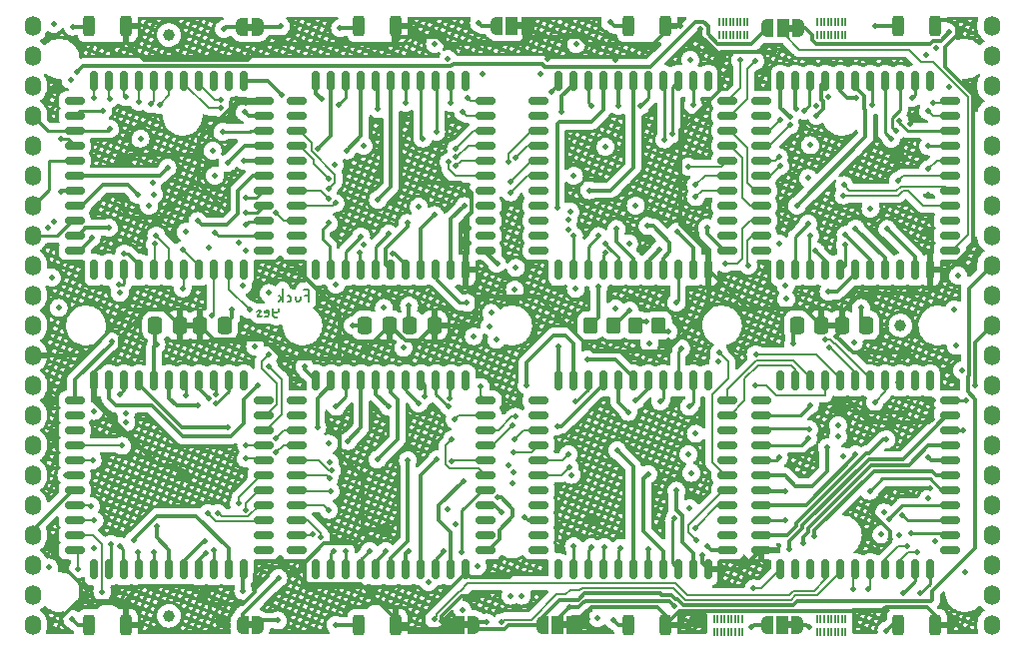
<source format=gbr>
%TF.GenerationSoftware,KiCad,Pcbnew,(6.0.6-0)*%
%TF.CreationDate,2022-07-26T09:11:42-07:00*%
%TF.ProjectId,MTMatrixV3,4d544d61-7472-4697-9856-332e6b696361,rev?*%
%TF.SameCoordinates,Original*%
%TF.FileFunction,Copper,L4,Bot*%
%TF.FilePolarity,Positive*%
%FSLAX46Y46*%
G04 Gerber Fmt 4.6, Leading zero omitted, Abs format (unit mm)*
G04 Created by KiCad (PCBNEW (6.0.6-0)) date 2022-07-26 09:11:42*
%MOMM*%
%LPD*%
G01*
G04 APERTURE LIST*
G04 Aperture macros list*
%AMRoundRect*
0 Rectangle with rounded corners*
0 $1 Rounding radius*
0 $2 $3 $4 $5 $6 $7 $8 $9 X,Y pos of 4 corners*
0 Add a 4 corners polygon primitive as box body*
4,1,4,$2,$3,$4,$5,$6,$7,$8,$9,$2,$3,0*
0 Add four circle primitives for the rounded corners*
1,1,$1+$1,$2,$3*
1,1,$1+$1,$4,$5*
1,1,$1+$1,$6,$7*
1,1,$1+$1,$8,$9*
0 Add four rect primitives between the rounded corners*
20,1,$1+$1,$2,$3,$4,$5,0*
20,1,$1+$1,$4,$5,$6,$7,0*
20,1,$1+$1,$6,$7,$8,$9,0*
20,1,$1+$1,$8,$9,$2,$3,0*%
%AMFreePoly0*
4,1,22,0.500000,-0.750000,0.000000,-0.750000,0.000000,-0.745033,-0.079941,-0.743568,-0.215256,-0.701293,-0.333266,-0.622738,-0.424486,-0.514219,-0.481581,-0.384460,-0.499164,-0.250000,-0.500000,-0.250000,-0.500000,0.250000,-0.499164,0.250000,-0.499963,0.256109,-0.478152,0.396186,-0.417904,0.524511,-0.324060,0.630769,-0.204165,0.706417,-0.067858,0.745374,0.000000,0.744959,0.000000,0.750000,
0.500000,0.750000,0.500000,-0.750000,0.500000,-0.750000,$1*%
%AMFreePoly1*
4,1,20,0.000000,0.744959,0.073905,0.744508,0.209726,0.703889,0.328688,0.626782,0.421226,0.519385,0.479903,0.390333,0.500000,0.250000,0.500000,-0.250000,0.499851,-0.262216,0.476331,-0.402017,0.414519,-0.529596,0.319384,-0.634700,0.198574,-0.708877,0.061801,-0.746166,0.000000,-0.745033,0.000000,-0.750000,-0.500000,-0.750000,-0.500000,0.750000,0.000000,0.750000,0.000000,0.744959,
0.000000,0.744959,$1*%
%AMFreePoly2*
4,1,22,0.550000,-0.750000,0.000000,-0.750000,0.000000,-0.745033,-0.079941,-0.743568,-0.215256,-0.701293,-0.333266,-0.622738,-0.424486,-0.514219,-0.481581,-0.384460,-0.499164,-0.250000,-0.500000,-0.250000,-0.500000,0.250000,-0.499164,0.250000,-0.499963,0.256109,-0.478152,0.396186,-0.417904,0.524511,-0.324060,0.630769,-0.204165,0.706417,-0.067858,0.745374,0.000000,0.744959,0.000000,0.750000,
0.550000,0.750000,0.550000,-0.750000,0.550000,-0.750000,$1*%
%AMFreePoly3*
4,1,20,0.000000,0.744959,0.073905,0.744508,0.209726,0.703889,0.328688,0.626782,0.421226,0.519385,0.479903,0.390333,0.500000,0.250000,0.500000,-0.250000,0.499851,-0.262216,0.476331,-0.402017,0.414519,-0.529596,0.319384,-0.634700,0.198574,-0.708877,0.061801,-0.746166,0.000000,-0.745033,0.000000,-0.750000,-0.550000,-0.750000,-0.550000,0.750000,0.000000,0.750000,0.000000,0.744959,
0.000000,0.744959,$1*%
G04 Aperture macros list end*
%TA.AperFunction,NonConductor*%
%ADD10C,0.200000*%
%TD*%
%TA.AperFunction,SMDPad,CuDef*%
%ADD11C,1.000000*%
%TD*%
%TA.AperFunction,ComponentPad*%
%ADD12RoundRect,0.700000X0.000000X-0.150000X0.000000X-0.150000X0.000000X0.150000X0.000000X0.150000X0*%
%TD*%
%TA.AperFunction,SMDPad,CuDef*%
%ADD13RoundRect,0.250000X0.337500X0.475000X-0.337500X0.475000X-0.337500X-0.475000X0.337500X-0.475000X0*%
%TD*%
%TA.AperFunction,SMDPad,CuDef*%
%ADD14FreePoly0,180.000000*%
%TD*%
%TA.AperFunction,SMDPad,CuDef*%
%ADD15FreePoly1,180.000000*%
%TD*%
%TA.AperFunction,SMDPad,CuDef*%
%ADD16FreePoly2,180.000000*%
%TD*%
%TA.AperFunction,SMDPad,CuDef*%
%ADD17R,1.000000X1.500000*%
%TD*%
%TA.AperFunction,SMDPad,CuDef*%
%ADD18FreePoly3,180.000000*%
%TD*%
%TA.AperFunction,SMDPad,CuDef*%
%ADD19RoundRect,0.190000X0.285000X0.685000X-0.285000X0.685000X-0.285000X-0.685000X0.285000X-0.685000X0*%
%TD*%
%TA.AperFunction,SMDPad,CuDef*%
%ADD20RoundRect,0.250000X0.350000X0.450000X-0.350000X0.450000X-0.350000X-0.450000X0.350000X-0.450000X0*%
%TD*%
%TA.AperFunction,SMDPad,CuDef*%
%ADD21RoundRect,0.150000X0.700000X-0.150000X0.700000X0.150000X-0.700000X0.150000X-0.700000X-0.150000X0*%
%TD*%
%TA.AperFunction,SMDPad,CuDef*%
%ADD22RoundRect,0.150000X0.150000X-0.700000X0.150000X0.700000X-0.150000X0.700000X-0.150000X-0.700000X0*%
%TD*%
%TA.AperFunction,SMDPad,CuDef*%
%ADD23RoundRect,0.150000X0.150000X0.700000X-0.150000X0.700000X-0.150000X-0.700000X0.150000X-0.700000X0*%
%TD*%
%TA.AperFunction,SMDPad,CuDef*%
%ADD24RoundRect,0.150000X0.700000X0.150000X-0.700000X0.150000X-0.700000X-0.150000X0.700000X-0.150000X0*%
%TD*%
%TA.AperFunction,SMDPad,CuDef*%
%ADD25RoundRect,0.150000X-0.150000X-0.700000X0.150000X-0.700000X0.150000X0.700000X-0.150000X0.700000X0*%
%TD*%
%TA.AperFunction,SMDPad,CuDef*%
%ADD26RoundRect,0.150000X-0.700000X-0.150000X0.700000X-0.150000X0.700000X0.150000X-0.700000X0.150000X0*%
%TD*%
%TA.AperFunction,SMDPad,CuDef*%
%ADD27RoundRect,0.150000X-0.700000X0.150000X-0.700000X-0.150000X0.700000X-0.150000X0.700000X0.150000X0*%
%TD*%
%TA.AperFunction,SMDPad,CuDef*%
%ADD28RoundRect,0.150000X-0.150000X0.700000X-0.150000X-0.700000X0.150000X-0.700000X0.150000X0.700000X0*%
%TD*%
%TA.AperFunction,ViaPad*%
%ADD29C,0.500000*%
%TD*%
%TA.AperFunction,Conductor*%
%ADD30C,0.200000*%
%TD*%
%TA.AperFunction,Conductor*%
%ADD31C,0.300000*%
%TD*%
%TA.AperFunction,Conductor*%
%ADD32C,0.250000*%
%TD*%
G04 APERTURE END LIST*
D10*
X192140000Y-81522500D02*
X192140000Y-82157500D01*
X183550000Y-29775000D02*
X183550000Y-30410000D01*
X183250000Y-29775000D02*
X183250000Y-30410000D01*
X184301000Y-80412500D02*
X184301000Y-81047500D01*
X183405000Y-80412500D02*
X183405000Y-81047500D01*
X190950000Y-29785000D02*
X190950000Y-30420000D01*
X192750000Y-30885000D02*
X192750000Y-31520000D01*
X183550000Y-30875000D02*
X183550000Y-31510000D01*
X184005000Y-81512500D02*
X184005000Y-82147500D01*
X182650000Y-30875000D02*
X182650000Y-31510000D01*
X183405000Y-81512500D02*
X183405000Y-82147500D01*
X193046000Y-29785000D02*
X193046000Y-30420000D01*
X192140000Y-80422500D02*
X192140000Y-81057500D01*
X190940000Y-81522500D02*
X190940000Y-82157500D01*
X183850000Y-29775000D02*
X183850000Y-30410000D01*
X183705000Y-80412500D02*
X183705000Y-81047500D01*
X191540000Y-81522500D02*
X191540000Y-82157500D01*
X184450000Y-29775000D02*
X184450000Y-30410000D01*
X182950000Y-29775000D02*
X182950000Y-30410000D01*
X183250000Y-30875000D02*
X183250000Y-31510000D01*
X191240000Y-80422500D02*
X191240000Y-81057500D01*
X183105000Y-81512500D02*
X183105000Y-82147500D01*
X183850000Y-30875000D02*
X183850000Y-31510000D01*
X192440000Y-81522500D02*
X192440000Y-82157500D01*
X182650000Y-29775000D02*
X182650000Y-30410000D01*
X193340000Y-80422500D02*
X193340000Y-81057500D01*
X192740000Y-80422500D02*
X192740000Y-81057500D01*
X192750000Y-29785000D02*
X192750000Y-30420000D01*
X182205000Y-80412500D02*
X182205000Y-81047500D01*
X191250000Y-29785000D02*
X191250000Y-30420000D01*
X192440000Y-80422500D02*
X192440000Y-81057500D01*
X184005000Y-80412500D02*
X184005000Y-81047500D01*
X192150000Y-30885000D02*
X192150000Y-31520000D01*
X184750000Y-30875000D02*
X184750000Y-31510000D01*
X184746000Y-29775000D02*
X184746000Y-30410000D01*
X182805000Y-81512500D02*
X182805000Y-82147500D01*
X192450000Y-29785000D02*
X192450000Y-30420000D01*
X191850000Y-29785000D02*
X191850000Y-30420000D01*
X184605000Y-81512500D02*
X184605000Y-82147500D01*
X182205000Y-81512500D02*
X182205000Y-82147500D01*
X184450000Y-30875000D02*
X184450000Y-31510000D01*
X191840000Y-80422500D02*
X191840000Y-81057500D01*
X182950000Y-30875000D02*
X182950000Y-31510000D01*
X191240000Y-81522500D02*
X191240000Y-82157500D01*
X182805000Y-80412500D02*
X182805000Y-81047500D01*
X191250000Y-30885000D02*
X191250000Y-31520000D01*
X184150000Y-30875000D02*
X184150000Y-31510000D01*
X192150000Y-29785000D02*
X192150000Y-30420000D01*
X193050000Y-30885000D02*
X193050000Y-31520000D01*
X191550000Y-30885000D02*
X191550000Y-31520000D01*
X184305000Y-81512500D02*
X184305000Y-82147500D01*
X183105000Y-80412500D02*
X183105000Y-81047500D01*
X182505000Y-80412500D02*
X182505000Y-81047500D01*
X191840000Y-81522500D02*
X191840000Y-82157500D01*
X184150000Y-29775000D02*
X184150000Y-30410000D01*
X190950000Y-30885000D02*
X190950000Y-31520000D01*
X185050000Y-30875000D02*
X185050000Y-31510000D01*
X193036000Y-80422500D02*
X193036000Y-81057500D01*
X190940000Y-80422500D02*
X190940000Y-81057500D01*
X191540000Y-80422500D02*
X191540000Y-81057500D01*
X193350000Y-29785000D02*
X193350000Y-30420000D01*
X184605000Y-80412500D02*
X184605000Y-81047500D01*
X193040000Y-81522500D02*
X193040000Y-82157500D01*
X191850000Y-30885000D02*
X191850000Y-31520000D01*
X185050000Y-29775000D02*
X185050000Y-30410000D01*
X191550000Y-29785000D02*
X191550000Y-30420000D01*
X192740000Y-81522500D02*
X192740000Y-82157500D01*
X193340000Y-81522500D02*
X193340000Y-82157500D01*
X192450000Y-30885000D02*
X192450000Y-31520000D01*
X183705000Y-81512500D02*
X183705000Y-82147500D01*
X182505000Y-81512500D02*
X182505000Y-82147500D01*
X193350000Y-30885000D02*
X193350000Y-31520000D01*
%TO.C,JP1*%
G36*
X143110000Y-30880000D02*
G01*
X142610000Y-30880000D01*
X142610000Y-30280000D01*
X143110000Y-30280000D01*
X143110000Y-30880000D01*
G37*
%TO.C,JP2*%
G36*
X143125000Y-81580000D02*
G01*
X142625000Y-81580000D01*
X142625000Y-80980000D01*
X143125000Y-80980000D01*
X143125000Y-81580000D01*
G37*
%TO.C,JP7*%
G36*
X188940027Y-30980004D02*
G01*
X188440027Y-30980004D01*
X188440027Y-30380004D01*
X188940027Y-30380004D01*
X188940027Y-30980004D01*
G37*
%TO.C,JP5*%
G36*
X188895000Y-81580000D02*
G01*
X188395000Y-81580000D01*
X188395000Y-80980000D01*
X188895000Y-80980000D01*
X188895000Y-81580000D01*
G37*
%TO.C,JP3*%
G36*
X161438400Y-81580000D02*
G01*
X160938400Y-81580000D01*
X160938400Y-80980000D01*
X161438400Y-80980000D01*
X161438400Y-81580000D01*
G37*
%TO.C,JP6*%
G36*
X169840000Y-81580000D02*
G01*
X169340000Y-81580000D01*
X169340000Y-80980000D01*
X169840000Y-80980000D01*
X169840000Y-81580000D01*
G37*
%TO.C,JP4*%
G36*
X165970000Y-30780000D02*
G01*
X165470000Y-30780000D01*
X165470000Y-30180000D01*
X165970000Y-30180000D01*
X165970000Y-30780000D01*
G37*
%TD*%
D11*
%TO.P,REF\u002A\u002A,*%
%TO.N,*%
X198000000Y-55880000D03*
%TD*%
%TO.P,REF\u002A\u002A,*%
%TO.N,*%
X136000000Y-80500000D03*
%TD*%
%TO.P,REF\u002A\u002A,*%
%TO.N,*%
X136000000Y-31250000D03*
%TD*%
D12*
%TO.P,J1,1,Pin_1*%
%TO.N,AX0*%
X124460000Y-30480000D03*
%TO.P,J1,2,Pin_2*%
%TO.N,AX1*%
X124460000Y-33020000D03*
%TO.P,J1,3,Pin_3*%
%TO.N,AX2*%
X124460000Y-35560000D03*
%TO.P,J1,4,Pin_4*%
%TO.N,AX3*%
X124460000Y-38100000D03*
%TO.P,J1,5,Pin_5*%
%TO.N,AY0*%
X124460000Y-40640000D03*
%TO.P,J1,6,Pin_6*%
%TO.N,AY1*%
X124460000Y-43180000D03*
%TO.P,J1,7,Pin_7*%
%TO.N,AY2*%
X124460000Y-45720000D03*
%TO.P,J1,8,Pin_8*%
%TO.N,DATA*%
X124460000Y-48260000D03*
%TO.P,J1,9,Pin_9*%
%TO.N,RESET*%
X124460000Y-50800000D03*
%TO.P,J1,10,Pin_10*%
%TO.N,STROBE*%
X124460000Y-53340000D03*
%TO.P,J1,11,Pin_11*%
%TO.N,+9V*%
X124460000Y-55880000D03*
%TO.P,J1,12,Pin_12*%
%TO.N,GND*%
X124460000Y-58420000D03*
%TO.P,J1,13,Pin_13*%
%TO.N,-9V*%
X124460000Y-60960000D03*
%TO.P,J1,14,Pin_14*%
%TO.N,AI*%
X124460000Y-63500000D03*
%TO.P,J1,15,Pin_15*%
%TO.N,BI*%
X124460000Y-66040000D03*
%TO.P,J1,16,Pin_16*%
%TO.N,CI*%
X124460000Y-68580000D03*
%TO.P,J1,17,Pin_17*%
%TO.N,DI*%
X124460000Y-71120000D03*
%TO.P,J1,18,Pin_18*%
%TO.N,EI*%
X124460000Y-73660000D03*
%TO.P,J1,19,Pin_19*%
%TO.N,FI*%
X124460000Y-76200000D03*
%TO.P,J1,20,Pin_20*%
%TO.N,GI*%
X124460000Y-78740000D03*
%TO.P,J1,21,Pin_21*%
%TO.N,HI*%
X124460000Y-81280000D03*
%TD*%
%TO.P,J2,1,Pin_1*%
%TO.N,CS_A*%
X205740000Y-30480000D03*
%TO.P,J2,2,Pin_2*%
%TO.N,CS_B*%
X205740000Y-33020000D03*
%TO.P,J2,3,Pin_3*%
%TO.N,CS_C*%
X205740000Y-35560000D03*
%TO.P,J2,4,Pin_4*%
%TO.N,CS_D*%
X205740000Y-38100000D03*
%TO.P,J2,5,Pin_5*%
%TO.N,CS_E*%
X205740000Y-40640000D03*
%TO.P,J2,6,Pin_6*%
%TO.N,CS_F*%
X205740000Y-43180000D03*
%TO.P,J2,7,Pin_7*%
%TO.N,CS_G*%
X205740000Y-45720000D03*
%TO.P,J2,8,Pin_8*%
%TO.N,CS_H*%
X205740000Y-48260000D03*
%TO.P,J2,9,Pin_9*%
%TO.N,GND2*%
X205740000Y-50800000D03*
%TO.P,J2,10,Pin_10*%
%TO.N,Pos_Top*%
X205740000Y-53340000D03*
%TO.P,J2,11,Pin_11*%
%TO.N,Pos_Bottom*%
X205740000Y-55880000D03*
%TO.P,J2,12,Pin_12*%
%TO.N,Bottom_LEDs*%
X205740000Y-58420000D03*
%TO.P,J2,13,Pin_13*%
%TO.N,Top_LEDs*%
X205740000Y-60960000D03*
%TO.P,J2,14,Pin_14*%
%TO.N,AJ*%
X205740000Y-63500000D03*
%TO.P,J2,15,Pin_15*%
%TO.N,BJ*%
X205740000Y-66040000D03*
%TO.P,J2,16,Pin_16*%
%TO.N,CJ*%
X205740000Y-68580000D03*
%TO.P,J2,17,Pin_17*%
%TO.N,DJ*%
X205740000Y-71120000D03*
%TO.P,J2,18,Pin_18*%
%TO.N,EJ*%
X205740000Y-73660000D03*
%TO.P,J2,19,Pin_19*%
%TO.N,FJ*%
X205740000Y-76200000D03*
%TO.P,J2,20,Pin_20*%
%TO.N,GJ*%
X205740000Y-78740000D03*
%TO.P,J2,21,Pin_21*%
%TO.N,HJ*%
X205740000Y-81280000D03*
%TD*%
D13*
%TO.P,C5,1*%
%TO.N,GND*%
X136927500Y-55880000D03*
%TO.P,C5,2*%
%TO.N,-9V*%
X134852500Y-55880000D03*
%TD*%
D14*
%TO.P,JP1,1,A*%
%TO.N,Net-(C1-Pad2)*%
X143510000Y-30580000D03*
D15*
%TO.P,JP1,2,B*%
%TO.N,Pos_Top*%
X142210000Y-30580000D03*
%TD*%
D13*
%TO.P,C6,1*%
%TO.N,GND*%
X191305000Y-55880000D03*
%TO.P,C6,2*%
%TO.N,-9V*%
X189230000Y-55880000D03*
%TD*%
D14*
%TO.P,JP2,1,A*%
%TO.N,Net-(C2-Pad2)*%
X143525000Y-81280000D03*
D15*
%TO.P,JP2,2,B*%
%TO.N,Pos_Bottom*%
X142225000Y-81280000D03*
%TD*%
D16*
%TO.P,JP7,1,A*%
%TO.N,29*%
X189340027Y-30680004D03*
D17*
%TO.P,JP7,2,C*%
%TO.N,29_jumper*%
X188040027Y-30680004D03*
D18*
%TO.P,JP7,3,B*%
%TO.N,1*%
X186740027Y-30680004D03*
%TD*%
D13*
%TO.P,C4,1*%
%TO.N,+9V*%
X140737500Y-55880000D03*
%TO.P,C4,2*%
%TO.N,GND*%
X138662500Y-55880000D03*
%TD*%
D16*
%TO.P,JP5,1,A*%
%TO.N,61*%
X189295000Y-81280000D03*
D17*
%TO.P,JP5,2,C*%
%TO.N,61_jumper*%
X187995000Y-81280000D03*
D18*
%TO.P,JP5,3,B*%
%TO.N,33*%
X186695000Y-81280000D03*
%TD*%
D19*
%TO.P,D7,1,K*%
%TO.N,GND*%
X155220000Y-81280000D03*
%TO.P,D7,2,A*%
%TO.N,Net-(D5-Pad2)*%
X152120000Y-81280000D03*
%TD*%
%TO.P,D6,1,K*%
%TO.N,GND*%
X178080000Y-81280000D03*
%TO.P,D6,2,A*%
%TO.N,Net-(D5-Pad2)*%
X174980000Y-81280000D03*
%TD*%
%TO.P,D2,1,K*%
%TO.N,GND*%
X178080000Y-30480000D03*
%TO.P,D2,2,A*%
%TO.N,Net-(D1-Pad2)*%
X174980000Y-30480000D03*
%TD*%
D14*
%TO.P,JP3,1,A*%
%TO.N,GND2*%
X161838400Y-81280000D03*
D15*
%TO.P,JP3,2,B*%
%TO.N,GND*%
X160538400Y-81280000D03*
%TD*%
D19*
%TO.P,D4,1,K*%
%TO.N,GND*%
X132360000Y-30480000D03*
%TO.P,D4,2,A*%
%TO.N,Net-(D1-Pad2)*%
X129260000Y-30480000D03*
%TD*%
%TO.P,D8,1,K*%
%TO.N,GND*%
X132360000Y-81280000D03*
%TO.P,D8,2,A*%
%TO.N,Net-(D5-Pad2)*%
X129260000Y-81280000D03*
%TD*%
D20*
%TO.P,R2,1*%
%TO.N,Bottom_LEDs*%
X177530000Y-55880000D03*
%TO.P,R2,2*%
%TO.N,Net-(D5-Pad2)*%
X175530000Y-55880000D03*
%TD*%
D16*
%TO.P,JP6,1,A*%
%TO.N,GND*%
X170240000Y-81280000D03*
D17*
%TO.P,JP6,2,C*%
%TO.N,Neg_Bottom*%
X168940000Y-81280000D03*
D18*
%TO.P,JP6,3,B*%
%TO.N,GND2*%
X167640000Y-81280000D03*
%TD*%
D21*
%TO.P,H,1,Y3*%
%TO.N,57*%
X202183000Y-68580000D03*
%TO.P,H,2,AY2*%
%TO.N,AY2*%
X202183000Y-69850000D03*
%TO.P,H,3,RST*%
%TO.N,RESET*%
X202183000Y-71120000D03*
%TO.P,H,4,AX3*%
%TO.N,AX3*%
X202183000Y-72390000D03*
%TO.P,H,5,AX0*%
%TO.N,AX0*%
X202183000Y-73660000D03*
%TO.P,H,6*%
%TO.N,N/C*%
X202183000Y-74930000D03*
D22*
%TO.P,H,7,X14*%
%TO.N,HI*%
X200533000Y-76580000D03*
%TO.P,H,8,X15*%
%TO.N,HJ*%
X199263000Y-76580000D03*
%TO.P,H,9,X6*%
%TO.N,/DH0*%
X197993000Y-76580000D03*
%TO.P,H,10,X7*%
%TO.N,/DH1*%
X196723000Y-76580000D03*
%TO.P,H,11,X8*%
%TO.N,/EH0*%
X195453000Y-76580000D03*
%TO.P,H,12,X9*%
%TO.N,/EH1*%
X194183000Y-76580000D03*
%TO.P,H,13,X10*%
%TO.N,/FH0*%
X192913000Y-76580000D03*
%TO.P,H,14,X11*%
%TO.N,/FH1*%
X191643000Y-76580000D03*
%TO.P,H,15*%
%TO.N,N/C*%
X190373000Y-76580000D03*
%TO.P,H,16*%
X189103000Y-76580000D03*
%TO.P,H,17,Y7*%
%TO.N,61_jumper*%
X187833000Y-76580000D03*
D21*
%TO.P,H,18,VSS*%
%TO.N,GND*%
X186183000Y-74930000D03*
%TO.P,H,19,Y6*%
%TO.N,60*%
X186183000Y-73660000D03*
%TO.P,H,20,STB*%
%TO.N,STROBE*%
X186183000Y-72390000D03*
%TO.P,H,21,Y5*%
%TO.N,59*%
X186183000Y-71120000D03*
%TO.P,H,22,VEE*%
%TO.N,-9V*%
X186183000Y-69850000D03*
%TO.P,H,23,Y4*%
%TO.N,58*%
X186183000Y-68580000D03*
%TO.P,H,24,AX1*%
%TO.N,AX1*%
X186183000Y-67310000D03*
%TO.P,H,25,AX2*%
%TO.N,AX2*%
X186183000Y-66040000D03*
%TO.P,H,26,AY0*%
%TO.N,AY0*%
X186183000Y-64770000D03*
%TO.P,H,27,AY1*%
%TO.N,AY1*%
X186183000Y-63500000D03*
%TO.P,H,28*%
%TO.N,N/C*%
X186183000Y-62230000D03*
D22*
%TO.P,H,29*%
X187833000Y-60580000D03*
%TO.P,H,30,X13*%
%TO.N,/GH1*%
X189103000Y-60580000D03*
%TO.P,H,31,X12*%
%TO.N,/GH0*%
X190373000Y-60580000D03*
%TO.P,H,32,X5*%
%TO.N,/CH1*%
X191643000Y-60580000D03*
%TO.P,H,33,X4*%
%TO.N,/CH0*%
X192913000Y-60580000D03*
%TO.P,H,34,X3*%
%TO.N,/BH1*%
X194183000Y-60580000D03*
%TO.P,H,35,X2*%
%TO.N,/BH0*%
X195453000Y-60580000D03*
%TO.P,H,36,X1*%
%TO.N,/AH1*%
X196723000Y-60580000D03*
%TO.P,H,37,X0*%
%TO.N,/AH0*%
X197993000Y-60580000D03*
%TO.P,H,38*%
%TO.N,N/C*%
X199263000Y-60580000D03*
%TO.P,H,39,Y0*%
%TO.N,Unconnected_H*%
X200533000Y-60580000D03*
D21*
%TO.P,H,40,CS*%
%TO.N,CS_H*%
X202183000Y-62230000D03*
%TO.P,H,41,Y1*%
%TO.N,55*%
X202183000Y-63500000D03*
%TO.P,H,42,DATA*%
%TO.N,DATA*%
X202183000Y-64770000D03*
%TO.P,H,43,Y2*%
%TO.N,56*%
X202183000Y-66040000D03*
%TO.P,H,44,VDD*%
%TO.N,+9V*%
X202183000Y-67310000D03*
%TD*%
D23*
%TO.P,B,1,Y3*%
%TO.N,11*%
X154838400Y-35180000D03*
%TO.P,B,2,AY2*%
%TO.N,AY2*%
X156108400Y-35180000D03*
%TO.P,B,3,RST*%
%TO.N,RESET*%
X157378400Y-35180000D03*
%TO.P,B,4,AX3*%
%TO.N,AX3*%
X158648400Y-35180000D03*
%TO.P,B,5,AX0*%
%TO.N,AX0*%
X159918400Y-35180000D03*
%TO.P,B,6*%
%TO.N,N/C*%
X161188400Y-35180000D03*
D24*
%TO.P,B,7,X14*%
%TO.N,/BH0*%
X162838400Y-36830000D03*
%TO.P,B,8,X15*%
%TO.N,/BH1*%
X162838400Y-38100000D03*
%TO.P,B,9,X6*%
%TO.N,/BD0*%
X162838400Y-39370000D03*
%TO.P,B,10,X7*%
%TO.N,/BD1*%
X162838400Y-40640000D03*
%TO.P,B,11,X8*%
%TO.N,/BE0*%
X162838400Y-41910000D03*
%TO.P,B,12,X9*%
%TO.N,/BE1*%
X162838400Y-43180000D03*
%TO.P,B,13,X10*%
%TO.N,/BF0*%
X162838400Y-44450000D03*
%TO.P,B,14,X11*%
%TO.N,/BF1*%
X162838400Y-45720000D03*
%TO.P,B,15*%
%TO.N,N/C*%
X162838400Y-46990000D03*
%TO.P,B,16*%
X162838400Y-48260000D03*
%TO.P,B,17,Y7*%
%TO.N,15*%
X162838400Y-49530000D03*
D23*
%TO.P,B,18,VSS*%
%TO.N,GND*%
X161188400Y-51180000D03*
%TO.P,B,19,Y6*%
%TO.N,14*%
X159918400Y-51180000D03*
%TO.P,B,20,STB*%
%TO.N,STROBE*%
X158648400Y-51180000D03*
%TO.P,B,21,Y5*%
%TO.N,13*%
X157378400Y-51180000D03*
%TO.P,B,22,VEE*%
%TO.N,-9V*%
X156108400Y-51180000D03*
%TO.P,B,23,Y4*%
%TO.N,12*%
X154838400Y-51180000D03*
%TO.P,B,24,AX1*%
%TO.N,AX1*%
X153568400Y-51180000D03*
%TO.P,B,25,AX2*%
%TO.N,AX2*%
X152298400Y-51180000D03*
%TO.P,B,26,AY0*%
%TO.N,AY0*%
X151028400Y-51180000D03*
%TO.P,B,27,AY1*%
%TO.N,AY1*%
X149758400Y-51180000D03*
%TO.P,B,28*%
%TO.N,N/C*%
X148488400Y-51180000D03*
D24*
%TO.P,B,29*%
X146838400Y-49530000D03*
%TO.P,B,30,X13*%
%TO.N,/BG1*%
X146838400Y-48260000D03*
%TO.P,B,31,X12*%
%TO.N,/BG0*%
X146838400Y-46990000D03*
%TO.P,B,32,X5*%
%TO.N,/BC1*%
X146838400Y-45720000D03*
%TO.P,B,33,X4*%
%TO.N,/BC0*%
X146838400Y-44450000D03*
%TO.P,B,34,X3*%
%TO.N,BJ*%
X146838400Y-43180000D03*
%TO.P,B,35,X2*%
%TO.N,BI*%
X146838400Y-41910000D03*
%TO.P,B,36,X1*%
%TO.N,/AB1*%
X146838400Y-40640000D03*
%TO.P,B,37,X0*%
%TO.N,/AB0*%
X146838400Y-39370000D03*
%TO.P,B,38*%
%TO.N,N/C*%
X146838400Y-38100000D03*
%TO.P,B,39,Y0*%
%TO.N,Unconnected_B*%
X146838400Y-36830000D03*
D23*
%TO.P,B,40,CS*%
%TO.N,CS_B*%
X148488400Y-35180000D03*
%TO.P,B,41,Y1*%
%TO.N,9*%
X149758400Y-35180000D03*
%TO.P,B,42,DATA*%
%TO.N,DATA*%
X151028400Y-35180000D03*
%TO.P,B,43,Y2*%
%TO.N,10*%
X152298400Y-35180000D03*
%TO.P,B,44,VDD*%
%TO.N,+9V*%
X153568400Y-35180000D03*
%TD*%
D13*
%TO.P,C2,1*%
%TO.N,GND*%
X154707500Y-55880000D03*
%TO.P,C2,2*%
%TO.N,Net-(C2-Pad2)*%
X152632500Y-55880000D03*
%TD*%
D23*
%TO.P,F,1,Y3*%
%TO.N,43*%
X154838400Y-60580000D03*
%TO.P,F,2,AY2*%
%TO.N,AY2*%
X156108400Y-60580000D03*
%TO.P,F,3,RST*%
%TO.N,RESET*%
X157378400Y-60580000D03*
%TO.P,F,4,AX3*%
%TO.N,AX3*%
X158648400Y-60580000D03*
%TO.P,F,5,AX0*%
%TO.N,AX0*%
X159918400Y-60580000D03*
%TO.P,F,6*%
%TO.N,N/C*%
X161188400Y-60580000D03*
D24*
%TO.P,F,7,X14*%
%TO.N,/FH0*%
X162838400Y-62230000D03*
%TO.P,F,8,X15*%
%TO.N,/FH1*%
X162838400Y-63500000D03*
%TO.P,F,9,X6*%
%TO.N,/DF0*%
X162838400Y-64770000D03*
%TO.P,F,10,X7*%
%TO.N,/DF1*%
X162838400Y-66040000D03*
%TO.P,F,11,X8*%
%TO.N,/EF0*%
X162838400Y-67310000D03*
%TO.P,F,12,X9*%
%TO.N,/EF1*%
X162838400Y-68580000D03*
%TO.P,F,13,X10*%
%TO.N,FI*%
X162838400Y-69850000D03*
%TO.P,F,14,X11*%
%TO.N,FJ*%
X162838400Y-71120000D03*
%TO.P,F,15*%
%TO.N,N/C*%
X162838400Y-72390000D03*
%TO.P,F,16*%
X162838400Y-73660000D03*
%TO.P,F,17,Y7*%
%TO.N,47*%
X162838400Y-74930000D03*
D23*
%TO.P,F,18,VSS*%
%TO.N,GND*%
X161188400Y-76580000D03*
%TO.P,F,19,Y6*%
%TO.N,46*%
X159918400Y-76580000D03*
%TO.P,F,20,STB*%
%TO.N,STROBE*%
X158648400Y-76580000D03*
%TO.P,F,21,Y5*%
%TO.N,45*%
X157378400Y-76580000D03*
%TO.P,F,22,VEE*%
%TO.N,-9V*%
X156108400Y-76580000D03*
%TO.P,F,23,Y4*%
%TO.N,44*%
X154838400Y-76580000D03*
%TO.P,F,24,AX1*%
%TO.N,AX1*%
X153568400Y-76580000D03*
%TO.P,F,25,AX2*%
%TO.N,AX2*%
X152298400Y-76580000D03*
%TO.P,F,26,AY0*%
%TO.N,AY0*%
X151028400Y-76580000D03*
%TO.P,F,27,AY1*%
%TO.N,AY1*%
X149758400Y-76580000D03*
%TO.P,F,28*%
%TO.N,N/C*%
X148488400Y-76580000D03*
D24*
%TO.P,F,29*%
X146838400Y-74930000D03*
%TO.P,F,30,X13*%
%TO.N,/FG1*%
X146838400Y-73660000D03*
%TO.P,F,31,X12*%
%TO.N,/FG0*%
X146838400Y-72390000D03*
%TO.P,F,32,X5*%
%TO.N,/CF1*%
X146838400Y-71120000D03*
%TO.P,F,33,X4*%
%TO.N,/CF0*%
X146838400Y-69850000D03*
%TO.P,F,34,X3*%
%TO.N,/BF1*%
X146838400Y-68580000D03*
%TO.P,F,35,X2*%
%TO.N,/BF0*%
X146838400Y-67310000D03*
%TO.P,F,36,X1*%
%TO.N,/AF1*%
X146838400Y-66040000D03*
%TO.P,F,37,X0*%
%TO.N,/AF0*%
X146838400Y-64770000D03*
%TO.P,F,38*%
%TO.N,N/C*%
X146838400Y-63500000D03*
%TO.P,F,39,Y0*%
%TO.N,Unconnected_F*%
X146838400Y-62230000D03*
D23*
%TO.P,F,40,CS*%
%TO.N,CS_F*%
X148488400Y-60580000D03*
%TO.P,F,41,Y1*%
%TO.N,41*%
X149758400Y-60580000D03*
%TO.P,F,42,DATA*%
%TO.N,DATA*%
X151028400Y-60580000D03*
%TO.P,F,43,Y2*%
%TO.N,42*%
X152298400Y-60580000D03*
%TO.P,F,44,VDD*%
%TO.N,+9V*%
X153568400Y-60580000D03*
%TD*%
D19*
%TO.P,D3,1,K*%
%TO.N,GND*%
X155220000Y-30480000D03*
%TO.P,D3,2,A*%
%TO.N,Net-(D1-Pad2)*%
X152120000Y-30480000D03*
%TD*%
D23*
%TO.P,D,1,Y3*%
%TO.N,25*%
X194183000Y-35180000D03*
%TO.P,D,2,AY2*%
%TO.N,AY2*%
X195453000Y-35180000D03*
%TO.P,D,3,RST*%
%TO.N,RESET*%
X196723000Y-35180000D03*
%TO.P,D,4,AX3*%
%TO.N,AX3*%
X197993000Y-35180000D03*
%TO.P,D,5,AX0*%
%TO.N,AX0*%
X199263000Y-35180000D03*
%TO.P,D,6*%
%TO.N,N/C*%
X200533000Y-35180000D03*
D24*
%TO.P,D,7,X14*%
%TO.N,/DH0*%
X202183000Y-36830000D03*
%TO.P,D,8,X15*%
%TO.N,/DH1*%
X202183000Y-38100000D03*
%TO.P,D,9,X6*%
%TO.N,DI*%
X202183000Y-39370000D03*
%TO.P,D,10,X7*%
%TO.N,DJ*%
X202183000Y-40640000D03*
%TO.P,D,11,X8*%
%TO.N,/DE0*%
X202183000Y-41910000D03*
%TO.P,D,12,X9*%
%TO.N,/DE1*%
X202183000Y-43180000D03*
%TO.P,D,13,X10*%
%TO.N,/DF0*%
X202183000Y-44450000D03*
%TO.P,D,14,X11*%
%TO.N,/DF1*%
X202183000Y-45720000D03*
%TO.P,D,15*%
%TO.N,N/C*%
X202183000Y-46990000D03*
%TO.P,D,16*%
X202183000Y-48260000D03*
%TO.P,D,17,Y7*%
%TO.N,29_jumper*%
X202183000Y-49530000D03*
D23*
%TO.P,D,18,VSS*%
%TO.N,GND*%
X200533000Y-51180000D03*
%TO.P,D,19,Y6*%
%TO.N,28*%
X199263000Y-51180000D03*
%TO.P,D,20,STB*%
%TO.N,STROBE*%
X197993000Y-51180000D03*
%TO.P,D,21,Y5*%
%TO.N,27*%
X196723000Y-51180000D03*
%TO.P,D,22,VEE*%
%TO.N,-9V*%
X195453000Y-51180000D03*
%TO.P,D,23,Y4*%
%TO.N,26*%
X194183000Y-51180000D03*
%TO.P,D,24,AX1*%
%TO.N,AX1*%
X192913000Y-51180000D03*
%TO.P,D,25,AX2*%
%TO.N,AX2*%
X191643000Y-51180000D03*
%TO.P,D,26,AY0*%
%TO.N,AY0*%
X190373000Y-51180000D03*
%TO.P,D,27,AY1*%
%TO.N,AY1*%
X189103000Y-51180000D03*
%TO.P,D,28*%
%TO.N,N/C*%
X187833000Y-51180000D03*
D24*
%TO.P,D,29*%
X186183000Y-49530000D03*
%TO.P,D,30,X13*%
%TO.N,/DG1*%
X186183000Y-48260000D03*
%TO.P,D,31,X12*%
%TO.N,/DG0*%
X186183000Y-46990000D03*
%TO.P,D,32,X5*%
%TO.N,/CD1*%
X186183000Y-45720000D03*
%TO.P,D,33,X4*%
%TO.N,/CD0*%
X186183000Y-44450000D03*
%TO.P,D,34,X3*%
%TO.N,/BD1*%
X186183000Y-43180000D03*
%TO.P,D,35,X2*%
%TO.N,/BD0*%
X186183000Y-41910000D03*
%TO.P,D,36,X1*%
%TO.N,/AD1*%
X186183000Y-40640000D03*
%TO.P,D,37,X0*%
%TO.N,/AD0*%
X186183000Y-39370000D03*
%TO.P,D,38*%
%TO.N,N/C*%
X186183000Y-38100000D03*
%TO.P,D,39,Y0*%
%TO.N,Unconnected_D*%
X186183000Y-36830000D03*
D23*
%TO.P,D,40,CS*%
%TO.N,CS_D*%
X187833000Y-35180000D03*
%TO.P,D,41,Y1*%
%TO.N,23*%
X189103000Y-35180000D03*
%TO.P,D,42,DATA*%
%TO.N,DATA*%
X190373000Y-35180000D03*
%TO.P,D,43,Y2*%
%TO.N,24*%
X191643000Y-35180000D03*
%TO.P,D,44,VDD*%
%TO.N,+9V*%
X192913000Y-35180000D03*
%TD*%
D13*
%TO.P,C1,1*%
%TO.N,GND*%
X158517500Y-55880000D03*
%TO.P,C1,2*%
%TO.N,Net-(C1-Pad2)*%
X156442500Y-55880000D03*
%TD*%
D20*
%TO.P,R1,1*%
%TO.N,Top_LEDs*%
X173720000Y-55880000D03*
%TO.P,R1,2*%
%TO.N,Net-(D1-Pad2)*%
X171720000Y-55880000D03*
%TD*%
D23*
%TO.P,G,1,Y3*%
%TO.N,50*%
X175361600Y-60580000D03*
%TO.P,G,2,AY2*%
%TO.N,AY2*%
X176631600Y-60580000D03*
%TO.P,G,3,RST*%
%TO.N,RESET*%
X177901600Y-60580000D03*
%TO.P,G,4,AX3*%
%TO.N,AX3*%
X179171600Y-60580000D03*
%TO.P,G,5,AX0*%
%TO.N,AX0*%
X180441600Y-60580000D03*
%TO.P,G,6*%
%TO.N,N/C*%
X181711600Y-60580000D03*
D24*
%TO.P,G,7,X14*%
%TO.N,/GH0*%
X183361600Y-62230000D03*
%TO.P,G,8,X15*%
%TO.N,/GH1*%
X183361600Y-63500000D03*
%TO.P,G,9,X6*%
%TO.N,/DG0*%
X183361600Y-64770000D03*
%TO.P,G,10,X7*%
%TO.N,/DG1*%
X183361600Y-66040000D03*
%TO.P,G,11,X8*%
%TO.N,/EG0*%
X183361600Y-67310000D03*
%TO.P,G,12,X9*%
%TO.N,/EG1*%
X183361600Y-68580000D03*
%TO.P,G,13,X10*%
%TO.N,/FG0*%
X183361600Y-69850000D03*
%TO.P,G,14,X11*%
%TO.N,/FG1*%
X183361600Y-71120000D03*
%TO.P,G,15*%
%TO.N,N/C*%
X183361600Y-72390000D03*
%TO.P,G,16*%
X183361600Y-73660000D03*
%TO.P,G,17,Y7*%
%TO.N,54*%
X183361600Y-74930000D03*
D23*
%TO.P,G,18,VSS*%
%TO.N,GND*%
X181711600Y-76580000D03*
%TO.P,G,19,Y6*%
%TO.N,53*%
X180441600Y-76580000D03*
%TO.P,G,20,STB*%
%TO.N,STROBE*%
X179171600Y-76580000D03*
%TO.P,G,21,Y5*%
%TO.N,52*%
X177901600Y-76580000D03*
%TO.P,G,22,VEE*%
%TO.N,-9V*%
X176631600Y-76580000D03*
%TO.P,G,23,Y4*%
%TO.N,51*%
X175361600Y-76580000D03*
%TO.P,G,24,AX1*%
%TO.N,AX1*%
X174091600Y-76580000D03*
%TO.P,G,25,AX2*%
%TO.N,AX2*%
X172821600Y-76580000D03*
%TO.P,G,26,AY0*%
%TO.N,AY0*%
X171551600Y-76580000D03*
%TO.P,G,27,AY1*%
%TO.N,AY1*%
X170281600Y-76580000D03*
%TO.P,G,28*%
%TO.N,N/C*%
X169011600Y-76580000D03*
D24*
%TO.P,G,29*%
X167361600Y-74930000D03*
%TO.P,G,30,X13*%
%TO.N,GJ*%
X167361600Y-73660000D03*
%TO.P,G,31,X12*%
%TO.N,GI*%
X167361600Y-72390000D03*
%TO.P,G,32,X5*%
%TO.N,/CG1*%
X167361600Y-71120000D03*
%TO.P,G,33,X4*%
%TO.N,/CG0*%
X167361600Y-69850000D03*
%TO.P,G,34,X3*%
%TO.N,/BG1*%
X167361600Y-68580000D03*
%TO.P,G,35,X2*%
%TO.N,/BG0*%
X167361600Y-67310000D03*
%TO.P,G,36,X1*%
%TO.N,/AG1*%
X167361600Y-66040000D03*
%TO.P,G,37,X0*%
%TO.N,/AG0*%
X167361600Y-64770000D03*
%TO.P,G,38*%
%TO.N,N/C*%
X167361600Y-63500000D03*
%TO.P,G,39,Y0*%
%TO.N,Unconnected_G*%
X167361600Y-62230000D03*
D23*
%TO.P,G,40,CS*%
%TO.N,CS_G*%
X169011600Y-60580000D03*
%TO.P,G,41,Y1*%
%TO.N,48*%
X170281600Y-60580000D03*
%TO.P,G,42,DATA*%
%TO.N,DATA*%
X171551600Y-60580000D03*
%TO.P,G,43,Y2*%
%TO.N,49*%
X172821600Y-60580000D03*
%TO.P,G,44,VDD*%
%TO.N,+9V*%
X174091600Y-60580000D03*
%TD*%
D16*
%TO.P,JP4,1,A*%
%TO.N,GND*%
X166370000Y-30480000D03*
D17*
%TO.P,JP4,2,C*%
%TO.N,Neg_Top*%
X165070000Y-30480000D03*
D18*
%TO.P,JP4,3,B*%
%TO.N,GND2*%
X163770000Y-30480000D03*
%TD*%
D19*
%TO.P,D5,1,K*%
%TO.N,GND*%
X200940000Y-81280000D03*
%TO.P,D5,2,A*%
%TO.N,Net-(D5-Pad2)*%
X197840000Y-81280000D03*
%TD*%
D13*
%TO.P,C3,1*%
%TO.N,+9V*%
X195115000Y-55880000D03*
%TO.P,C3,2*%
%TO.N,GND*%
X193040000Y-55880000D03*
%TD*%
D23*
%TO.P,C,1,Y3*%
%TO.N,18*%
X175361600Y-35180000D03*
%TO.P,C,2,AY2*%
%TO.N,AY2*%
X176631600Y-35180000D03*
%TO.P,C,3,RST*%
%TO.N,RESET*%
X177901600Y-35180000D03*
%TO.P,C,4,AX3*%
%TO.N,AX3*%
X179171600Y-35180000D03*
%TO.P,C,5,AX0*%
%TO.N,AX0*%
X180441600Y-35180000D03*
%TO.P,C,6*%
%TO.N,N/C*%
X181711600Y-35180000D03*
D24*
%TO.P,C,7,X14*%
%TO.N,/CH0*%
X183361600Y-36830000D03*
%TO.P,C,8,X15*%
%TO.N,/CH1*%
X183361600Y-38100000D03*
%TO.P,C,9,X6*%
%TO.N,/CD0*%
X183361600Y-39370000D03*
%TO.P,C,10,X7*%
%TO.N,/CD1*%
X183361600Y-40640000D03*
%TO.P,C,11,X8*%
%TO.N,/CE0*%
X183361600Y-41910000D03*
%TO.P,C,12,X9*%
%TO.N,/CE1*%
X183361600Y-43180000D03*
%TO.P,C,13,X10*%
%TO.N,/CF0*%
X183361600Y-44450000D03*
%TO.P,C,14,X11*%
%TO.N,/CF1*%
X183361600Y-45720000D03*
%TO.P,C,15*%
%TO.N,N/C*%
X183361600Y-46990000D03*
%TO.P,C,16*%
X183361600Y-48260000D03*
%TO.P,C,17,Y7*%
%TO.N,22*%
X183361600Y-49530000D03*
D23*
%TO.P,C,18,VSS*%
%TO.N,GND*%
X181711600Y-51180000D03*
%TO.P,C,19,Y6*%
%TO.N,21*%
X180441600Y-51180000D03*
%TO.P,C,20,STB*%
%TO.N,STROBE*%
X179171600Y-51180000D03*
%TO.P,C,21,Y5*%
%TO.N,20*%
X177901600Y-51180000D03*
%TO.P,C,22,VEE*%
%TO.N,-9V*%
X176631600Y-51180000D03*
%TO.P,C,23,Y4*%
%TO.N,19*%
X175361600Y-51180000D03*
%TO.P,C,24,AX1*%
%TO.N,AX1*%
X174091600Y-51180000D03*
%TO.P,C,25,AX2*%
%TO.N,AX2*%
X172821600Y-51180000D03*
%TO.P,C,26,AY0*%
%TO.N,AY0*%
X171551600Y-51180000D03*
%TO.P,C,27,AY1*%
%TO.N,AY1*%
X170281600Y-51180000D03*
%TO.P,C,28*%
%TO.N,N/C*%
X169011600Y-51180000D03*
D24*
%TO.P,C,29*%
X167361600Y-49530000D03*
%TO.P,C,30,X13*%
%TO.N,/CG1*%
X167361600Y-48260000D03*
%TO.P,C,31,X12*%
%TO.N,/CG0*%
X167361600Y-46990000D03*
%TO.P,C,32,X5*%
%TO.N,CJ*%
X167361600Y-45720000D03*
%TO.P,C,33,X4*%
%TO.N,CI*%
X167361600Y-44450000D03*
%TO.P,C,34,X3*%
%TO.N,/BC1*%
X167361600Y-43180000D03*
%TO.P,C,35,X2*%
%TO.N,/BC0*%
X167361600Y-41910000D03*
%TO.P,C,36,X1*%
%TO.N,/AC1*%
X167361600Y-40640000D03*
%TO.P,C,37,X0*%
%TO.N,/AC0*%
X167361600Y-39370000D03*
%TO.P,C,38*%
%TO.N,N/C*%
X167361600Y-38100000D03*
%TO.P,C,39,Y0*%
%TO.N,Unconnected_C*%
X167361600Y-36830000D03*
D23*
%TO.P,C,40,CS*%
%TO.N,CS_C*%
X169011600Y-35180000D03*
%TO.P,C,41,Y1*%
%TO.N,16*%
X170281600Y-35180000D03*
%TO.P,C,42,DATA*%
%TO.N,DATA*%
X171551600Y-35180000D03*
%TO.P,C,43,Y2*%
%TO.N,17*%
X172821600Y-35180000D03*
%TO.P,C,44,VDD*%
%TO.N,+9V*%
X174091600Y-35180000D03*
%TD*%
D19*
%TO.P,D1,1,K*%
%TO.N,GND*%
X200940000Y-30480000D03*
%TO.P,D1,2,A*%
%TO.N,Net-(D1-Pad2)*%
X197840000Y-30480000D03*
%TD*%
D25*
%TO.P,E,1,Y3*%
%TO.N,36*%
X136017000Y-76580000D03*
%TO.P,E,2,AY2*%
%TO.N,AY2*%
X134747000Y-76580000D03*
%TO.P,E,3,RST*%
%TO.N,RESET*%
X133477000Y-76580000D03*
%TO.P,E,4,AX3*%
%TO.N,AX3*%
X132207000Y-76580000D03*
%TO.P,E,5,AX0*%
%TO.N,AX0*%
X130937000Y-76580000D03*
%TO.P,E,6*%
%TO.N,N/C*%
X129667000Y-76580000D03*
D26*
%TO.P,E,7,X14*%
%TO.N,/EH0*%
X128017000Y-74930000D03*
%TO.P,E,8,X15*%
%TO.N,/EH1*%
X128017000Y-73660000D03*
%TO.P,E,9,X6*%
%TO.N,/DE0*%
X128017000Y-72390000D03*
%TO.P,E,10,X7*%
%TO.N,/DE1*%
X128017000Y-71120000D03*
%TO.P,E,11,X8*%
%TO.N,EI*%
X128017000Y-69850000D03*
%TO.P,E,12,X9*%
%TO.N,EJ*%
X128017000Y-68580000D03*
%TO.P,E,13,X10*%
%TO.N,/EF0*%
X128017000Y-67310000D03*
%TO.P,E,14,X11*%
%TO.N,/EF1*%
X128017000Y-66040000D03*
%TO.P,E,15*%
%TO.N,N/C*%
X128017000Y-64770000D03*
%TO.P,E,16*%
X128017000Y-63500000D03*
%TO.P,E,17,Y7*%
%TO.N,40*%
X128017000Y-62230000D03*
D25*
%TO.P,E,18,VSS*%
%TO.N,GND*%
X129667000Y-60580000D03*
%TO.P,E,19,Y6*%
%TO.N,39*%
X130937000Y-60580000D03*
%TO.P,E,20,STB*%
%TO.N,STROBE*%
X132207000Y-60580000D03*
%TO.P,E,21,Y5*%
%TO.N,38*%
X133477000Y-60580000D03*
%TO.P,E,22,VEE*%
%TO.N,-9V*%
X134747000Y-60580000D03*
%TO.P,E,23,Y4*%
%TO.N,37*%
X136017000Y-60580000D03*
%TO.P,E,24,AX1*%
%TO.N,AX1*%
X137287000Y-60580000D03*
%TO.P,E,25,AX2*%
%TO.N,AX2*%
X138557000Y-60580000D03*
%TO.P,E,26,AY0*%
%TO.N,AY0*%
X139827000Y-60580000D03*
%TO.P,E,27,AY1*%
%TO.N,AY1*%
X141097000Y-60580000D03*
%TO.P,E,28*%
%TO.N,N/C*%
X142367000Y-60580000D03*
D26*
%TO.P,E,29*%
X144017000Y-62230000D03*
%TO.P,E,30,X13*%
%TO.N,/EG1*%
X144017000Y-63500000D03*
%TO.P,E,31,X12*%
%TO.N,/EG0*%
X144017000Y-64770000D03*
%TO.P,E,32,X5*%
%TO.N,/CE1*%
X144017000Y-66040000D03*
%TO.P,E,33,X4*%
%TO.N,/CE0*%
X144017000Y-67310000D03*
%TO.P,E,34,X3*%
%TO.N,/BE1*%
X144017000Y-68580000D03*
%TO.P,E,35,X2*%
%TO.N,/BE0*%
X144017000Y-69850000D03*
%TO.P,E,36,X1*%
%TO.N,/AE1*%
X144017000Y-71120000D03*
%TO.P,E,37,X0*%
%TO.N,/AE0*%
X144017000Y-72390000D03*
%TO.P,E,38*%
%TO.N,N/C*%
X144017000Y-73660000D03*
%TO.P,E,39,Y0*%
%TO.N,Unconnected_E*%
X144017000Y-74930000D03*
D25*
%TO.P,E,40,CS*%
%TO.N,CS_E*%
X142367000Y-76580000D03*
%TO.P,E,41,Y1*%
%TO.N,34*%
X141097000Y-76580000D03*
%TO.P,E,42,DATA*%
%TO.N,DATA*%
X139827000Y-76580000D03*
%TO.P,E,43,Y2*%
%TO.N,35*%
X138557000Y-76580000D03*
%TO.P,E,44,VDD*%
%TO.N,+9V*%
X137287000Y-76580000D03*
%TD*%
D27*
%TO.P,A,1,Y3*%
%TO.N,4*%
X128017000Y-43180000D03*
%TO.P,A,2,AY2*%
%TO.N,AY2*%
X128017000Y-41910000D03*
%TO.P,A,3,RST*%
%TO.N,RESET*%
X128017000Y-40640000D03*
%TO.P,A,4,AX3*%
%TO.N,AX3*%
X128017000Y-39370000D03*
%TO.P,A,5,AX0*%
%TO.N,AX0*%
X128017000Y-38100000D03*
%TO.P,A,6*%
%TO.N,N/C*%
X128017000Y-36830000D03*
D28*
%TO.P,A,7,X14*%
%TO.N,/AH0*%
X129667000Y-35180000D03*
%TO.P,A,8,X15*%
%TO.N,/AH1*%
X130937000Y-35180000D03*
%TO.P,A,9,X6*%
%TO.N,/AD0*%
X132207000Y-35180000D03*
%TO.P,A,10,X7*%
%TO.N,/AD1*%
X133477000Y-35180000D03*
%TO.P,A,11,X8*%
%TO.N,/AE0*%
X134747000Y-35180000D03*
%TO.P,A,12,X9*%
%TO.N,/AE1*%
X136017000Y-35180000D03*
%TO.P,A,13,X10*%
%TO.N,/AF0*%
X137287000Y-35180000D03*
%TO.P,A,14,X11*%
%TO.N,/AF1*%
X138557000Y-35180000D03*
%TO.P,A,15*%
%TO.N,N/C*%
X139827000Y-35180000D03*
%TO.P,A,16*%
X141097000Y-35180000D03*
%TO.P,A,17,Y7*%
%TO.N,8*%
X142367000Y-35180000D03*
D27*
%TO.P,A,18,VSS*%
%TO.N,GND*%
X144017000Y-36830000D03*
%TO.P,A,19,Y6*%
%TO.N,7*%
X144017000Y-38100000D03*
%TO.P,A,20,STB*%
%TO.N,STROBE*%
X144017000Y-39370000D03*
%TO.P,A,21,Y5*%
%TO.N,6*%
X144017000Y-40640000D03*
%TO.P,A,22,VEE*%
%TO.N,-9V*%
X144017000Y-41910000D03*
%TO.P,A,23,Y4*%
%TO.N,5*%
X144017000Y-43180000D03*
%TO.P,A,24,AX1*%
%TO.N,AX1*%
X144017000Y-44450000D03*
%TO.P,A,25,AX2*%
%TO.N,AX2*%
X144017000Y-45720000D03*
%TO.P,A,26,AY0*%
%TO.N,AY0*%
X144017000Y-46990000D03*
%TO.P,A,27,AY1*%
%TO.N,AY1*%
X144017000Y-48260000D03*
%TO.P,A,28*%
%TO.N,N/C*%
X144017000Y-49530000D03*
D28*
%TO.P,A,29*%
X142367000Y-51180000D03*
%TO.P,A,30,X13*%
%TO.N,/AG1*%
X141097000Y-51180000D03*
%TO.P,A,31,X12*%
%TO.N,/AG0*%
X139827000Y-51180000D03*
%TO.P,A,32,X5*%
%TO.N,/AC1*%
X138557000Y-51180000D03*
%TO.P,A,33,X4*%
%TO.N,/AC0*%
X137287000Y-51180000D03*
%TO.P,A,34,X3*%
%TO.N,/AB1*%
X136017000Y-51180000D03*
%TO.P,A,35,X2*%
%TO.N,/AB0*%
X134747000Y-51180000D03*
%TO.P,A,36,X1*%
%TO.N,AJ*%
X133477000Y-51180000D03*
%TO.P,A,37,X0*%
%TO.N,AI*%
X132207000Y-51180000D03*
%TO.P,A,38*%
%TO.N,N/C*%
X130937000Y-51180000D03*
%TO.P,A,39,Y0*%
%TO.N,Unconnected_A*%
X129667000Y-51180000D03*
D27*
%TO.P,A,40,CS*%
%TO.N,CS_A*%
X128017000Y-49530000D03*
%TO.P,A,41,Y1*%
%TO.N,2*%
X128017000Y-48260000D03*
%TO.P,A,42,DATA*%
%TO.N,DATA*%
X128017000Y-46990000D03*
%TO.P,A,43,Y2*%
%TO.N,3*%
X128017000Y-45720000D03*
%TO.P,A,44,VDD*%
%TO.N,+9V*%
X128017000Y-44450000D03*
%TD*%
D29*
%TO.N,4*%
X135890000Y-42519600D03*
%TO.N,AY2*%
X157175200Y-62484000D03*
X195627892Y-37207735D03*
X134721600Y-75082400D03*
X156108400Y-37025500D03*
X195478400Y-45964700D03*
X195395648Y-69916974D03*
X134331399Y-45720000D03*
X175580500Y-62230000D03*
X157175200Y-45821600D03*
X175961100Y-37283919D03*
X175580500Y-45720000D03*
%TO.N,RESET*%
X126847600Y-40030400D03*
X157530800Y-40030400D03*
X157683200Y-61925200D03*
X197222123Y-40050214D03*
X133594700Y-40030400D03*
X197053200Y-72288400D03*
X178001289Y-40115001D03*
X177657700Y-62331295D03*
X133400800Y-75133200D03*
%TO.N,AX3*%
X131826000Y-74574400D03*
X179414129Y-57821871D03*
X158665399Y-39462300D03*
X198177611Y-71941766D03*
X131014097Y-39205728D03*
X197640000Y-39410000D03*
X159699500Y-62738000D03*
X178674844Y-39658021D03*
%TO.N,AX0*%
X180421435Y-37176300D03*
X180180000Y-33350000D03*
X159775300Y-62029759D03*
X131098887Y-74431064D03*
X130445100Y-37649881D03*
X199007391Y-36588284D03*
X198872080Y-73503724D03*
X126240000Y-30310000D03*
X200201514Y-32981700D03*
X180099397Y-62771113D03*
X159660000Y-33300000D03*
X159918400Y-37025500D03*
%TO.N,/AH0*%
X129661939Y-63139761D03*
X129692400Y-36576000D03*
X197803154Y-60718046D03*
%TO.N,/AH1*%
X131013200Y-36677600D03*
X132377699Y-63311757D03*
X195834000Y-62382400D03*
%TO.N,/AD0*%
X187799315Y-38439103D03*
X132334000Y-36525200D03*
%TO.N,/AD1*%
X133451600Y-36931600D03*
X188630500Y-38912800D03*
%TO.N,/AE0*%
X139293600Y-71780400D03*
X134470000Y-37130000D03*
%TO.N,/AE1*%
X140157200Y-71780400D03*
X135210000Y-37170000D03*
%TO.N,/AF0*%
X145100500Y-65429209D03*
X140377135Y-37465043D03*
%TO.N,/AF1*%
X140370923Y-36765568D03*
X145100500Y-66650791D03*
%TO.N,8*%
X145542000Y-36372800D03*
%TO.N,GND*%
X125800000Y-62160000D03*
X126140000Y-74460000D03*
X156750000Y-30980000D03*
X182670000Y-33390000D03*
X200710000Y-63830000D03*
X192576789Y-56778715D03*
X200740000Y-62270000D03*
X200339500Y-44760000D03*
X171450000Y-80822800D03*
X180840000Y-81030000D03*
X132120000Y-44980000D03*
X198339996Y-58231418D03*
X168129500Y-33260000D03*
X173850000Y-33330000D03*
X192940000Y-62760000D03*
X154380000Y-73122094D03*
X178308000Y-57150000D03*
X197110000Y-74030000D03*
X159156400Y-80975200D03*
X200570000Y-48040000D03*
X181060000Y-30720000D03*
X181203600Y-75336400D03*
X140500000Y-81000000D03*
X198830000Y-38770000D03*
X137250000Y-68550000D03*
X126190000Y-65190000D03*
X171950000Y-72350000D03*
X146354800Y-31020201D03*
X200530000Y-69710000D03*
X142544800Y-36982400D03*
X202450000Y-80980000D03*
X132130000Y-41940000D03*
X139050000Y-78590000D03*
X197799500Y-41490000D03*
X179324000Y-30530800D03*
X126680000Y-35820000D03*
%TO.N,7*%
X142443200Y-37800500D03*
%TO.N,STROBE*%
X198018400Y-51257200D03*
X131836341Y-53120869D03*
X178882100Y-72238026D03*
X188264800Y-72440800D03*
X161273801Y-53969429D03*
X140541577Y-39462300D03*
X188315600Y-53644800D03*
X144466331Y-53127500D03*
X159318900Y-75020096D03*
X131826000Y-61711392D03*
X179006791Y-53950537D03*
%TO.N,6*%
X140970000Y-42113200D03*
%TO.N,-9V*%
X194044487Y-57353200D03*
X176665271Y-74838732D03*
X134946006Y-57495500D03*
X177596800Y-49479200D03*
X143312663Y-57647900D03*
X188925200Y-57454800D03*
X188280500Y-69951600D03*
X142392400Y-41910000D03*
X156291493Y-75020096D03*
X154950100Y-49808295D03*
X155877896Y-57781127D03*
X193360500Y-48209200D03*
X176733200Y-57414100D03*
%TO.N,5*%
X138420000Y-47030000D03*
%TO.N,AX1*%
X137414000Y-47955200D03*
X193294000Y-49072800D03*
X154386740Y-75020096D03*
X175006000Y-48920400D03*
X174281683Y-74729668D03*
X154635200Y-48107600D03*
X187706000Y-48920400D03*
X172964892Y-48946364D03*
X152508383Y-48992810D03*
X187706000Y-67091100D03*
X126273100Y-47091600D03*
X141938038Y-48885300D03*
X137475539Y-61825457D03*
X142497065Y-45093108D03*
%TO.N,AX2*%
X125780800Y-47599600D03*
X139395200Y-62077600D03*
X142560500Y-46294500D03*
X172964892Y-49741356D03*
X139395200Y-49276000D03*
X172893767Y-74662698D03*
X153010211Y-75020096D03*
X152190000Y-49710000D03*
X190820500Y-49580800D03*
X190179500Y-65465500D03*
X142560500Y-49580800D03*
%TO.N,AY0*%
X172427773Y-48311324D03*
X142560500Y-47329900D03*
X190347600Y-40604900D03*
X140013398Y-61713735D03*
X152501600Y-40640000D03*
X152298902Y-48325410D03*
X150985201Y-75020096D03*
X190268321Y-64709900D03*
X173014700Y-40744504D03*
X190347600Y-48260000D03*
X139711048Y-41064001D03*
X171805600Y-74676000D03*
%TO.N,AY1*%
X170332400Y-48310800D03*
X190179500Y-47244000D03*
X149937645Y-75020096D03*
X139903200Y-43180000D03*
X150040054Y-42283166D03*
X190179500Y-43383200D03*
X190325259Y-62660298D03*
X149548247Y-47202500D03*
X170327151Y-74615900D03*
X170332400Y-43180000D03*
X139903200Y-47979500D03*
X140004800Y-62534800D03*
%TO.N,/AG1*%
X165238951Y-66662400D03*
X163170000Y-55940000D03*
X142840000Y-54560000D03*
%TO.N,/AG0*%
X139649200Y-55067200D03*
X165318824Y-65513400D03*
X163770000Y-57100000D03*
%TO.N,/AC1*%
X137210800Y-49479200D03*
X165420500Y-51003200D03*
X165411792Y-41638495D03*
%TO.N,/AC0*%
X165323069Y-52842100D03*
X137160000Y-52730400D03*
X164791873Y-41962539D03*
%TO.N,/AB1*%
X134620000Y-43789600D03*
X149539500Y-43484800D03*
X134940500Y-48260000D03*
%TO.N,/AB0*%
X149539500Y-44297600D03*
X134823200Y-48971200D03*
X134730900Y-44763538D03*
%TO.N,AJ*%
X132400500Y-64097903D03*
X132220673Y-49784940D03*
%TO.N,AI*%
X126085600Y-51816000D03*
X131759500Y-52425600D03*
%TO.N,CS_A*%
X127670500Y-35052000D03*
X129450000Y-48430000D03*
%TO.N,2*%
X130911600Y-47599600D03*
%TO.N,DATA*%
X170500500Y-62331600D03*
X202896498Y-51671150D03*
X171795500Y-37293039D03*
X203352400Y-64770000D03*
X150180500Y-52414193D03*
X139790193Y-74953615D03*
X142259111Y-52480400D03*
X150180500Y-62779999D03*
X189838699Y-37673648D03*
X188280500Y-52527200D03*
X170500500Y-52781200D03*
X150368000Y-37185600D03*
%TO.N,3*%
X133350000Y-44805600D03*
%TO.N,+9V*%
X193131939Y-66979839D03*
X139052874Y-74216297D03*
X174939500Y-63219098D03*
X126860000Y-44520000D03*
X173858022Y-54439368D03*
X126658648Y-54396383D03*
X174142400Y-37277100D03*
X154228800Y-54406800D03*
X153720800Y-37541200D03*
X200364500Y-67091100D03*
X194260000Y-36580000D03*
X154619500Y-62779999D03*
X141368844Y-54515956D03*
X194665600Y-54406800D03*
%TO.N,11*%
X153720800Y-45212000D03*
%TO.N,/BH0*%
X191920000Y-36470000D03*
X191660450Y-57111192D03*
X161340800Y-36626800D03*
%TO.N,/BH1*%
X160934400Y-37800500D03*
X190867159Y-37285518D03*
X191964372Y-57768594D03*
%TO.N,/BD0*%
X160340500Y-40894000D03*
X187706000Y-41605200D03*
%TO.N,/BD1*%
X187807600Y-42367200D03*
X160321083Y-41593233D03*
%TO.N,/BE0*%
X160274772Y-72759500D03*
X142487046Y-71521705D03*
X160340500Y-42367200D03*
%TO.N,/BE1*%
X159715200Y-42011600D03*
X159664400Y-71434100D03*
X141919500Y-70967600D03*
%TO.N,/BF0*%
X164798998Y-67718716D03*
X149820381Y-68138769D03*
X162550000Y-44440000D03*
%TO.N,/BF1*%
X149599853Y-68802600D03*
X165201600Y-68326000D03*
X162610000Y-45720000D03*
%TO.N,15*%
X163819900Y-50660057D03*
%TO.N,14*%
X161030000Y-45760000D03*
%TO.N,13*%
X158532497Y-46519950D03*
%TO.N,12*%
X156210000Y-47193200D03*
%TO.N,/BG1*%
X147000000Y-48250000D03*
X169859500Y-47752000D03*
X169960563Y-67884001D03*
%TO.N,/BG0*%
X169859500Y-46888400D03*
X145080000Y-46360000D03*
X169884500Y-66785001D03*
%TO.N,/BC1*%
X164947600Y-44602400D03*
X150114000Y-45516800D03*
%TO.N,/BC0*%
X164965444Y-43705844D03*
X149539500Y-45110400D03*
%TO.N,BJ*%
X149582299Y-65903799D03*
X147116799Y-43179999D03*
%TO.N,BI*%
X147167600Y-41910000D03*
X149622553Y-67452851D03*
%TO.N,CS_B*%
X148945600Y-36677600D03*
%TO.N,9*%
X148645844Y-40888956D03*
%TO.N,10*%
X151079200Y-41046400D03*
%TO.N,18*%
X171620000Y-44420000D03*
%TO.N,/CH0*%
X185743550Y-58334926D03*
X184420000Y-33390000D03*
%TO.N,/CH1*%
X185715500Y-60943135D03*
X185700000Y-33430000D03*
%TO.N,/CE0*%
X142519507Y-67166900D03*
X180035200Y-66802000D03*
X180019500Y-42418000D03*
%TO.N,/CE1*%
X180658298Y-65065526D03*
X180660500Y-43992800D03*
X142560500Y-66040000D03*
%TO.N,/CF0*%
X180272013Y-68378876D03*
X180660500Y-45008800D03*
X149707600Y-69951600D03*
%TO.N,/CF1*%
X180136800Y-71374000D03*
X149555200Y-71526400D03*
X183200500Y-45770800D03*
%TO.N,22*%
X181610000Y-47599600D03*
%TO.N,21*%
X179070000Y-47904400D03*
%TO.N,20*%
X176580800Y-47447200D03*
%TO.N,19*%
X173939200Y-47701200D03*
%TO.N,/CG1*%
X167386000Y-71091300D03*
X167335200Y-48310800D03*
%TO.N,/CG0*%
X167386000Y-47040800D03*
X167350000Y-69850000D03*
%TO.N,CJ*%
X170150299Y-68557280D03*
X167386000Y-45720000D03*
%TO.N,CI*%
X167487600Y-44399200D03*
X165100000Y-69240400D03*
%TO.N,CS_C*%
X168429759Y-36077300D03*
%TO.N,16*%
X169316400Y-37795200D03*
%TO.N,17*%
X168910000Y-45923200D03*
%TO.N,Net-(C1-Pad2)*%
X145491200Y-30520700D03*
X156362400Y-54203600D03*
%TO.N,Net-(C2-Pad2)*%
X145230000Y-80900000D03*
X151587200Y-55880000D03*
%TO.N,25*%
X189230000Y-45720000D03*
%TO.N,/DH0*%
X200729777Y-37049245D03*
X199440800Y-75133200D03*
%TO.N,/DH1*%
X200355200Y-37693600D03*
X198561340Y-74596400D03*
%TO.N,DI*%
X197910000Y-38500000D03*
X196611613Y-71745901D03*
%TO.N,DJ*%
X200364500Y-70555500D03*
X200364500Y-40690800D03*
%TO.N,/DE0*%
X200901138Y-74184199D03*
X129692400Y-72440800D03*
X200364500Y-42630500D03*
%TO.N,/DE1*%
X197799500Y-43586400D03*
X197866000Y-73710800D03*
X129387600Y-71221600D03*
%TO.N,/DF0*%
X192719500Y-64363600D03*
X193243200Y-43992800D03*
X165409690Y-63631211D03*
%TO.N,/DF1*%
X192735200Y-65278000D03*
X193192400Y-44856400D03*
X165100000Y-64363600D03*
%TO.N,28*%
X196900800Y-47701200D03*
%TO.N,27*%
X194208400Y-47650400D03*
%TO.N,26*%
X191922400Y-53035200D03*
%TO.N,/DG1*%
X185099500Y-50800000D03*
X182930800Y-65989200D03*
%TO.N,/DG0*%
X182930800Y-64770000D03*
X183200500Y-50647600D03*
%TO.N,CS_D*%
X188630500Y-38213297D03*
%TO.N,23*%
X189155309Y-37524376D03*
%TO.N,24*%
X190900500Y-38100000D03*
%TO.N,Net-(D1-Pad2)*%
X173390000Y-30140000D03*
X195834000Y-30480000D03*
X127843987Y-30536164D03*
X172399500Y-52628800D03*
X150520400Y-30683200D03*
%TO.N,Net-(D5-Pad2)*%
X196830000Y-81760000D03*
X176452548Y-55564614D03*
X172364400Y-80705500D03*
X150114000Y-81280000D03*
X173700000Y-80880000D03*
X127827550Y-80774344D03*
%TO.N,36*%
X134970500Y-72925947D03*
%TO.N,/EH0*%
X195310000Y-78226498D03*
X128300000Y-76530000D03*
%TO.N,/EH1*%
X130360000Y-78460000D03*
X194040000Y-78226498D03*
%TO.N,EJ*%
X127320500Y-68580000D03*
X125853272Y-76413309D03*
%TO.N,/EF0*%
X129540000Y-67310000D03*
X160000797Y-67433115D03*
%TO.N,/EF1*%
X132029200Y-66090800D03*
X160000797Y-65534608D03*
%TO.N,40*%
X131133193Y-57244630D03*
%TO.N,39*%
X143560800Y-60960000D03*
%TO.N,38*%
X140970000Y-64516000D03*
%TO.N,37*%
X138430000Y-62687200D03*
%TO.N,/EG1*%
X182634869Y-58179500D03*
X144475200Y-58380897D03*
%TO.N,/EG0*%
X182930800Y-67310000D03*
X144475200Y-59334400D03*
X182585389Y-58907132D03*
%TO.N,CS_E*%
X203454000Y-76774500D03*
X142300000Y-78380000D03*
%TO.N,34*%
X133029500Y-74102972D03*
%TO.N,35*%
X139130690Y-75186766D03*
%TO.N,43*%
X153670000Y-67259200D03*
%TO.N,/FH0*%
X162448300Y-61092022D03*
X164189535Y-81069001D03*
%TO.N,/FH1*%
X160223200Y-63855600D03*
X158486828Y-80772770D03*
%TO.N,FI*%
X160842900Y-75148845D03*
%TO.N,FJ*%
X164230000Y-71710000D03*
X162143500Y-76265411D03*
%TO.N,47*%
X163890786Y-70485000D03*
%TO.N,46*%
X160976953Y-69096247D03*
%TO.N,45*%
X158699200Y-67259200D03*
%TO.N,44*%
X156260800Y-67310000D03*
%TO.N,/FG1*%
X180594000Y-73050400D03*
X148183600Y-73609200D03*
%TO.N,/FG0*%
X148893822Y-73818604D03*
X180695600Y-74107900D03*
%TO.N,CS_F*%
X203218599Y-59684983D03*
X147498482Y-59367426D03*
%TO.N,41*%
X148590000Y-64516000D03*
%TO.N,42*%
X151180800Y-65684400D03*
%TO.N,50*%
X171450000Y-58775600D03*
%TO.N,54*%
X181610000Y-74574400D03*
%TO.N,53*%
X179019200Y-69900800D03*
%TO.N,52*%
X176621500Y-68478400D03*
%TO.N,51*%
X173990000Y-66473801D03*
%TO.N,GJ*%
X167350000Y-73720000D03*
X165912800Y-78794605D03*
%TO.N,GI*%
X164947600Y-78794605D03*
X166170000Y-72110999D03*
%TO.N,CS_G*%
X168987702Y-57641729D03*
X170019973Y-46207553D03*
%TO.N,48*%
X166319200Y-60960000D03*
%TO.N,49*%
X168910000Y-64414400D03*
%TO.N,57*%
X190703200Y-73761600D03*
%TO.N,HI*%
X199710000Y-78600000D03*
%TO.N,HJ*%
X198250922Y-78610922D03*
%TO.N,61_jumper*%
X187990000Y-81500000D03*
X185572400Y-78181200D03*
%TO.N,60*%
X196807089Y-65539889D03*
%TO.N,59*%
X194199687Y-66793287D03*
%TO.N,58*%
X191770000Y-66243200D03*
%TO.N,CS_H*%
X203587004Y-62230000D03*
%TO.N,55*%
X188569600Y-74884695D03*
%TO.N,56*%
X189803912Y-74335512D03*
%TO.N,GND2*%
X162930269Y-81069001D03*
X162280000Y-30250000D03*
X163322000Y-54813200D03*
X161848800Y-56794400D03*
%TO.N,Pos_Top*%
X158550000Y-32020000D03*
X140665200Y-30734000D03*
X202539600Y-54508400D03*
X202119611Y-35689213D03*
X201038889Y-32333289D03*
X170520000Y-32030000D03*
%TO.N,Pos_Bottom*%
X145288000Y-77317600D03*
X158013400Y-77632386D03*
X204317600Y-60960000D03*
%TO.N,Bottom_LEDs*%
X178358800Y-56388000D03*
%TO.N,Top_LEDs*%
X175056800Y-54610000D03*
X202692000Y-57607200D03*
%TO.N,Neg_Top*%
X167520000Y-34530000D03*
X165080000Y-30150000D03*
X162550000Y-34540000D03*
%TO.N,1*%
X128200000Y-34380000D03*
%TO.N,29*%
X202143300Y-31028700D03*
%TO.N,Neg_Bottom*%
X169926000Y-79756000D03*
X178840000Y-79660000D03*
X160869401Y-79988422D03*
%TO.N,33*%
X185400000Y-81500000D03*
X129686690Y-74734513D03*
%TO.N,61*%
X196392800Y-73609200D03*
X190280000Y-81500000D03*
%TD*%
D30*
%TO.N,*%
X146330000Y-53510000D02*
X146330000Y-53740000D01*
X146190000Y-53370000D02*
X146330000Y-53510000D01*
X147190000Y-53710000D02*
X147040000Y-53860000D01*
X143800000Y-54720000D02*
X143510000Y-55010000D01*
X145590000Y-53550000D02*
X145590000Y-53570000D01*
X146720000Y-53710000D02*
X146720000Y-53420000D01*
X145300000Y-54460000D02*
X145300000Y-54680000D01*
X147830000Y-52815000D02*
X147830000Y-53315000D01*
X143470000Y-54720000D02*
X143580000Y-54610000D01*
X143700000Y-54610000D02*
X143800000Y-54710000D01*
X144830000Y-54690000D02*
X144830000Y-55080000D01*
X146330000Y-53740000D02*
X146210000Y-53860000D01*
X143570000Y-55110000D02*
X143770000Y-55110000D01*
X144830000Y-54690000D02*
X144830000Y-54460000D01*
X145300000Y-54680000D02*
X145160000Y-54820000D01*
X144380000Y-54820000D02*
X144140000Y-54820000D01*
X144500000Y-54980000D02*
X144380000Y-55100000D01*
X143510000Y-55050000D02*
X143570000Y-55110000D01*
X143800000Y-54710000D02*
X143800000Y-54720000D01*
X145160000Y-54820000D02*
X144960000Y-54820000D01*
X146050000Y-53370000D02*
X146190000Y-53370000D01*
X144380000Y-54610000D02*
X144500000Y-54730000D01*
X143580000Y-54610000D02*
X143700000Y-54610000D01*
X145520000Y-53500000D02*
X145360000Y-53340000D01*
X146210000Y-53860000D02*
X146050000Y-53860000D01*
X145650000Y-52780000D02*
X145650000Y-53630000D01*
X144140000Y-54820000D02*
X144100000Y-54780000D01*
X144100000Y-54690000D02*
X144180000Y-54610000D01*
X144990000Y-55240000D02*
X145180000Y-55240000D01*
X145360000Y-53340000D02*
X145350000Y-53340000D01*
X143840000Y-55040000D02*
X143840000Y-55020000D01*
X146870000Y-53860000D02*
X146720000Y-53710000D01*
X144500000Y-54730000D02*
X144500000Y-54980000D01*
X144180000Y-54610000D02*
X144380000Y-54610000D01*
X147190000Y-53420000D02*
X147190000Y-53710000D01*
X145650000Y-53630000D02*
X145650000Y-53480000D01*
X145520000Y-53500000D02*
X145540000Y-53500000D01*
X145180000Y-55240000D02*
X145260000Y-55160000D01*
X144380000Y-55100000D02*
X144160000Y-55100000D01*
X144830000Y-55080000D02*
X144990000Y-55240000D01*
X147830000Y-53315000D02*
X147830000Y-53865000D01*
X147040000Y-53860000D02*
X146870000Y-53860000D01*
X145650000Y-53850000D02*
X145640000Y-53860000D01*
X143770000Y-55110000D02*
X143840000Y-55040000D01*
X143510000Y-55010000D02*
X143510000Y-55050000D01*
X145650000Y-53630000D02*
X145650000Y-53850000D01*
X147830000Y-53865000D02*
X147840000Y-53875000D01*
X144100000Y-54780000D02*
X144100000Y-54690000D01*
X147830000Y-52815000D02*
X147390000Y-52815000D01*
X145650000Y-53630000D02*
X145520000Y-53500000D01*
X145590000Y-53570000D02*
X145290000Y-53870000D01*
X144960000Y-54820000D02*
X144830000Y-54690000D01*
X147830000Y-53315000D02*
X147530000Y-53315000D01*
X145540000Y-53500000D02*
X145590000Y-53550000D01*
D31*
%TO.N,4*%
X128017000Y-43180000D02*
X135229600Y-43180000D01*
X135229600Y-43180000D02*
X135890000Y-42519600D01*
D32*
%TO.N,AY2*%
X125831600Y-41910000D02*
X128017000Y-41910000D01*
X196452622Y-68860000D02*
X195395648Y-69916974D01*
X195453000Y-35180000D02*
X195627892Y-35354892D01*
X202183000Y-69850000D02*
X201482466Y-69850000D01*
X176631600Y-35180000D02*
X176631600Y-36613419D01*
X157175200Y-62484000D02*
X156108400Y-61417200D01*
X195627892Y-35354892D02*
X195627892Y-37207735D01*
X176631600Y-61178900D02*
X176631600Y-60580000D01*
X175580500Y-62230000D02*
X176631600Y-61178900D01*
X156108400Y-61417200D02*
X156108400Y-60580000D01*
X176631600Y-36613419D02*
X175961100Y-37283919D01*
X125831600Y-44348400D02*
X125831600Y-41910000D01*
X124460000Y-45720000D02*
X125831600Y-44348400D01*
X134721600Y-75082400D02*
X134721600Y-76554600D01*
X200492466Y-68860000D02*
X196452622Y-68860000D01*
X134721600Y-76554600D02*
X134747000Y-76580000D01*
X201482466Y-69850000D02*
X200492466Y-68860000D01*
X156108400Y-35180000D02*
X156108400Y-37025500D01*
%TO.N,RESET*%
X196723000Y-35180000D02*
X196723000Y-39551091D01*
X126847600Y-40030400D02*
X127407400Y-40030400D01*
X133400800Y-76503800D02*
X133477000Y-76580000D01*
X202173000Y-71130000D02*
X198176911Y-71130000D01*
X157683200Y-60884800D02*
X157378400Y-60580000D01*
X177901600Y-35180000D02*
X178003200Y-35281600D01*
X196723000Y-39551091D02*
X197222123Y-40050214D01*
X177901600Y-60580000D02*
X177901600Y-62087395D01*
X202183000Y-71120000D02*
X202173000Y-71130000D01*
X177901600Y-62087395D02*
X177657700Y-62331295D01*
X197053200Y-72253711D02*
X197053200Y-72288400D01*
X127407400Y-40030400D02*
X128017000Y-40640000D01*
X157683200Y-61925200D02*
X157683200Y-60884800D01*
X157378400Y-39878000D02*
X157378400Y-35180000D01*
X198176911Y-71130000D02*
X197053200Y-72253711D01*
X178003200Y-35281600D02*
X178003200Y-40113090D01*
X133400800Y-75133200D02*
X133400800Y-76503800D01*
X157530800Y-40030400D02*
X157378400Y-39878000D01*
X178003200Y-40113090D02*
X178001289Y-40115001D01*
%TO.N,AX3*%
X132080000Y-76453000D02*
X132207000Y-76580000D01*
X128017000Y-39370000D02*
X130849825Y-39370000D01*
X179171600Y-35180000D02*
X178674844Y-35676756D01*
X159671075Y-62738000D02*
X158648400Y-61715325D01*
X158699200Y-39428499D02*
X158665399Y-39462300D01*
X131826000Y-74574400D02*
X132080000Y-74828400D01*
X179171600Y-60580000D02*
X179171600Y-58064400D01*
X158648400Y-61715325D02*
X158648400Y-60580000D01*
X202173000Y-72380000D02*
X198615845Y-72380000D01*
X198615845Y-72380000D02*
X198177611Y-71941766D01*
X158648400Y-35180000D02*
X158699200Y-35230800D01*
X197335500Y-38262034D02*
X197335500Y-39105500D01*
X178674844Y-35676756D02*
X178674844Y-39658021D01*
X197993000Y-37604534D02*
X197335500Y-38262034D01*
X179171600Y-58064400D02*
X179414129Y-57821871D01*
X124460000Y-38100000D02*
X125730000Y-39370000D01*
X159699500Y-62738000D02*
X159671075Y-62738000D01*
X197993000Y-35180000D02*
X197993000Y-37604534D01*
X158699200Y-35230800D02*
X158699200Y-39428499D01*
X130849825Y-39370000D02*
X131014097Y-39205728D01*
X202183000Y-72390000D02*
X202173000Y-72380000D01*
X132080000Y-74828400D02*
X132080000Y-76453000D01*
X197335500Y-39105500D02*
X197640000Y-39410000D01*
X125730000Y-39370000D02*
X128017000Y-39370000D01*
%TO.N,AX0*%
X199263000Y-36332675D02*
X199007391Y-36588284D01*
X159918400Y-35180000D02*
X159918400Y-37025500D01*
X159775300Y-60723100D02*
X159775300Y-62029759D01*
X202183000Y-73660000D02*
X202026724Y-73503724D01*
X128467119Y-37649881D02*
X130445100Y-37649881D01*
X202026724Y-73503724D02*
X198872080Y-73503724D01*
X131098887Y-76418113D02*
X131098887Y-74431064D01*
X180441600Y-35180000D02*
X180441600Y-37156135D01*
X180441600Y-62428910D02*
X180099397Y-62771113D01*
X128017000Y-38100000D02*
X128467119Y-37649881D01*
X180441600Y-37156135D02*
X180421435Y-37176300D01*
X159918400Y-60580000D02*
X159775300Y-60723100D01*
X130937000Y-76580000D02*
X131098887Y-76418113D01*
X180441600Y-60580000D02*
X180441600Y-62428910D01*
X199263000Y-35180000D02*
X199263000Y-36332675D01*
D30*
%TO.N,/AH0*%
X197993000Y-60580000D02*
X197854954Y-60718046D01*
X129692400Y-35205400D02*
X129667000Y-35180000D01*
X129692400Y-36576000D02*
X129692400Y-35205400D01*
X197854954Y-60718046D02*
X197803154Y-60718046D01*
%TO.N,/AH1*%
X196723000Y-61493400D02*
X196723000Y-60580000D01*
X130937000Y-36601400D02*
X131013200Y-36677600D01*
X195834000Y-62382400D02*
X196723000Y-61493400D01*
X130937000Y-35180000D02*
X130937000Y-36601400D01*
%TO.N,/AD0*%
X132207000Y-35180000D02*
X132207000Y-36398200D01*
X132207000Y-36398200D02*
X132334000Y-36525200D01*
X186183000Y-39370000D02*
X186868418Y-39370000D01*
X186868418Y-39370000D02*
X187799315Y-38439103D01*
%TO.N,/AD1*%
X133451600Y-36931600D02*
X133451600Y-35205400D01*
X186903300Y-40640000D02*
X188630500Y-38912800D01*
X133451600Y-35205400D02*
X133477000Y-35180000D01*
X186183000Y-40640000D02*
X186903300Y-40640000D01*
%TO.N,/AE0*%
X134747000Y-36853000D02*
X134470000Y-37130000D01*
X134747000Y-35180000D02*
X134747000Y-36853000D01*
X144017000Y-72390000D02*
X143936294Y-72470706D01*
X139983906Y-72470706D02*
X139293600Y-71780400D01*
X143936294Y-72470706D02*
X139983906Y-72470706D01*
%TO.N,/AE1*%
X136017000Y-36363000D02*
X135210000Y-37170000D01*
X144017000Y-71120000D02*
X143665862Y-71120000D01*
X143665862Y-71120000D02*
X142714657Y-72071205D01*
X140448005Y-72071205D02*
X140157200Y-71780400D01*
X142714657Y-72071205D02*
X140448005Y-72071205D01*
X136017000Y-35180000D02*
X136017000Y-36363000D01*
%TO.N,/AF0*%
X137287000Y-35396396D02*
X139355647Y-37465043D01*
X145759709Y-64770000D02*
X146838400Y-64770000D01*
X145100500Y-65429209D02*
X145759709Y-64770000D01*
X137287000Y-35180000D02*
X137287000Y-35396396D01*
X139355647Y-37465043D02*
X140377135Y-37465043D01*
%TO.N,/AF1*%
X139926172Y-36765568D02*
X140370923Y-36765568D01*
X138557000Y-35396396D02*
X139926172Y-36765568D01*
X145711291Y-66040000D02*
X146838400Y-66040000D01*
X145100500Y-66650791D02*
X145711291Y-66040000D01*
X138557000Y-35180000D02*
X138557000Y-35396396D01*
D31*
%TO.N,8*%
X142367000Y-35180000D02*
X144349200Y-35180000D01*
X144349200Y-35180000D02*
X145542000Y-36372800D01*
%TO.N,GND*%
X138570000Y-43890000D02*
X140950000Y-46270000D01*
X132360000Y-81280000D02*
X132360000Y-79140000D01*
X204157501Y-36314301D02*
X201828400Y-33985200D01*
X161188400Y-46771600D02*
X161638400Y-46321600D01*
X200940000Y-81280000D02*
X202150000Y-81280000D01*
X151550000Y-74360000D02*
X152440000Y-73470000D01*
X179238300Y-80121700D02*
X196382700Y-80121700D01*
X181711600Y-51180000D02*
X181711600Y-49682400D01*
X179374800Y-39259693D02*
X182626000Y-36008493D01*
X152420000Y-68720000D02*
X150460000Y-66760000D01*
X143864600Y-36982400D02*
X144017000Y-36830000D01*
X171450000Y-80822800D02*
X170697200Y-80822800D01*
X132660000Y-41410000D02*
X132130000Y-41940000D01*
X131850000Y-57710000D02*
X129667000Y-59893000D01*
X179374800Y-47345600D02*
X179374800Y-39259693D01*
X129667000Y-62297000D02*
X135140000Y-67770000D01*
X146253200Y-76403200D02*
X146715000Y-76865000D01*
X167335200Y-53441600D02*
X172008800Y-58115200D01*
X196382700Y-80121700D02*
X196774400Y-79730000D01*
X181711600Y-49682400D02*
X179374800Y-47345600D01*
X138110000Y-43890000D02*
X138080000Y-43890000D01*
X178130800Y-30530800D02*
X178080000Y-30480000D01*
X139500000Y-80000000D02*
X140500000Y-81000000D01*
X178308000Y-57556400D02*
X178511200Y-57759600D01*
X159461200Y-81280000D02*
X159308800Y-81280000D01*
X146941293Y-51190000D02*
X145430000Y-51190000D01*
X200533000Y-51180000D02*
X202090107Y-51180000D01*
X136927500Y-55880000D02*
X138662500Y-55880000D01*
X157632400Y-80423107D02*
X161188400Y-76867107D01*
X130844805Y-56207781D02*
X130844805Y-56475195D01*
X132120000Y-46080000D02*
X132120000Y-44980000D01*
X132544186Y-54508400D02*
X130844805Y-56207781D01*
X201828400Y-33985200D02*
X201828400Y-32281600D01*
X146715000Y-76796293D02*
X149151293Y-74360000D01*
X158517500Y-55880000D02*
X157196700Y-57200800D01*
X180590000Y-81280000D02*
X180840000Y-81030000D01*
X145680000Y-58670000D02*
X150520000Y-58670000D01*
X143306800Y-78501778D02*
X143306800Y-77012800D01*
X143916400Y-76403200D02*
X146253200Y-76403200D01*
X194020000Y-62770000D02*
X194205000Y-62955000D01*
X139830900Y-57048400D02*
X144058400Y-57048400D01*
X132360000Y-31850000D02*
X132180000Y-32030000D01*
X192940000Y-62760000D02*
X194020000Y-62760000D01*
X200710000Y-63830000D02*
X200710000Y-62300000D01*
X144042800Y-32030000D02*
X155066400Y-32030000D01*
X126160000Y-75470000D02*
X126160000Y-75140000D01*
X128900000Y-58420000D02*
X124460000Y-58420000D01*
X128219712Y-79320000D02*
X126860000Y-80679712D01*
X178080000Y-81280000D02*
X179238300Y-80121700D01*
X129040000Y-78350000D02*
X126160000Y-75470000D01*
X162052000Y-53441600D02*
X167335200Y-53441600D01*
X193040000Y-54762400D02*
X194614800Y-53187600D01*
X126860000Y-80679712D02*
X126860000Y-80770000D01*
X170697200Y-80822800D02*
X170240000Y-81280000D01*
X191305000Y-55880000D02*
X193040000Y-55880000D01*
X155066400Y-30633600D02*
X155220000Y-30480000D01*
X135270000Y-67770000D02*
X136470000Y-67770000D01*
X150460000Y-64470000D02*
X150720000Y-64210000D01*
X138570000Y-43890000D02*
X138110000Y-43890000D01*
X171367822Y-32030000D02*
X177047767Y-32030000D01*
X155066400Y-32030000D02*
X155675900Y-31420500D01*
X157196700Y-57200800D02*
X156028300Y-57200800D01*
X152420000Y-73450000D02*
X152747906Y-73122094D01*
X143306800Y-77012800D02*
X143916400Y-76403200D01*
X152241066Y-77783299D02*
X155220000Y-80762233D01*
X202184000Y-29972000D02*
X201448000Y-29972000D01*
X171780499Y-79739501D02*
X172876900Y-79739501D01*
X135555900Y-54508400D02*
X132544186Y-54508400D01*
X152747906Y-73122094D02*
X154380000Y-73122094D01*
X161638400Y-44658400D02*
X160750000Y-43770000D01*
X147633299Y-77783299D02*
X152241066Y-77783299D01*
X161610000Y-77190000D02*
X164870000Y-77190000D01*
X150520000Y-58670000D02*
X150520000Y-54768707D01*
X159308800Y-81280000D02*
X158953200Y-81635600D01*
X142672800Y-33400000D02*
X144042800Y-32030000D01*
X195350000Y-64100000D02*
X200440000Y-64100000D01*
X132360000Y-30480000D02*
X132360000Y-31860000D01*
X138570000Y-40120000D02*
X138570000Y-41410000D01*
X134211600Y-54508400D02*
X131850000Y-56870000D01*
X152440000Y-73470000D02*
X152420000Y-73450000D01*
X132360000Y-30480000D02*
X132360000Y-31850000D01*
X132800000Y-46760000D02*
X132120000Y-46080000D01*
X135500000Y-46470000D02*
X135210000Y-46760000D01*
X150520000Y-54768707D02*
X146941293Y-51190000D01*
X166140800Y-30709200D02*
X166370000Y-30480000D01*
X132360000Y-79660000D02*
X131960000Y-79260000D01*
X142308578Y-79500000D02*
X143306800Y-78501778D01*
X178511200Y-57759600D02*
X181711600Y-54559200D01*
X141707600Y-36982400D02*
X138570000Y-40120000D01*
X149151293Y-74360000D02*
X151550000Y-74360000D01*
X196774400Y-79730000D02*
X200232399Y-79730000D01*
X131850000Y-56870000D02*
X131850000Y-57710000D01*
X161188400Y-76768400D02*
X161610000Y-77190000D01*
X129667000Y-60580000D02*
X129667000Y-62297000D01*
X194205000Y-62955000D02*
X195350000Y-64100000D01*
X157632400Y-81635600D02*
X155575600Y-81635600D01*
X161442400Y-55880000D02*
X158517500Y-55880000D01*
X201828400Y-32281600D02*
X202820000Y-31290000D01*
X181711600Y-76580000D02*
X184533000Y-76580000D01*
X202820000Y-30608000D02*
X202184000Y-29972000D01*
X145345001Y-32030000D02*
X146354800Y-31020201D01*
X146715000Y-76865000D02*
X146715000Y-76796293D01*
X138570000Y-41410000D02*
X132660000Y-41410000D01*
X194614800Y-53187600D02*
X200355200Y-53187600D01*
X155066400Y-32030000D02*
X155066400Y-30633600D01*
X204157501Y-49112606D02*
X204157501Y-36314301D01*
X161188400Y-76580000D02*
X161188400Y-76768400D01*
X184989200Y-54457600D02*
X181711600Y-51180000D01*
X177372399Y-79730000D02*
X178080000Y-80437601D01*
X161188400Y-51180000D02*
X161188400Y-46771600D01*
X198298578Y-58190000D02*
X193988074Y-58190000D01*
X181203600Y-75336400D02*
X181203600Y-76072000D01*
X201448000Y-29972000D02*
X200940000Y-30480000D01*
X178511200Y-58115200D02*
X178511200Y-57759600D01*
X164870000Y-77190000D02*
X165170000Y-76890000D01*
X156028300Y-57200800D02*
X154707500Y-55880000D01*
X194205000Y-62955000D02*
X194480000Y-63230000D01*
X159461200Y-81280000D02*
X159156400Y-80975200D01*
X135555900Y-54508400D02*
X134211600Y-54508400D01*
X200232399Y-79730000D02*
X200940000Y-80437601D01*
X197110000Y-73330000D02*
X195290000Y-71510000D01*
X133900000Y-33400000D02*
X142672800Y-33400000D01*
X195880000Y-70920000D02*
X195930000Y-70920000D01*
X161638400Y-46321600D02*
X161638400Y-44658400D01*
X197090000Y-69710000D02*
X195880000Y-70920000D01*
X138080000Y-43890000D02*
X135500000Y-46470000D01*
X189882600Y-54457600D02*
X184989200Y-54457600D01*
X170768322Y-31430500D02*
X171367822Y-32030000D01*
X195290000Y-71510000D02*
X195880000Y-70920000D01*
X160538400Y-81280000D02*
X159461200Y-81280000D01*
X158798322Y-31420500D02*
X159407822Y-32030000D01*
X200940000Y-80437601D02*
X200940000Y-81280000D01*
X157632400Y-81635600D02*
X157632400Y-80423107D01*
X160750000Y-43770000D02*
X157240000Y-43770000D01*
X161188400Y-76867107D02*
X161188400Y-76580000D01*
X126140000Y-75120000D02*
X126160000Y-75140000D01*
X182626000Y-32867600D02*
X182803600Y-32690000D01*
X135555900Y-54508400D02*
X136927500Y-55880000D01*
X155675900Y-31420500D02*
X158798322Y-31420500D01*
X200440000Y-64100000D02*
X200710000Y-63830000D01*
X131960000Y-79260000D02*
X129100000Y-79260000D01*
X156250000Y-30480000D02*
X156750000Y-30980000D01*
X170240000Y-81280000D02*
X171780499Y-79739501D01*
X182626000Y-36008493D02*
X182626000Y-32867600D01*
X155220000Y-30480000D02*
X156250000Y-30480000D01*
X144058400Y-57048400D02*
X145680000Y-58670000D01*
X151917500Y-58670000D02*
X154707500Y-55880000D01*
X172886401Y-79730000D02*
X177372399Y-79730000D01*
X135140000Y-67770000D02*
X135270000Y-67770000D01*
X155575600Y-81635600D02*
X155220000Y-81280000D01*
X144042800Y-32030000D02*
X145345001Y-32030000D01*
X129040000Y-79320000D02*
X128219712Y-79320000D01*
X191305000Y-55880000D02*
X189882600Y-54457600D01*
X161188400Y-52578000D02*
X162052000Y-53441600D01*
X162052000Y-55270400D02*
X161442400Y-55880000D01*
X138570000Y-41410000D02*
X138570000Y-43890000D01*
X172876900Y-79739501D02*
X172886401Y-79730000D01*
X152420000Y-73450000D02*
X152420000Y-68720000D01*
X184533000Y-76580000D02*
X186183000Y-74930000D01*
X181711600Y-54559200D02*
X181711600Y-51180000D01*
X178080000Y-30997767D02*
X178080000Y-30480000D01*
X162052000Y-53441600D02*
X162052000Y-55270400D01*
X146715000Y-76865000D02*
X147633299Y-77783299D01*
X193040000Y-55880000D02*
X193040000Y-54762400D01*
X182803600Y-32690000D02*
X187400000Y-32690000D01*
X200710000Y-62300000D02*
X200740000Y-62270000D01*
X158953200Y-81635600D02*
X157632400Y-81635600D01*
X159407822Y-32030000D02*
X166140800Y-32030000D01*
X159156400Y-80975200D02*
X159156400Y-80533600D01*
X178080000Y-80437601D02*
X178080000Y-81280000D01*
X150520000Y-58670000D02*
X151917500Y-58670000D01*
X155220000Y-80762233D02*
X155220000Y-81280000D01*
X166140800Y-32030000D02*
X166740300Y-31430500D01*
X132360000Y-79140000D02*
X133500000Y-78000000D01*
X133500000Y-78000000D02*
X138000000Y-78000000D01*
X160840000Y-78850000D02*
X163180000Y-78850000D01*
X193040000Y-56315504D02*
X192576789Y-56778715D01*
X142544800Y-36982400D02*
X143864600Y-36982400D01*
X179324000Y-30530800D02*
X178130800Y-30530800D01*
X129100000Y-79260000D02*
X129040000Y-79320000D01*
X126140000Y-74460000D02*
X126140000Y-75120000D01*
X166140800Y-32030000D02*
X166140800Y-30709200D01*
X126160000Y-75140000D02*
X126160000Y-74470000D01*
X142544800Y-36982400D02*
X141707600Y-36982400D01*
X159156400Y-80533600D02*
X160840000Y-78850000D01*
X181060000Y-31301600D02*
X181060000Y-30720000D01*
X135210000Y-46760000D02*
X132800000Y-46760000D01*
X166740300Y-31430500D02*
X170768322Y-31430500D01*
X202150000Y-81280000D02*
X202450000Y-80980000D01*
X200355200Y-53187600D02*
X200533000Y-53009800D01*
X202820000Y-31290000D02*
X202820000Y-30608000D01*
X136470000Y-67770000D02*
X137250000Y-68550000D01*
X139500000Y-79500000D02*
X142308578Y-79500000D01*
X130844805Y-56475195D02*
X128900000Y-58420000D01*
X200530000Y-69710000D02*
X197090000Y-69710000D01*
X198339996Y-58231418D02*
X198298578Y-58190000D01*
X193040000Y-55880000D02*
X193040000Y-56315504D01*
X132360000Y-81280000D02*
X132360000Y-79660000D01*
X138662500Y-55880000D02*
X139830900Y-57048400D01*
X138000000Y-78000000D02*
X139500000Y-79500000D01*
X161188400Y-51180000D02*
X161188400Y-52578000D01*
X177047767Y-32030000D02*
X178080000Y-30997767D01*
X181203600Y-76072000D02*
X181711600Y-76580000D01*
X200533000Y-53009800D02*
X200533000Y-51180000D01*
X178080000Y-81280000D02*
X180590000Y-81280000D01*
X129040000Y-79320000D02*
X129040000Y-78350000D01*
X193988074Y-58190000D02*
X192576789Y-56778715D01*
X128280000Y-32030000D02*
X127990000Y-31740000D01*
X172008800Y-58115200D02*
X178511200Y-58115200D01*
X132180000Y-32030000D02*
X128280000Y-32030000D01*
X129667000Y-59893000D02*
X129667000Y-60580000D01*
X197110000Y-74030000D02*
X197110000Y-73330000D01*
X150460000Y-66760000D02*
X150460000Y-64470000D01*
X132360000Y-31860000D02*
X133900000Y-33400000D01*
X194020000Y-62760000D02*
X194020000Y-62770000D01*
X194480000Y-63230000D02*
X198480000Y-63230000D01*
X139500000Y-79500000D02*
X139500000Y-80000000D01*
X178308000Y-57150000D02*
X178308000Y-57556400D01*
X182626000Y-32867600D02*
X181060000Y-31301600D01*
X202090107Y-51180000D02*
X204157501Y-49112606D01*
%TO.N,7*%
X144017000Y-38100000D02*
X142742700Y-38100000D01*
X142742700Y-38100000D02*
X142443200Y-37800500D01*
D32*
%TO.N,STROBE*%
X179171600Y-76580000D02*
X178673700Y-76082100D01*
X158648400Y-75690596D02*
X159318900Y-75020096D01*
X178673700Y-72446426D02*
X178882100Y-72238026D01*
X197993000Y-51231800D02*
X198018400Y-51257200D01*
X158648400Y-51180000D02*
X158648400Y-51950520D01*
X188264800Y-72440800D02*
X186233800Y-72440800D01*
X197993000Y-51180000D02*
X197993000Y-51231800D01*
X142951200Y-39370000D02*
X142858900Y-39462300D01*
X142858900Y-39462300D02*
X140541577Y-39462300D01*
X132207000Y-60580000D02*
X132207000Y-61330392D01*
X179171600Y-53785728D02*
X179006791Y-53950537D01*
X178673700Y-76082100D02*
X178673700Y-72446426D01*
X186233800Y-72440800D02*
X186183000Y-72390000D01*
X179171600Y-51180000D02*
X179171600Y-53785728D01*
X158648400Y-51950520D02*
X160667309Y-53969429D01*
X160667309Y-53969429D02*
X161273801Y-53969429D01*
X158648400Y-76580000D02*
X158648400Y-75690596D01*
X144017000Y-39370000D02*
X142951200Y-39370000D01*
X132207000Y-61330392D02*
X131826000Y-61711392D01*
D31*
%TO.N,6*%
X144017000Y-40640000D02*
X142443200Y-40640000D01*
X142443200Y-40640000D02*
X140970000Y-42113200D01*
%TO.N,-9V*%
X134747000Y-57694506D02*
X134946006Y-57495500D01*
X156108400Y-51180000D02*
X156108400Y-50751472D01*
X176665271Y-76546329D02*
X176665271Y-74838732D01*
X156108400Y-76580000D02*
X156108400Y-75203189D01*
X156108400Y-75203189D02*
X156291493Y-75020096D01*
X134852500Y-55880000D02*
X134852500Y-57401994D01*
X156108400Y-50751472D02*
X155165223Y-49808295D01*
X195453000Y-50301700D02*
X195453000Y-51180000D01*
X176631600Y-76580000D02*
X176665271Y-76546329D01*
X193360500Y-48209200D02*
X195453000Y-50301700D01*
X188280500Y-69951600D02*
X186284600Y-69951600D01*
X134747000Y-60580000D02*
X134747000Y-57694506D01*
X186284600Y-69951600D02*
X186183000Y-69850000D01*
X188925200Y-56184800D02*
X189230000Y-55880000D01*
X142392400Y-41910000D02*
X144017000Y-41910000D01*
X134852500Y-57401994D02*
X134946006Y-57495500D01*
X176631600Y-51180000D02*
X176631600Y-50444400D01*
X176631600Y-50444400D02*
X177596800Y-49479200D01*
X188925200Y-57454800D02*
X188925200Y-56184800D01*
X155165223Y-49808295D02*
X154950100Y-49808295D01*
%TO.N,5*%
X143130000Y-43180000D02*
X141884400Y-44425600D01*
X144017000Y-43180000D02*
X143130000Y-43180000D01*
X141884400Y-44425600D02*
X141884400Y-46405600D01*
X141884400Y-46405600D02*
X140910000Y-47380000D01*
X140910000Y-47380000D02*
X138770000Y-47380000D01*
X138770000Y-47380000D02*
X138420000Y-47030000D01*
D32*
%TO.N,AX1*%
X174091600Y-51180000D02*
X174091600Y-50056613D01*
X174091600Y-76580000D02*
X174091600Y-74919751D01*
X186183000Y-67310000D02*
X187487100Y-67310000D01*
X173539392Y-49504405D02*
X173539392Y-49503390D01*
X173202858Y-49166856D02*
X173201843Y-49166856D01*
X143373892Y-45093108D02*
X142497065Y-45093108D01*
X193294000Y-50799000D02*
X193294000Y-49072800D01*
X153568400Y-51180000D02*
X153568400Y-49174400D01*
X192913000Y-51180000D02*
X193294000Y-50799000D01*
X137287000Y-60580000D02*
X137475539Y-60768539D01*
X153568400Y-76580000D02*
X153568400Y-75838436D01*
X173201843Y-49166856D02*
X172981351Y-48946364D01*
X174091600Y-74919751D02*
X174281683Y-74729668D01*
X144017000Y-44450000D02*
X143373892Y-45093108D01*
X137475539Y-60768539D02*
X137475539Y-61825457D01*
X172981351Y-48946364D02*
X172964892Y-48946364D01*
X153568400Y-49174400D02*
X154635200Y-48107600D01*
X153568400Y-75838436D02*
X154386740Y-75020096D01*
X174091600Y-50056613D02*
X173539392Y-49504405D01*
X187487100Y-67310000D02*
X187706000Y-67091100D01*
X173539392Y-49503390D02*
X173202858Y-49166856D01*
%TO.N,AX2*%
X143442500Y-46294500D02*
X142560500Y-46294500D01*
X152298400Y-75731907D02*
X153010211Y-75020096D01*
X172821600Y-76580000D02*
X172821600Y-74734865D01*
X172821600Y-49884648D02*
X172964892Y-49741356D01*
X186183000Y-66040000D02*
X189605000Y-66040000D01*
X191643000Y-51180000D02*
X191643000Y-50403300D01*
X152298400Y-51180000D02*
X152190000Y-51071600D01*
X189605000Y-66040000D02*
X190179500Y-65465500D01*
X144017000Y-45720000D02*
X143442500Y-46294500D01*
X139395200Y-62077600D02*
X138557000Y-61239400D01*
X191643000Y-50403300D02*
X190820500Y-49580800D01*
X172821600Y-51180000D02*
X172821600Y-49884648D01*
X152298400Y-76580000D02*
X152298400Y-75731907D01*
X138557000Y-61239400D02*
X138557000Y-60580000D01*
X152190000Y-51071600D02*
X152190000Y-49710000D01*
X172821600Y-74734865D02*
X172893767Y-74662698D01*
%TO.N,AY0*%
X151028400Y-75063295D02*
X150985201Y-75020096D01*
X151028400Y-76580000D02*
X151028400Y-75063295D01*
X190373000Y-51180000D02*
X190246000Y-51053000D01*
X142798800Y-47091600D02*
X142560500Y-47329900D01*
X139827000Y-60580000D02*
X140013398Y-60766398D01*
X151028400Y-51180000D02*
X151028400Y-49595912D01*
X190246000Y-51053000D02*
X190246000Y-48361600D01*
X171551600Y-49187497D02*
X172427773Y-48311324D01*
X171551600Y-51180000D02*
X171551600Y-49187497D01*
X186335400Y-64617600D02*
X190176021Y-64617600D01*
X171805600Y-74676000D02*
X171551600Y-74930000D01*
X144017000Y-46990000D02*
X143915400Y-47091600D01*
X190176021Y-64617600D02*
X190268321Y-64709900D01*
X140013398Y-60766398D02*
X140013398Y-61713735D01*
X143915400Y-47091600D02*
X142798800Y-47091600D01*
X171551600Y-74930000D02*
X171551600Y-76580000D01*
X190246000Y-48361600D02*
X190347600Y-48260000D01*
X186183000Y-64770000D02*
X186335400Y-64617600D01*
X151028400Y-49595912D02*
X152298902Y-48325410D01*
%TO.N,AY1*%
X149758400Y-75199341D02*
X149937645Y-75020096D01*
X186183000Y-63500000D02*
X189485557Y-63500000D01*
X149031500Y-48581500D02*
X149031500Y-47719247D01*
X149600119Y-51021719D02*
X149600119Y-49150119D01*
X170281600Y-76580000D02*
X170327151Y-76534449D01*
X149758400Y-51180000D02*
X149600119Y-51021719D01*
X144017000Y-48260000D02*
X143966200Y-48310800D01*
X170327151Y-76534449D02*
X170327151Y-74615900D01*
X190179500Y-47244000D02*
X189103000Y-48320500D01*
X140004800Y-62534800D02*
X141097000Y-61442600D01*
X189103000Y-48320500D02*
X189103000Y-51180000D01*
X149600119Y-49150119D02*
X149031500Y-48581500D01*
X170332400Y-51129200D02*
X170281600Y-51180000D01*
X189485557Y-63500000D02*
X190325259Y-62660298D01*
X143966200Y-48310800D02*
X140234500Y-48310800D01*
X149031500Y-47719247D02*
X149548247Y-47202500D01*
X141097000Y-61442600D02*
X141097000Y-60580000D01*
X170332400Y-48310800D02*
X170332400Y-51129200D01*
X149758400Y-76580000D02*
X149758400Y-75199341D01*
X140234500Y-48310800D02*
X139903200Y-47979500D01*
D30*
%TO.N,/AG1*%
X141097000Y-52817000D02*
X142840000Y-54560000D01*
X141097000Y-51180000D02*
X141097000Y-52817000D01*
X166739200Y-66662400D02*
X165238951Y-66662400D01*
X167361600Y-66040000D02*
X166739200Y-66662400D01*
%TO.N,/AG0*%
X139852400Y-51205400D02*
X139827000Y-51180000D01*
X167361600Y-64770000D02*
X166062224Y-64770000D01*
X139649200Y-55067200D02*
X139852400Y-54864000D01*
X166062224Y-64770000D02*
X165318824Y-65513400D01*
X139852400Y-54864000D02*
X139852400Y-51205400D01*
%TO.N,/AC1*%
X166410287Y-40640000D02*
X165411792Y-41638495D01*
X138557000Y-50825400D02*
X137210800Y-49479200D01*
X167361600Y-40640000D02*
X166410287Y-40640000D01*
X138557000Y-51180000D02*
X138557000Y-50825400D01*
%TO.N,/AC0*%
X166776989Y-39370000D02*
X164791873Y-41355116D01*
X167361600Y-39370000D02*
X166776989Y-39370000D01*
X164791873Y-41355116D02*
X164791873Y-41962539D01*
X137287000Y-51180000D02*
X137287000Y-52603400D01*
X137287000Y-52603400D02*
X137160000Y-52730400D01*
%TO.N,/AB1*%
X146838400Y-40640000D02*
X147054796Y-40640000D01*
X148247710Y-41843001D02*
X148247710Y-42193010D01*
X147054796Y-40640000D02*
X147988400Y-41573604D01*
X148247710Y-42193010D02*
X149539500Y-43484800D01*
X136017000Y-49336500D02*
X136017000Y-51180000D01*
X134940500Y-48260000D02*
X136017000Y-49336500D01*
X147988400Y-41583691D02*
X148247710Y-41843001D01*
X147988400Y-41573604D02*
X147988400Y-41583691D01*
%TO.N,/AB0*%
X150089000Y-43748100D02*
X150089000Y-43109224D01*
X134747000Y-51180000D02*
X134823200Y-51103800D01*
X150089000Y-43109224D02*
X148091300Y-41111524D01*
X134823200Y-51103800D02*
X134823200Y-48971200D01*
X148091300Y-40406504D02*
X147054796Y-39370000D01*
X147054796Y-39370000D02*
X146838400Y-39370000D01*
X148091300Y-41111524D02*
X148091300Y-40406504D01*
X149539500Y-44297600D02*
X150089000Y-43748100D01*
D32*
%TO.N,AJ*%
X133477000Y-51180000D02*
X133477000Y-50751472D01*
X133477000Y-50751472D02*
X132510468Y-49784940D01*
X132510468Y-49784940D02*
X132220673Y-49784940D01*
%TO.N,AI*%
X132232400Y-52324000D02*
X132232400Y-51205400D01*
X132232400Y-51205400D02*
X132207000Y-51180000D01*
X131759500Y-52425600D02*
X132130800Y-52425600D01*
X132130800Y-52425600D02*
X132232400Y-52324000D01*
D31*
%TO.N,CS_A*%
X129450000Y-48525528D02*
X129450000Y-48430000D01*
X128445528Y-49530000D02*
X129450000Y-48525528D01*
X128017000Y-49530000D02*
X128445528Y-49530000D01*
%TO.N,2*%
X128270000Y-48260000D02*
X128890500Y-47639500D01*
X128930400Y-47599600D02*
X130911600Y-47599600D01*
X128017000Y-48260000D02*
X128270000Y-48260000D01*
X128890500Y-47639500D02*
X128930400Y-47599600D01*
D32*
%TO.N,DATA*%
X151028400Y-60580000D02*
X151028400Y-61932099D01*
X190296800Y-35256200D02*
X190296800Y-37215547D01*
X190373000Y-35180000D02*
X190296800Y-35256200D01*
X126495249Y-48260000D02*
X127765249Y-46990000D01*
X190296800Y-37215547D02*
X189838699Y-37673648D01*
X171551600Y-35180000D02*
X171551600Y-37049139D01*
X171551600Y-61280500D02*
X171551600Y-60580000D01*
X170500500Y-62331600D02*
X171551600Y-61280500D01*
X151028400Y-61932099D02*
X150180500Y-62779999D01*
X203352400Y-64770000D02*
X202183000Y-64770000D01*
X171551600Y-37049139D02*
X171795500Y-37293039D01*
X151028400Y-36525200D02*
X151028400Y-35180000D01*
X124460000Y-48260000D02*
X126495249Y-48260000D01*
X150368000Y-37185600D02*
X151028400Y-36525200D01*
X139827000Y-74990422D02*
X139790193Y-74953615D01*
X127765249Y-46990000D02*
X128017000Y-46990000D01*
X139827000Y-76580000D02*
X139827000Y-74990422D01*
D31*
%TO.N,3*%
X132514400Y-43970000D02*
X133350000Y-44805600D01*
X128660000Y-45720000D02*
X130410000Y-43970000D01*
X128017000Y-45720000D02*
X128660000Y-45720000D01*
X130410000Y-43970000D02*
X132514400Y-43970000D01*
%TO.N,+9V*%
X174091600Y-60580000D02*
X174091600Y-62371198D01*
X174091600Y-62371198D02*
X174939500Y-63219098D01*
X194665600Y-54406800D02*
X194665600Y-55430600D01*
X128017000Y-44450000D02*
X126930000Y-44450000D01*
X126930000Y-44450000D02*
X126860000Y-44520000D01*
X153720800Y-35332400D02*
X153568400Y-35180000D01*
X202183000Y-67310000D02*
X200583400Y-67310000D01*
X137287000Y-75885578D02*
X138956281Y-74216297D01*
X153568400Y-61728899D02*
X154619500Y-62779999D01*
X138956281Y-74216297D02*
X139052874Y-74216297D01*
X193501200Y-36580000D02*
X194260000Y-36580000D01*
X192913000Y-35991800D02*
X193501200Y-36580000D01*
X140737500Y-55880000D02*
X141368844Y-55248656D01*
X194665600Y-55430600D02*
X195115000Y-55880000D01*
X192913000Y-35180000D02*
X192913000Y-35991800D01*
X141368844Y-55248656D02*
X141368844Y-54515956D01*
X200583400Y-67310000D02*
X200364500Y-67091100D01*
X137287000Y-76580000D02*
X137287000Y-75885578D01*
X153720800Y-37541200D02*
X153720800Y-35332400D01*
X174091600Y-35180000D02*
X174142400Y-35230800D01*
X174142400Y-35230800D02*
X174142400Y-37277100D01*
X153568400Y-60580000D02*
X153568400Y-61728899D01*
%TO.N,11*%
X154838400Y-44094400D02*
X153720800Y-45212000D01*
X154838400Y-35180000D02*
X154838400Y-44094400D01*
D30*
%TO.N,/BH0*%
X161340800Y-36626800D02*
X161544000Y-36830000D01*
X161544000Y-36830000D02*
X162838400Y-36830000D01*
X192084081Y-57111192D02*
X191660450Y-57111192D01*
X195453000Y-60580000D02*
X195453000Y-60338690D01*
X192352389Y-57379500D02*
X192084081Y-57111192D01*
X195453000Y-60338690D02*
X192493810Y-57379500D01*
X192493810Y-57379500D02*
X192352389Y-57379500D01*
%TO.N,/BH1*%
X192083794Y-57768594D02*
X191964372Y-57768594D01*
X162838400Y-38100000D02*
X161233900Y-38100000D01*
X194183000Y-60580000D02*
X194183000Y-59867800D01*
X161233900Y-38100000D02*
X160934400Y-37800500D01*
X194183000Y-59867800D02*
X192083794Y-57768594D01*
%TO.N,/BD0*%
X161864500Y-39370000D02*
X162838400Y-39370000D01*
X160340500Y-40894000D02*
X161864500Y-39370000D01*
X186183000Y-41910000D02*
X187401200Y-41910000D01*
X187401200Y-41910000D02*
X187706000Y-41605200D01*
%TO.N,/BD1*%
X160418378Y-41593233D02*
X160321083Y-41593233D01*
X162838400Y-40640000D02*
X161371611Y-40640000D01*
X187807600Y-42367200D02*
X186994800Y-43180000D01*
X161371611Y-40640000D02*
X160418378Y-41593233D01*
X186994800Y-43180000D02*
X186183000Y-43180000D01*
%TO.N,/BE0*%
X162838400Y-41910000D02*
X160797700Y-41910000D01*
X143588472Y-69850000D02*
X142487046Y-70951426D01*
X144017000Y-69850000D02*
X143588472Y-69850000D01*
X160797700Y-41910000D02*
X160340500Y-42367200D01*
X142487046Y-70951426D02*
X142487046Y-71521705D01*
%TO.N,/BE1*%
X144017000Y-68580000D02*
X143800604Y-68580000D01*
X159715200Y-42621200D02*
X160274000Y-43180000D01*
X141919500Y-70461104D02*
X141919500Y-70967600D01*
X160274000Y-43180000D02*
X162838400Y-43180000D01*
X143800604Y-68580000D02*
X141919500Y-70461104D01*
X159715200Y-42011600D02*
X159715200Y-42621200D01*
%TO.N,/BF0*%
X146838400Y-67310000D02*
X148702591Y-67310000D01*
X149531360Y-68138769D02*
X149820381Y-68138769D01*
X162560000Y-44450000D02*
X162550000Y-44440000D01*
X162838400Y-44450000D02*
X162560000Y-44450000D01*
X148702591Y-67310000D02*
X149531360Y-68138769D01*
%TO.N,/BF1*%
X149377253Y-68580000D02*
X149599853Y-68802600D01*
X146838400Y-68580000D02*
X149377253Y-68580000D01*
X162838400Y-45720000D02*
X162610000Y-45720000D01*
D31*
%TO.N,15*%
X162838400Y-49678557D02*
X163819900Y-50660057D01*
X162838400Y-49530000D02*
X162838400Y-49678557D01*
%TO.N,14*%
X159918400Y-51180000D02*
X159918400Y-46871600D01*
X159918400Y-46871600D02*
X161030000Y-45760000D01*
%TO.N,13*%
X157378400Y-51180000D02*
X157378400Y-47674047D01*
X157378400Y-47674047D02*
X158532497Y-46519950D01*
%TO.N,12*%
X156210000Y-47548800D02*
X156210000Y-47193200D01*
X154350600Y-50692200D02*
X154350600Y-49408200D01*
X154350600Y-49408200D02*
X156210000Y-47548800D01*
X154838400Y-51180000D02*
X154350600Y-50692200D01*
D30*
%TO.N,/BG1*%
X169264564Y-68580000D02*
X169960563Y-67884001D01*
X146990000Y-48260000D02*
X147000000Y-48250000D01*
X146838400Y-48260000D02*
X146990000Y-48260000D01*
X167361600Y-68580000D02*
X169264564Y-68580000D01*
%TO.N,/BG0*%
X146838400Y-46990000D02*
X145745200Y-46990000D01*
X145745200Y-46990000D02*
X145237200Y-46482000D01*
X169359501Y-67310000D02*
X169884500Y-66785001D01*
X167361600Y-67310000D02*
X169359501Y-67310000D01*
%TO.N,/BC1*%
X149910800Y-45720000D02*
X146838400Y-45720000D01*
X166370000Y-43180000D02*
X164947600Y-44602400D01*
X150114000Y-45516800D02*
X149910800Y-45720000D01*
X167361600Y-43180000D02*
X166370000Y-43180000D01*
%TO.N,/BC0*%
X148879100Y-44450000D02*
X149539500Y-45110400D01*
X167361600Y-41910000D02*
X166761288Y-41910000D01*
X146838400Y-44450000D02*
X148879100Y-44450000D01*
X166761288Y-41910000D02*
X164965444Y-43705844D01*
D32*
%TO.N,BJ*%
X146838400Y-43180000D02*
X147116799Y-43179999D01*
%TO.N,BI*%
X146838400Y-41910000D02*
X147167600Y-41910000D01*
D31*
%TO.N,CS_B*%
X148488400Y-36220400D02*
X148488400Y-35180000D01*
X148945600Y-36677600D02*
X148488400Y-36220400D01*
%TO.N,9*%
X149758400Y-35180000D02*
X149758400Y-39776400D01*
X149758400Y-39776400D02*
X148645844Y-40888956D01*
%TO.N,10*%
X152298400Y-35180000D02*
X152298400Y-39827200D01*
X152298400Y-39827200D02*
X151079200Y-41046400D01*
%TO.N,18*%
X173420000Y-44420000D02*
X171620000Y-44420000D01*
X175361600Y-42478400D02*
X173420000Y-44420000D01*
X175361600Y-35180000D02*
X175361600Y-42478400D01*
D30*
%TO.N,/CH0*%
X184420000Y-35771600D02*
X184420000Y-33390000D01*
X192913000Y-60580000D02*
X192913000Y-60363604D01*
X192913000Y-60363604D02*
X190884322Y-58334926D01*
X190884322Y-58334926D02*
X185743550Y-58334926D01*
X183361600Y-36830000D02*
X184420000Y-35771600D01*
%TO.N,/CH1*%
X183577996Y-38100000D02*
X185033000Y-36644996D01*
X187502800Y-61823600D02*
X186622335Y-60943135D01*
X191617600Y-61823600D02*
X187502800Y-61823600D01*
X183361600Y-38100000D02*
X183577996Y-38100000D01*
X185033000Y-34097000D02*
X185700000Y-33430000D01*
X191643000Y-61798200D02*
X191617600Y-61823600D01*
X191643000Y-60580000D02*
X191643000Y-61798200D01*
X186622335Y-60943135D02*
X185715500Y-60943135D01*
X185033000Y-36644996D02*
X185033000Y-34097000D01*
%TO.N,/CD0*%
X185033000Y-40825004D02*
X185033000Y-43809000D01*
X185033000Y-43809000D02*
X185674000Y-44450000D01*
X185674000Y-44450000D02*
X186183000Y-44450000D01*
X183577996Y-39370000D02*
X185033000Y-40825004D01*
X183361600Y-39370000D02*
X183577996Y-39370000D01*
%TO.N,/CD1*%
X183577996Y-40640000D02*
X184633499Y-41695503D01*
X184633499Y-45035099D02*
X185318400Y-45720000D01*
X184633499Y-41695503D02*
X184633499Y-45035099D01*
X185318400Y-45720000D02*
X186183000Y-45720000D01*
X183361600Y-40640000D02*
X183577996Y-40640000D01*
%TO.N,/CE0*%
X143873900Y-67166900D02*
X142519507Y-67166900D01*
X182853600Y-42418000D02*
X180019500Y-42418000D01*
X144017000Y-67310000D02*
X143873900Y-67166900D01*
X183361600Y-41910000D02*
X182853600Y-42418000D01*
%TO.N,/CE1*%
X180660500Y-43992800D02*
X181473300Y-43180000D01*
X144017000Y-66040000D02*
X142560500Y-66040000D01*
X181473300Y-43180000D02*
X183361600Y-43180000D01*
%TO.N,/CF0*%
X181219300Y-44450000D02*
X180660500Y-45008800D01*
X149707600Y-69951600D02*
X146940000Y-69951600D01*
X183361600Y-44450000D02*
X181219300Y-44450000D01*
X146940000Y-69951600D02*
X146838400Y-69850000D01*
%TO.N,/CF1*%
X183310800Y-45770800D02*
X183361600Y-45720000D01*
X183200500Y-45770800D02*
X183310800Y-45770800D01*
X149148800Y-71120000D02*
X149555200Y-71526400D01*
X146838400Y-71120000D02*
X149148800Y-71120000D01*
D31*
%TO.N,22*%
X183361600Y-49530000D02*
X183074493Y-49530000D01*
X181610000Y-48065507D02*
X181610000Y-47599600D01*
X183074493Y-49530000D02*
X181610000Y-48065507D01*
%TO.N,21*%
X180441600Y-51180000D02*
X180441600Y-49276000D01*
X180441600Y-49276000D02*
X179070000Y-47904400D01*
%TO.N,20*%
X178460400Y-49631600D02*
X178460400Y-48869600D01*
X177901600Y-50190400D02*
X178460400Y-49631600D01*
X177901600Y-50292000D02*
X177901600Y-50190400D01*
X177038000Y-47447200D02*
X176580800Y-47447200D01*
X178460400Y-48869600D02*
X177038000Y-47447200D01*
X177901600Y-51180000D02*
X177901600Y-50292000D01*
%TO.N,19*%
X175361600Y-50190400D02*
X174142400Y-48971200D01*
X175361600Y-51180000D02*
X175361600Y-50190400D01*
X174142400Y-48971200D02*
X173939200Y-48768000D01*
X173939200Y-48768000D02*
X173939200Y-47701200D01*
D30*
%TO.N,/CG1*%
X167361600Y-48260000D02*
X167361600Y-48284400D01*
X167361600Y-71120000D02*
X167386000Y-71095600D01*
X167361600Y-48284400D02*
X167335200Y-48310800D01*
X167386000Y-71095600D02*
X167386000Y-71091300D01*
%TO.N,/CG0*%
X167361600Y-46990000D02*
X167386000Y-47014400D01*
X167361600Y-69850000D02*
X167350000Y-69850000D01*
X167386000Y-47014400D02*
X167386000Y-47040800D01*
D32*
%TO.N,CJ*%
X167361600Y-45720000D02*
X167386000Y-45720000D01*
%TO.N,CI*%
X167412400Y-44399200D02*
X167361600Y-44450000D01*
X167487600Y-44399200D02*
X167412400Y-44399200D01*
D31*
%TO.N,CS_C*%
X169011600Y-35180000D02*
X169011600Y-35495459D01*
X169011600Y-35495459D02*
X168429759Y-36077300D01*
%TO.N,16*%
X170281600Y-35467107D02*
X169316400Y-36432307D01*
X169316400Y-36432307D02*
X169316400Y-37795200D01*
X170281600Y-35180000D02*
X170281600Y-35467107D01*
%TO.N,17*%
X172821600Y-35180000D02*
X172821600Y-37598400D01*
X172821600Y-37598400D02*
X171800000Y-38620000D01*
X171800000Y-38620000D02*
X169080000Y-38620000D01*
X168910000Y-38790000D02*
X168910000Y-45923200D01*
X169080000Y-38620000D02*
X168910000Y-38790000D01*
%TO.N,Net-(C1-Pad2)*%
X145431900Y-30580000D02*
X145491200Y-30520700D01*
X156362400Y-55799900D02*
X156442500Y-55880000D01*
X143510000Y-30580000D02*
X145431900Y-30580000D01*
X156362400Y-54203600D02*
X156362400Y-55799900D01*
%TO.N,Net-(C2-Pad2)*%
X143525000Y-81280000D02*
X143905000Y-80900000D01*
X143905000Y-80900000D02*
X145230000Y-80900000D01*
X152632500Y-55880000D02*
X151587200Y-55880000D01*
%TO.N,25*%
X195048669Y-37581321D02*
X195048669Y-39901331D01*
X194183000Y-35180000D02*
X194183000Y-35655178D01*
X194949500Y-36421678D02*
X194949500Y-37482152D01*
X195048669Y-39901331D02*
X189230000Y-45720000D01*
X194183000Y-35655178D02*
X194949500Y-36421678D01*
X194949500Y-37482152D02*
X195048669Y-37581321D01*
D30*
%TO.N,/DH0*%
X198678800Y-75133200D02*
X199440800Y-75133200D01*
X197993000Y-76580000D02*
X197993000Y-75819000D01*
X197993000Y-75819000D02*
X198678800Y-75133200D01*
X201963755Y-37049245D02*
X200729777Y-37049245D01*
X202183000Y-36830000D02*
X201963755Y-37049245D01*
%TO.N,/DH1*%
X197844000Y-74596400D02*
X198561340Y-74596400D01*
X202183000Y-38100000D02*
X200761600Y-38100000D01*
X196723000Y-75717400D02*
X197844000Y-74596400D01*
X196723000Y-76580000D02*
X196723000Y-75717400D01*
X200761600Y-38100000D02*
X200355200Y-37693600D01*
D32*
%TO.N,DI*%
X198617534Y-39370000D02*
X197910000Y-38662466D01*
X197910000Y-38662466D02*
X197910000Y-38500000D01*
X202183000Y-39370000D02*
X198617534Y-39370000D01*
%TO.N,DJ*%
X202183000Y-40640000D02*
X202132200Y-40690800D01*
X202132200Y-40690800D02*
X200364500Y-40690800D01*
D30*
%TO.N,/DE0*%
X201085000Y-41910000D02*
X200364500Y-42630500D01*
X129692400Y-72440800D02*
X128067800Y-72440800D01*
X128067800Y-72440800D02*
X128017000Y-72390000D01*
X202183000Y-41910000D02*
X201085000Y-41910000D01*
%TO.N,/DE1*%
X198205900Y-43180000D02*
X202183000Y-43180000D01*
X129286000Y-71120000D02*
X129387600Y-71221600D01*
X128017000Y-71120000D02*
X129286000Y-71120000D01*
X197799500Y-43586400D02*
X198205900Y-43180000D01*
%TO.N,/DF0*%
X162838400Y-64770000D02*
X163916489Y-64770000D01*
X201813999Y-44080999D02*
X202183000Y-44450000D01*
X163916489Y-64770000D02*
X165055278Y-63631211D01*
X198047410Y-44080999D02*
X201813999Y-44080999D01*
X193700400Y-44450000D02*
X197678409Y-44450000D01*
X165055278Y-63631211D02*
X165409690Y-63631211D01*
X197678409Y-44450000D02*
X198047410Y-44080999D01*
X193243200Y-43992800D02*
X193700400Y-44450000D01*
%TO.N,/DF1*%
X162838400Y-66040000D02*
X163423600Y-66040000D01*
X198668111Y-44480500D02*
X199907611Y-45720000D01*
X193192400Y-44856400D02*
X197836989Y-44856400D01*
X198212889Y-44480500D02*
X198668111Y-44480500D01*
X197836989Y-44856400D02*
X198212889Y-44480500D01*
X199907611Y-45720000D02*
X202183000Y-45720000D01*
X163423600Y-66040000D02*
X165100000Y-64363600D01*
%TO.N,29_jumper*%
X203708000Y-48221396D02*
X203708000Y-36500490D01*
X189415260Y-32479501D02*
X188040027Y-31104268D01*
X199780000Y-33540000D02*
X198719501Y-32479501D01*
X202183000Y-49530000D02*
X202399396Y-49530000D01*
X188040027Y-31104268D02*
X188040027Y-30680004D01*
X200747510Y-33540000D02*
X199780000Y-33540000D01*
X203708000Y-36500490D02*
X200747510Y-33540000D01*
X198719501Y-32479501D02*
X189415260Y-32479501D01*
X202399396Y-49530000D02*
X203708000Y-48221396D01*
D31*
%TO.N,28*%
X199263000Y-51180000D02*
X199263000Y-50063400D01*
X199263000Y-50063400D02*
X196900800Y-47701200D01*
%TO.N,27*%
X196723000Y-50165000D02*
X194208400Y-47650400D01*
X196723000Y-51180000D02*
X196723000Y-50165000D01*
%TO.N,26*%
X192614907Y-53035200D02*
X191922400Y-53035200D01*
X194183000Y-51180000D02*
X194183000Y-51467107D01*
X194183000Y-51467107D02*
X192614907Y-53035200D01*
D30*
%TO.N,/DG1*%
X182981600Y-66040000D02*
X182930800Y-65989200D01*
X185099500Y-50800000D02*
X185013600Y-50714100D01*
X185420000Y-48260000D02*
X186183000Y-48260000D01*
X185013600Y-48666400D02*
X185420000Y-48260000D01*
X183361600Y-66040000D02*
X182981600Y-66040000D01*
X185013600Y-50714100D02*
X185013600Y-48666400D01*
%TO.N,/DG0*%
X184200800Y-50647600D02*
X183200500Y-50647600D01*
X186183000Y-46990000D02*
X185318400Y-46990000D01*
X185318400Y-46990000D02*
X184614099Y-47694301D01*
X183361600Y-64770000D02*
X182930800Y-64770000D01*
X184614099Y-50234301D02*
X184200800Y-50647600D01*
X184614099Y-47694301D02*
X184614099Y-50234301D01*
D31*
%TO.N,CS_D*%
X187833000Y-37415797D02*
X188630500Y-38213297D01*
X187833000Y-35180000D02*
X187833000Y-37415797D01*
%TO.N,23*%
X189103000Y-37472067D02*
X189155309Y-37524376D01*
X189103000Y-35180000D02*
X189103000Y-37472067D01*
%TO.N,24*%
X191480500Y-36878322D02*
X191480500Y-37520000D01*
X191643000Y-35180000D02*
X191320500Y-35502500D01*
X191320500Y-36718322D02*
X191480500Y-36878322D01*
X191320500Y-35502500D02*
X191320500Y-36718322D01*
X191480500Y-37520000D02*
X190900500Y-38100000D01*
%TO.N,Net-(D1-Pad2)*%
X197840000Y-30480000D02*
X195834000Y-30480000D01*
X129260000Y-30480000D02*
X129203836Y-30536164D01*
X172399500Y-52628800D02*
X172399500Y-55200500D01*
X151916800Y-30683200D02*
X152120000Y-30480000D01*
X173730000Y-30480000D02*
X173390000Y-30140000D01*
X174980000Y-30480000D02*
X173730000Y-30480000D01*
X129203836Y-30536164D02*
X127843987Y-30536164D01*
X150520400Y-30683200D02*
X151916800Y-30683200D01*
X172399500Y-55200500D02*
X171720000Y-55880000D01*
%TO.N,Net-(D5-Pad2)*%
X150114000Y-81280000D02*
X152120000Y-81280000D01*
X128333206Y-81280000D02*
X127827550Y-80774344D01*
X197840000Y-81280000D02*
X197310000Y-81280000D01*
X174100000Y-81280000D02*
X173700000Y-80880000D01*
X129260000Y-81280000D02*
X128333206Y-81280000D01*
X175530000Y-55880000D02*
X175845386Y-55564614D01*
X175845386Y-55564614D02*
X176452548Y-55564614D01*
X197310000Y-81280000D02*
X196830000Y-81760000D01*
X174980000Y-81280000D02*
X174100000Y-81280000D01*
%TO.N,36*%
X134970500Y-73858100D02*
X134970500Y-72925947D01*
X136017000Y-76580000D02*
X136017000Y-74904600D01*
X136017000Y-74904600D02*
X134970500Y-73858100D01*
D30*
%TO.N,/EH0*%
X128300000Y-75213000D02*
X128300000Y-76530000D01*
X128017000Y-74930000D02*
X128300000Y-75213000D01*
X195453000Y-78083498D02*
X195310000Y-78226498D01*
X195453000Y-76580000D02*
X195453000Y-78083498D01*
%TO.N,/EH1*%
X130320000Y-78420000D02*
X130360000Y-78460000D01*
X129555111Y-73660000D02*
X130320000Y-74424889D01*
X128017000Y-73660000D02*
X129555111Y-73660000D01*
X194183000Y-76580000D02*
X194040000Y-76723000D01*
X130320000Y-74424889D02*
X130320000Y-78420000D01*
X194040000Y-76723000D02*
X194040000Y-78226498D01*
D32*
%TO.N,EI*%
X124460000Y-73660000D02*
X124460000Y-73155249D01*
X127765249Y-69850000D02*
X128017000Y-69850000D01*
X124460000Y-73155249D02*
X127765249Y-69850000D01*
%TO.N,EJ*%
X127320500Y-68580000D02*
X128017000Y-68580000D01*
D30*
%TO.N,/EF0*%
X129540000Y-67310000D02*
X128017000Y-67310000D01*
X160123912Y-67310000D02*
X160000797Y-67433115D01*
X162838400Y-67310000D02*
X160123912Y-67310000D01*
%TO.N,/EF1*%
X159451297Y-67660726D02*
X159451297Y-66084108D01*
X128017000Y-66040000D02*
X131978400Y-66040000D01*
X159773186Y-67982615D02*
X159451297Y-67660726D01*
X131978400Y-66040000D02*
X132029200Y-66090800D01*
X159451297Y-66084108D02*
X160000797Y-65534608D01*
X162241015Y-67982615D02*
X159773186Y-67982615D01*
X162838400Y-68580000D02*
X162241015Y-67982615D01*
D31*
%TO.N,40*%
X131133193Y-57386807D02*
X131133193Y-57244630D01*
X128017000Y-60503000D02*
X131133193Y-57386807D01*
X128017000Y-62230000D02*
X128017000Y-60503000D01*
%TO.N,39*%
X134539892Y-62636400D02*
X137222192Y-65318700D01*
X130937000Y-60580000D02*
X130937000Y-62050598D01*
X131522802Y-62636400D02*
X134539892Y-62636400D01*
X130937000Y-62050598D02*
X131522802Y-62636400D01*
X142392400Y-64144622D02*
X142392400Y-62128400D01*
X141218322Y-65318700D02*
X142392400Y-64144622D01*
X137222192Y-65318700D02*
X141218322Y-65318700D01*
X142392400Y-62128400D02*
X143560800Y-60960000D01*
%TO.N,38*%
X137125893Y-64516000D02*
X140970000Y-64516000D01*
X133477000Y-60580000D02*
X133477000Y-60867107D01*
X133477000Y-60867107D02*
X137125893Y-64516000D01*
%TO.N,37*%
X136017000Y-60580000D02*
X136017000Y-62052200D01*
X136017000Y-62052200D02*
X136652000Y-62687200D01*
X136652000Y-62687200D02*
X138430000Y-62687200D01*
D30*
%TO.N,/EG1*%
X183388000Y-60389289D02*
X183388000Y-58932631D01*
X143910000Y-58946097D02*
X144475200Y-58380897D01*
X145167000Y-60803311D02*
X143910000Y-59546311D01*
X183145204Y-68580000D02*
X182076500Y-67511296D01*
X183388000Y-58932631D02*
X182634869Y-58179500D01*
X144233396Y-63500000D02*
X145167000Y-62566396D01*
X182076500Y-61700789D02*
X183388000Y-60389289D01*
X183361600Y-68580000D02*
X183145204Y-68580000D01*
X143910000Y-59546311D02*
X143910000Y-58946097D01*
X182076500Y-67511296D02*
X182076500Y-61700789D01*
X144017000Y-63500000D02*
X144233396Y-63500000D01*
X145167000Y-62566396D02*
X145167000Y-60803311D01*
%TO.N,/EG0*%
X144017000Y-64770000D02*
X144233396Y-64770000D01*
X144233396Y-64770000D02*
X145566501Y-63436895D01*
X182930800Y-67310000D02*
X183361600Y-67310000D01*
X145566501Y-60425701D02*
X144475200Y-59334400D01*
X145566501Y-63436895D02*
X145566501Y-60425701D01*
D31*
%TO.N,CS_E*%
X142300000Y-76647000D02*
X142300000Y-78380000D01*
X142367000Y-76580000D02*
X142300000Y-76647000D01*
%TO.N,34*%
X135014225Y-72034400D02*
X133029500Y-74019125D01*
X138328400Y-72034400D02*
X135014225Y-72034400D01*
X141097000Y-74803000D02*
X138328400Y-72034400D01*
X141097000Y-76580000D02*
X141097000Y-74803000D01*
X133029500Y-74019125D02*
X133029500Y-74102972D01*
%TO.N,35*%
X138557000Y-76580000D02*
X138557000Y-75760456D01*
X138557000Y-75760456D02*
X139130690Y-75186766D01*
%TO.N,43*%
X155397200Y-62128400D02*
X155397200Y-65532000D01*
X154838400Y-60580000D02*
X154838400Y-61569600D01*
X154838400Y-61569600D02*
X155397200Y-62128400D01*
X155397200Y-65532000D02*
X153670000Y-67259200D01*
D30*
%TO.N,/FH0*%
X192913000Y-76580000D02*
X192913000Y-76841180D01*
X168831630Y-78706999D02*
X166708629Y-80830000D01*
X162448300Y-61839900D02*
X162448300Y-61092022D01*
X171036910Y-78130998D02*
X170826910Y-78340998D01*
X178794510Y-78130998D02*
X171036910Y-78130998D01*
X162838400Y-62230000D02*
X162448300Y-61839900D01*
X188746710Y-79146400D02*
X179809912Y-79146400D01*
X179809912Y-79146400D02*
X178794510Y-78130998D01*
X190973182Y-78780998D02*
X189112112Y-78780998D01*
X169650909Y-78706999D02*
X168831630Y-78706999D01*
X164428536Y-80830000D02*
X164189535Y-81069001D01*
X170016910Y-78340998D02*
X169650909Y-78706999D01*
X189112112Y-78780998D02*
X188746710Y-79146400D01*
X166708629Y-80830000D02*
X164428536Y-80830000D01*
X192913000Y-76841180D02*
X190973182Y-78780998D01*
X170826910Y-78340998D02*
X170016910Y-78340998D01*
%TO.N,/FH1*%
X158706899Y-80347411D02*
X158706899Y-80552699D01*
X161352813Y-77731497D02*
X160683811Y-78400499D01*
X191643000Y-77412330D02*
X190673833Y-78381497D01*
X188946633Y-78381497D02*
X188581231Y-78746899D01*
X188581231Y-78746899D02*
X179975391Y-78746899D01*
X190673833Y-78381497D02*
X188946633Y-78381497D01*
X162838400Y-63500000D02*
X160578800Y-63500000D01*
X178959989Y-77731497D02*
X161352813Y-77731497D01*
X179975391Y-78746899D02*
X178959989Y-77731497D01*
X158706899Y-80552699D02*
X158486828Y-80772770D01*
X191643000Y-76580000D02*
X191643000Y-77412330D01*
X160683811Y-78400499D02*
X160653811Y-78400499D01*
X160578800Y-63500000D02*
X160223200Y-63855600D01*
X160653811Y-78400499D02*
X158706899Y-80347411D01*
D32*
%TO.N,FI*%
X162838400Y-69850000D02*
X162586649Y-69850000D01*
X160842900Y-72893838D02*
X160842900Y-75148845D01*
X162586649Y-69850000D02*
X160849272Y-71587377D01*
X160849272Y-72887466D02*
X160842900Y-72893838D01*
X160849272Y-71587377D02*
X160849272Y-72887466D01*
%TO.N,FJ*%
X163640000Y-71120000D02*
X164230000Y-71710000D01*
X162838400Y-71120000D02*
X163640000Y-71120000D01*
D31*
%TO.N,47*%
X162838400Y-74930000D02*
X163125507Y-74930000D01*
X165150800Y-71475600D02*
X164160200Y-70485000D01*
X165150800Y-72089200D02*
X165150800Y-71475600D01*
X163125507Y-74930000D02*
X164038400Y-74017107D01*
X164038400Y-74017107D02*
X164038400Y-73302893D01*
X164160200Y-70485000D02*
X163890786Y-70485000D01*
X164020000Y-73220000D02*
X165150800Y-72089200D01*
X164020000Y-73284493D02*
X164020000Y-73220000D01*
X164038400Y-73302893D02*
X164020000Y-73284493D01*
%TO.N,46*%
X158902400Y-71170800D02*
X160976953Y-69096247D01*
X159918400Y-73456800D02*
X158902400Y-72440800D01*
X158902400Y-72440800D02*
X158902400Y-71170800D01*
X159918400Y-76580000D02*
X159918400Y-73456800D01*
%TO.N,45*%
X157378400Y-76580000D02*
X157378400Y-68580000D01*
X157378400Y-68580000D02*
X158699200Y-67259200D01*
%TO.N,44*%
X156260800Y-74189200D02*
X156260800Y-67310000D01*
X154838400Y-75611600D02*
X156260800Y-74189200D01*
X154838400Y-76580000D02*
X154838400Y-75611600D01*
D30*
%TO.N,/FG1*%
X182524400Y-71120000D02*
X180594000Y-73050400D01*
X148132800Y-73660000D02*
X148183600Y-73609200D01*
X183361600Y-71120000D02*
X182524400Y-71120000D01*
X146838400Y-73660000D02*
X148132800Y-73660000D01*
%TO.N,/FG0*%
X180044500Y-73456800D02*
X180695600Y-74107900D01*
X180044500Y-72822789D02*
X180044500Y-73456800D01*
X146838400Y-72390000D02*
X147741511Y-72390000D01*
X148893822Y-73542311D02*
X148893822Y-73818604D01*
X183017289Y-69850000D02*
X180044500Y-72822789D01*
X183361600Y-69850000D02*
X183017289Y-69850000D01*
X147741511Y-72390000D02*
X148893822Y-73542311D01*
D31*
%TO.N,CS_F*%
X147498482Y-59590082D02*
X147498482Y-59367426D01*
X148488400Y-60580000D02*
X147498482Y-59590082D01*
%TO.N,41*%
X149758400Y-60580000D02*
X149758400Y-60867107D01*
X149758400Y-60867107D02*
X148590000Y-62035507D01*
X148590000Y-62035507D02*
X148590000Y-64516000D01*
%TO.N,42*%
X152298400Y-64566800D02*
X151180800Y-65684400D01*
X152298400Y-60580000D02*
X152298400Y-64566800D01*
%TO.N,50*%
X175361600Y-60580000D02*
X175361600Y-60292893D01*
X175361600Y-60292893D02*
X173844307Y-58775600D01*
X173844307Y-58775600D02*
X171450000Y-58775600D01*
D30*
%TO.N,/GH0*%
X190373000Y-60318820D02*
X190373000Y-60580000D01*
X183361600Y-61285020D02*
X185762521Y-58884099D01*
X183361600Y-62230000D02*
X183361600Y-61285020D01*
X188938279Y-58884099D02*
X190373000Y-60318820D01*
X185762521Y-58884099D02*
X188938279Y-58884099D01*
%TO.N,/GH1*%
X184810400Y-62267596D02*
X184810400Y-60401200D01*
X183577996Y-63500000D02*
X184810400Y-62267596D01*
X185928000Y-59283600D02*
X188772800Y-59283600D01*
X183361600Y-63500000D02*
X183577996Y-63500000D01*
X188772800Y-59283600D02*
X189103000Y-59613800D01*
X184810400Y-60401200D02*
X185928000Y-59283600D01*
X189103000Y-59613800D02*
X189103000Y-60580000D01*
D31*
%TO.N,54*%
X181965600Y-74930000D02*
X181610000Y-74574400D01*
X183361600Y-74930000D02*
X181965600Y-74930000D01*
%TO.N,53*%
X179019200Y-71527304D02*
X179019200Y-69900800D01*
X180441600Y-76580000D02*
X180441600Y-75184000D01*
X179507000Y-72015104D02*
X179019200Y-71527304D01*
X180441600Y-75184000D02*
X179507000Y-74249400D01*
X179507000Y-74249400D02*
X179507000Y-72015104D01*
%TO.N,52*%
X177901600Y-76580000D02*
X177901600Y-75011600D01*
X176220000Y-68879900D02*
X176621500Y-68478400D01*
X176220000Y-73330000D02*
X176220000Y-68879900D01*
X177901600Y-75011600D02*
X176220000Y-73330000D01*
%TO.N,51*%
X175361600Y-76580000D02*
X175361600Y-67845401D01*
X175361600Y-67845401D02*
X173990000Y-66473801D01*
D32*
%TO.N,GJ*%
X167361600Y-73660000D02*
X167361600Y-73708400D01*
X167361600Y-73708400D02*
X167350000Y-73720000D01*
%TO.N,GI*%
X167361600Y-72390000D02*
X166449001Y-72390000D01*
X166449001Y-72390000D02*
X166170000Y-72110999D01*
D31*
%TO.N,CS_G*%
X169011600Y-57665627D02*
X168987702Y-57641729D01*
X169011600Y-60580000D02*
X169011600Y-57665627D01*
%TO.N,48*%
X170281600Y-57404000D02*
X169621200Y-56743600D01*
X169621200Y-56743600D02*
X168605200Y-56743600D01*
X166319200Y-59029600D02*
X166319200Y-60960000D01*
X166370000Y-58978800D02*
X166319200Y-59029600D01*
X168605200Y-56743600D02*
X166370000Y-58978800D01*
X170281600Y-60580000D02*
X170281600Y-57404000D01*
%TO.N,49*%
X169274307Y-64414400D02*
X168910000Y-64414400D01*
X172821600Y-60580000D02*
X172821600Y-60867107D01*
X172821600Y-60867107D02*
X169274307Y-64414400D01*
%TO.N,57*%
X195740000Y-68220000D02*
X190703200Y-73256800D01*
X202183000Y-68580000D02*
X201060000Y-68580000D01*
X190703200Y-73256800D02*
X190703200Y-73761600D01*
X201060000Y-68580000D02*
X200700000Y-68220000D01*
X200700000Y-68220000D02*
X195740000Y-68220000D01*
D32*
%TO.N,HI*%
X200533000Y-76580000D02*
X200533000Y-77777000D01*
X200533000Y-77777000D02*
X199710000Y-78600000D01*
%TO.N,HJ*%
X199263000Y-77598844D02*
X198250922Y-78610922D01*
X199263000Y-76580000D02*
X199263000Y-77598844D01*
D30*
%TO.N,61_jumper*%
X186231800Y-78181200D02*
X185572400Y-78181200D01*
X187995000Y-81495000D02*
X187990000Y-81500000D01*
X187995000Y-81280000D02*
X187995000Y-81495000D01*
X187833000Y-76580000D02*
X186231800Y-78181200D01*
D31*
%TO.N,60*%
X195359298Y-66721497D02*
X196540906Y-65539889D01*
X186183000Y-73660000D02*
X188420795Y-73660000D01*
X189204697Y-72636100D02*
X195119298Y-66721497D01*
X195119298Y-66721497D02*
X195359298Y-66721497D01*
X188420795Y-73660000D02*
X189204697Y-72876098D01*
X196540906Y-65539889D02*
X196807089Y-65539889D01*
X189204697Y-72876098D02*
X189204697Y-72636100D01*
%TO.N,59*%
X194199687Y-66934707D02*
X194199687Y-66793287D01*
X186183000Y-71120000D02*
X190014396Y-71120000D01*
X190014396Y-71120000D02*
X194199687Y-66934707D01*
%TO.N,58*%
X191770000Y-68270000D02*
X191770000Y-66243200D01*
X189120000Y-69500000D02*
X190540000Y-69500000D01*
X188200000Y-68580000D02*
X189120000Y-69500000D01*
X190540000Y-69500000D02*
X191770000Y-68270000D01*
X186183000Y-68580000D02*
X188200000Y-68580000D01*
D32*
%TO.N,CS_H*%
X202183000Y-62230000D02*
X203587004Y-62230000D01*
D31*
%TO.N,55*%
X189704198Y-73083000D02*
X188569600Y-74217598D01*
X189704198Y-72843000D02*
X189704198Y-73083000D01*
X198196824Y-67220998D02*
X195326198Y-67220998D01*
X202183000Y-63500000D02*
X201895893Y-63500000D01*
X200983000Y-64434822D02*
X198196824Y-67220998D01*
X188569600Y-74217598D02*
X188569600Y-74884695D01*
X195326198Y-67220998D02*
X189704198Y-72843000D01*
X200983000Y-64412893D02*
X200983000Y-64434822D01*
X201895893Y-63500000D02*
X200983000Y-64412893D01*
%TO.N,56*%
X198699501Y-67720499D02*
X195533099Y-67720499D01*
X202183000Y-66040000D02*
X200380000Y-66040000D01*
X189803912Y-73813066D02*
X189803912Y-74335512D01*
X200380000Y-66040000D02*
X198699501Y-67720499D01*
X190203699Y-73049900D02*
X190203699Y-73413279D01*
X190203699Y-73413279D02*
X189803912Y-73813066D01*
X195533099Y-67720499D02*
X190203699Y-73049900D01*
%TO.N,GND2*%
X162224586Y-81666186D02*
X161838400Y-81280000D01*
X161838400Y-81280000D02*
X162049399Y-81069001D01*
X162510000Y-30480000D02*
X162280000Y-30250000D01*
X203718100Y-61513122D02*
X204323278Y-62118300D01*
X204323278Y-62118300D02*
X204323278Y-74771922D01*
X205740000Y-50800000D02*
X203818099Y-52721901D01*
X163770000Y-30480000D02*
X162510000Y-30480000D01*
X163941213Y-81668501D02*
X163938898Y-81666186D01*
X169863099Y-79130499D02*
X169837098Y-79156500D01*
X203818099Y-52721901D02*
X203818099Y-60143500D01*
X191685901Y-79230499D02*
X191668400Y-79248000D01*
X204323278Y-74771922D02*
X200710800Y-78384400D01*
X164789035Y-81315008D02*
X164789035Y-81317323D01*
X177777399Y-78730998D02*
X177626900Y-78580499D01*
X191685901Y-79230499D02*
X189298301Y-79230499D01*
X169113500Y-79156500D02*
X167640000Y-80630000D01*
X164437857Y-81668501D02*
X163941213Y-81668501D01*
X178617399Y-78730998D02*
X177777399Y-78730998D01*
X189298301Y-79230499D02*
X188925200Y-79603600D01*
X162049399Y-81069001D02*
X162930269Y-81069001D01*
X170673099Y-79130499D02*
X169863099Y-79130499D01*
X203818099Y-60143500D02*
X203718100Y-60243499D01*
X178946902Y-79060500D02*
X178617399Y-78730998D01*
X200710800Y-78384400D02*
X200710800Y-79146400D01*
X177626900Y-78580499D02*
X171223099Y-78580499D01*
X179088322Y-79060500D02*
X178946902Y-79060500D01*
X164824043Y-81280000D02*
X164789035Y-81315008D01*
X188925200Y-79603600D02*
X179631422Y-79603600D01*
X167640000Y-80630000D02*
X167640000Y-81280000D01*
X163938898Y-81666186D02*
X162224586Y-81666186D01*
X179631422Y-79603600D02*
X179088322Y-79060500D01*
X203718100Y-60243499D02*
X203718100Y-61513122D01*
X200710800Y-79146400D02*
X200626701Y-79230499D01*
X200626701Y-79230499D02*
X191685901Y-79230499D01*
X167640000Y-81280000D02*
X164824043Y-81280000D01*
X164789035Y-81317323D02*
X164437857Y-81668501D01*
X169837098Y-79156500D02*
X169113500Y-79156500D01*
X171223099Y-78580499D02*
X170673099Y-79130499D01*
%TO.N,Pos_Top*%
X142210000Y-30580000D02*
X140819200Y-30580000D01*
X140819200Y-30580000D02*
X140665200Y-30734000D01*
%TO.N,Pos_Bottom*%
X142225000Y-80380600D02*
X145288000Y-77317600D01*
X204317600Y-60960000D02*
X204317600Y-57302400D01*
X204317600Y-57302400D02*
X205740000Y-55880000D01*
X142225000Y-81280000D02*
X142225000Y-80380600D01*
%TO.N,Bottom_LEDs*%
X177530000Y-55880000D02*
X178038000Y-56388000D01*
X178038000Y-56388000D02*
X178358800Y-56388000D01*
%TO.N,Top_LEDs*%
X173786800Y-55880000D02*
X175056800Y-54610000D01*
X173720000Y-55880000D02*
X173786800Y-55880000D01*
%TO.N,Neg_Top*%
X165070000Y-30480000D02*
X165070000Y-30160000D01*
X165070000Y-30160000D02*
X165080000Y-30150000D01*
%TO.N,1*%
X159908322Y-33899500D02*
X128680500Y-33899500D01*
X180591678Y-30120500D02*
X176782678Y-33929500D01*
X181308322Y-30120500D02*
X180591678Y-30120500D01*
X185400031Y-32020000D02*
X182521178Y-32020000D01*
X181679500Y-31178322D02*
X181679500Y-30491678D01*
X128680500Y-33899500D02*
X128200000Y-34380000D01*
X186740027Y-30680004D02*
X185400031Y-32020000D01*
X167647322Y-33699500D02*
X160108322Y-33699500D01*
X167877322Y-33929500D02*
X167647322Y-33699500D01*
X176782678Y-33929500D02*
X167877322Y-33929500D01*
X160108322Y-33699500D02*
X159908322Y-33899500D01*
X182521178Y-32020000D02*
X181679500Y-31178322D01*
X181679500Y-30491678D02*
X181308322Y-30120500D01*
%TO.N,29*%
X190500000Y-31280503D02*
X190500000Y-31706396D01*
X200790567Y-31733789D02*
X201438211Y-31733789D01*
X190500000Y-31706396D02*
X190823604Y-32030000D01*
X189340027Y-30680004D02*
X189899501Y-30680004D01*
X190823604Y-32030000D02*
X200494356Y-32030000D01*
X189899501Y-30680004D02*
X190500000Y-31280503D01*
X200494356Y-32030000D02*
X200790567Y-31733789D01*
X201438211Y-31733789D02*
X202143300Y-31028700D01*
%TO.N,Neg_Bottom*%
X171279501Y-79230499D02*
X177670499Y-79230499D01*
X178110499Y-79230499D02*
X178410499Y-79230499D01*
X171090000Y-79420000D02*
X171279501Y-79230499D01*
X168940000Y-80742000D02*
X169926000Y-79756000D01*
X169926000Y-79756000D02*
X170754000Y-79756000D01*
X178410499Y-79230499D02*
X178840000Y-79660000D01*
X177760499Y-79230499D02*
X178110499Y-79230499D01*
X170754000Y-79756000D02*
X171090000Y-79420000D01*
X168940000Y-81280000D02*
X168940000Y-80742000D01*
X177670499Y-79230499D02*
X177760499Y-79230499D01*
%TO.N,33*%
X186695000Y-81280000D02*
X185620000Y-81280000D01*
X185620000Y-81280000D02*
X185400000Y-81500000D01*
%TO.N,61*%
X190060000Y-81280000D02*
X190280000Y-81500000D01*
X189295000Y-81280000D02*
X190060000Y-81280000D01*
%TD*%
%TA.AperFunction,Conductor*%
%TO.N,GND*%
G36*
X201703503Y-78427123D02*
G01*
X201760339Y-78469670D01*
X201785326Y-78539133D01*
X201788662Y-78608563D01*
X201792632Y-78691218D01*
X201841323Y-78936008D01*
X201925663Y-79170912D01*
X201957691Y-79230520D01*
X202041553Y-79386595D01*
X202043796Y-79390770D01*
X202046591Y-79394514D01*
X202046593Y-79394516D01*
X202190337Y-79587013D01*
X202190342Y-79587019D01*
X202193129Y-79590751D01*
X202196438Y-79594031D01*
X202196443Y-79594037D01*
X202358769Y-79754952D01*
X202370381Y-79766463D01*
X202374143Y-79769221D01*
X202374146Y-79769224D01*
X202548774Y-79897266D01*
X202571658Y-79914045D01*
X202575793Y-79916221D01*
X202575797Y-79916223D01*
X202664054Y-79962657D01*
X202792538Y-80030256D01*
X202882557Y-80061692D01*
X203023098Y-80110771D01*
X203028169Y-80112542D01*
X203273375Y-80159096D01*
X203391765Y-80163747D01*
X203518100Y-80168711D01*
X203518105Y-80168711D01*
X203522768Y-80168894D01*
X203623284Y-80157886D01*
X203766217Y-80142233D01*
X203766223Y-80142232D01*
X203770870Y-80141723D01*
X203779101Y-80139556D01*
X204007708Y-80079369D01*
X204007710Y-80079368D01*
X204012231Y-80078178D01*
X204193242Y-80000409D01*
X204237254Y-79981500D01*
X204237256Y-79981499D01*
X204241548Y-79979655D01*
X204353224Y-79910548D01*
X204449810Y-79850779D01*
X204449814Y-79850776D01*
X204453783Y-79848320D01*
X204644275Y-79687057D01*
X204647368Y-79683530D01*
X204647533Y-79683368D01*
X204710139Y-79649886D01*
X204780908Y-79655565D01*
X204824947Y-79684139D01*
X204961675Y-79820867D01*
X205084936Y-79906535D01*
X205129458Y-79961837D01*
X205137013Y-80032430D01*
X205105204Y-80095902D01*
X205084937Y-80113464D01*
X204961675Y-80199133D01*
X204809133Y-80351675D01*
X204728624Y-80467513D01*
X204693845Y-80517554D01*
X204686016Y-80528818D01*
X204596213Y-80724964D01*
X204594818Y-80730397D01*
X204550137Y-80904419D01*
X204542564Y-80933912D01*
X204538985Y-80977911D01*
X204531709Y-81067376D01*
X204531500Y-81069940D01*
X204531500Y-81490060D01*
X204531707Y-81492600D01*
X204531707Y-81492610D01*
X204535965Y-81544952D01*
X204542564Y-81626088D01*
X204543900Y-81631290D01*
X204543900Y-81631292D01*
X204594818Y-81829603D01*
X204596213Y-81835036D01*
X204598546Y-81840131D01*
X204609038Y-81863048D01*
X204619209Y-81933313D01*
X204589777Y-81997921D01*
X204530088Y-82036362D01*
X204494474Y-82041500D01*
X202049000Y-82041500D01*
X201980879Y-82021498D01*
X201934386Y-81967842D01*
X201923000Y-81915500D01*
X201923000Y-81713196D01*
X202545914Y-81713196D01*
X202624859Y-81743500D01*
X202857767Y-81743500D01*
X203176968Y-81743500D01*
X203467571Y-81743500D01*
X203214290Y-81646274D01*
X203176968Y-81743500D01*
X202857767Y-81743500D01*
X202919343Y-81583089D01*
X203881231Y-81583089D01*
X204163172Y-81691316D01*
X204234035Y-81506713D01*
X204233642Y-81497042D01*
X204233564Y-81494491D01*
X204233526Y-81492624D01*
X204233500Y-81490060D01*
X204233500Y-81394826D01*
X203989459Y-81301147D01*
X203881231Y-81583089D01*
X202919343Y-81583089D01*
X202936082Y-81539481D01*
X202693402Y-81446325D01*
X202637403Y-81474858D01*
X202545914Y-81713196D01*
X201923000Y-81713196D01*
X201923000Y-81552115D01*
X201918525Y-81536876D01*
X201917135Y-81535671D01*
X201909452Y-81534000D01*
X200924500Y-81534000D01*
X200856379Y-81513998D01*
X200809886Y-81460342D01*
X200806305Y-81443880D01*
X202201800Y-81443880D01*
X202214033Y-81485542D01*
X202217855Y-81503112D01*
X202219718Y-81516072D01*
X202221000Y-81534000D01*
X202221000Y-81588473D01*
X202267707Y-81606402D01*
X202312114Y-81490718D01*
X202305142Y-81489614D01*
X202267649Y-81477432D01*
X202201800Y-81443880D01*
X200806305Y-81443880D01*
X200798500Y-81408000D01*
X200798500Y-81368068D01*
X203321082Y-81368068D01*
X203603024Y-81476296D01*
X203711252Y-81194354D01*
X203429310Y-81086126D01*
X203321082Y-81368068D01*
X200798500Y-81368068D01*
X200798500Y-81214448D01*
X202920887Y-81214448D01*
X203042876Y-81261275D01*
X203134365Y-81022940D01*
X204096251Y-81022940D01*
X204233500Y-81075625D01*
X204233500Y-81069940D01*
X204233526Y-81067376D01*
X204233564Y-81065509D01*
X204233642Y-81062958D01*
X204234057Y-81052743D01*
X204234184Y-81050225D01*
X204234297Y-81048363D01*
X204234481Y-81045781D01*
X204245545Y-80909753D01*
X204246093Y-80904419D01*
X204246576Y-80900535D01*
X204247350Y-80895232D01*
X204250894Y-80874112D01*
X204251894Y-80868843D01*
X204252705Y-80865016D01*
X204253927Y-80859802D01*
X204277257Y-80768936D01*
X204204479Y-80740999D01*
X204096251Y-81022940D01*
X203134365Y-81022940D01*
X203151104Y-80979333D01*
X202971534Y-80910402D01*
X202979435Y-80960290D01*
X202979435Y-80999710D01*
X202959614Y-81124858D01*
X202947432Y-81162351D01*
X202920887Y-81214448D01*
X200798500Y-81214448D01*
X200798500Y-81152000D01*
X200818502Y-81083879D01*
X200872158Y-81037386D01*
X200924500Y-81026000D01*
X201904884Y-81026000D01*
X201920123Y-81021525D01*
X201921328Y-81020135D01*
X201922999Y-81012452D01*
X201922999Y-80807919D01*
X203536103Y-80807919D01*
X203818045Y-80916147D01*
X203926273Y-80634206D01*
X203644331Y-80525978D01*
X203536103Y-80807919D01*
X201922999Y-80807919D01*
X201922999Y-80592899D01*
X202975955Y-80592899D01*
X203257897Y-80701127D01*
X203349385Y-80462792D01*
X204311272Y-80462792D01*
X204376953Y-80488005D01*
X204415063Y-80404766D01*
X204417507Y-80399726D01*
X204419375Y-80396083D01*
X204422048Y-80391145D01*
X204433147Y-80371687D01*
X204436036Y-80366875D01*
X204438220Y-80363414D01*
X204441313Y-80358745D01*
X204534319Y-80224926D01*
X204458522Y-80195829D01*
X204399800Y-80232168D01*
X204311272Y-80462792D01*
X203349385Y-80462792D01*
X203350322Y-80460350D01*
X203261677Y-80456867D01*
X203256982Y-80456595D01*
X203253581Y-80456334D01*
X203248960Y-80455893D01*
X203230404Y-80453779D01*
X203225793Y-80453167D01*
X203222420Y-80452656D01*
X203217791Y-80451867D01*
X203042842Y-80418652D01*
X202975955Y-80592899D01*
X201922999Y-80592899D01*
X201922999Y-80542087D01*
X201922735Y-80536332D01*
X201916964Y-80473519D01*
X201914354Y-80460486D01*
X201888466Y-80377878D01*
X202415807Y-80377878D01*
X202697748Y-80486106D01*
X202756410Y-80333287D01*
X202694290Y-80311594D01*
X202689910Y-80309973D01*
X202686734Y-80308730D01*
X202682413Y-80306946D01*
X202665286Y-80299499D01*
X202661018Y-80297548D01*
X202657942Y-80296072D01*
X202653784Y-80293981D01*
X202482587Y-80203910D01*
X202415807Y-80377878D01*
X201888466Y-80377878D01*
X201868104Y-80312902D01*
X201861897Y-80299156D01*
X201782252Y-80167646D01*
X201772939Y-80155769D01*
X201664231Y-80047061D01*
X201652354Y-80037748D01*
X201520844Y-79958103D01*
X201507098Y-79951896D01*
X201382900Y-79912975D01*
X201951579Y-79912975D01*
X201989032Y-79950428D01*
X201994231Y-79955949D01*
X201997903Y-79960092D01*
X202002762Y-79965918D01*
X202021443Y-79989742D01*
X202025944Y-79995854D01*
X202029092Y-80000409D01*
X202033214Y-80006774D01*
X202120731Y-80151282D01*
X202124464Y-80157886D01*
X202127042Y-80162786D01*
X202130370Y-80169603D01*
X202142828Y-80197195D01*
X202145742Y-80204203D01*
X202147712Y-80209376D01*
X202150195Y-80216539D01*
X202153945Y-80228506D01*
X202229198Y-80032466D01*
X202194171Y-80006783D01*
X202190461Y-80003956D01*
X202187786Y-80001838D01*
X202184170Y-79998863D01*
X202169969Y-79986734D01*
X202166495Y-79983655D01*
X202163985Y-79981346D01*
X202160585Y-79978099D01*
X202124899Y-79942723D01*
X201963886Y-79880916D01*
X201951579Y-79912975D01*
X201382900Y-79912975D01*
X201359519Y-79905648D01*
X201346472Y-79903035D01*
X201283688Y-79897266D01*
X201277899Y-79897000D01*
X201197712Y-79897000D01*
X201129591Y-79876998D01*
X201083098Y-79823342D01*
X201072994Y-79753068D01*
X201100630Y-79690681D01*
X201110467Y-79678791D01*
X201127208Y-79662050D01*
X201133880Y-79657816D01*
X201143043Y-79648059D01*
X201182404Y-79606143D01*
X201185159Y-79603301D01*
X201205727Y-79582733D01*
X201208447Y-79579226D01*
X201216153Y-79570204D01*
X201217786Y-79568465D01*
X201247772Y-79536533D01*
X201251594Y-79529581D01*
X201258103Y-79517742D01*
X201268957Y-79501218D01*
X201277245Y-79490532D01*
X201282104Y-79484268D01*
X201287768Y-79471180D01*
X201300454Y-79441865D01*
X201304912Y-79432765D01*
X201627960Y-79432765D01*
X201754081Y-79481179D01*
X201663158Y-79311961D01*
X201661027Y-79307813D01*
X201659525Y-79304751D01*
X201658292Y-79302116D01*
X201657939Y-79303697D01*
X201648469Y-79340581D01*
X201642512Y-79378192D01*
X201641025Y-79385984D01*
X201639764Y-79391622D01*
X201637799Y-79399274D01*
X201628987Y-79429604D01*
X201627960Y-79432765D01*
X201304912Y-79432765D01*
X201305676Y-79431205D01*
X201324105Y-79397684D01*
X201324106Y-79397682D01*
X201327924Y-79390737D01*
X201333259Y-79369959D01*
X201339658Y-79351269D01*
X201348180Y-79331576D01*
X201355316Y-79286523D01*
X201355406Y-79285952D01*
X201357813Y-79274329D01*
X201367328Y-79237268D01*
X201369300Y-79229588D01*
X201369300Y-79208141D01*
X201370851Y-79188431D01*
X201372966Y-79175077D01*
X201374206Y-79167248D01*
X201369859Y-79121259D01*
X201369300Y-79109404D01*
X201369300Y-78709350D01*
X201389302Y-78641229D01*
X201406205Y-78620255D01*
X201570376Y-78456084D01*
X201632688Y-78422058D01*
X201703503Y-78427123D01*
G37*
%TD.AperFunction*%
%TA.AperFunction,Conductor*%
G36*
X171873398Y-79909001D02*
G01*
X171919891Y-79962657D01*
X171929995Y-80032931D01*
X171900501Y-80097511D01*
X171893439Y-80105017D01*
X171841614Y-80155769D01*
X171778753Y-80217328D01*
X171772886Y-80223073D01*
X171769075Y-80228987D01*
X171769073Y-80228989D01*
X171687916Y-80354919D01*
X171680704Y-80366110D01*
X171663069Y-80414562D01*
X171625619Y-80517456D01*
X171622503Y-80526016D01*
X171601175Y-80694843D01*
X171617781Y-80864199D01*
X171620005Y-80870884D01*
X171620005Y-80870885D01*
X171623195Y-80880475D01*
X171671494Y-81025667D01*
X171675141Y-81031689D01*
X171675142Y-81031691D01*
X171751952Y-81158518D01*
X171759646Y-81171223D01*
X171877855Y-81293632D01*
X171931203Y-81328542D01*
X172011001Y-81380760D01*
X172020246Y-81386810D01*
X172026850Y-81389266D01*
X172026852Y-81389267D01*
X172063244Y-81402801D01*
X172179741Y-81446126D01*
X172348415Y-81468632D01*
X172355426Y-81467994D01*
X172355430Y-81467994D01*
X172510862Y-81453848D01*
X172517883Y-81453209D01*
X172524585Y-81451031D01*
X172524587Y-81451031D01*
X172673023Y-81402801D01*
X172673026Y-81402800D01*
X172679722Y-81400624D01*
X172825890Y-81313490D01*
X172830985Y-81308638D01*
X172830993Y-81308632D01*
X172870855Y-81270671D01*
X172933979Y-81238178D01*
X173004650Y-81244971D01*
X173060430Y-81288893D01*
X173065519Y-81296637D01*
X173095246Y-81345723D01*
X173213455Y-81468132D01*
X173355846Y-81561310D01*
X173389691Y-81573897D01*
X173480080Y-81607513D01*
X173525254Y-81636514D01*
X173576346Y-81687605D01*
X173584336Y-81696385D01*
X173588584Y-81703080D01*
X173631627Y-81743500D01*
X173640273Y-81751619D01*
X173643100Y-81754359D01*
X173663667Y-81774926D01*
X173666800Y-81777356D01*
X173666801Y-81777357D01*
X173667163Y-81777638D01*
X173676192Y-81785349D01*
X173704088Y-81811546D01*
X173704092Y-81811549D01*
X173708514Y-81815701D01*
X173709867Y-81816972D01*
X173709662Y-81817190D01*
X173750220Y-81869783D01*
X173756297Y-81940519D01*
X173723167Y-82003312D01*
X173661348Y-82038225D01*
X173632806Y-82041500D01*
X170074500Y-82041500D01*
X170006379Y-82021498D01*
X169959886Y-81967842D01*
X169948500Y-81915500D01*
X169948500Y-81743500D01*
X171042618Y-81743500D01*
X171366105Y-81743500D01*
X172581806Y-81743500D01*
X172651478Y-81743500D01*
X172970679Y-81743500D01*
X173090033Y-81743500D01*
X173050281Y-81717487D01*
X173044505Y-81713473D01*
X173040372Y-81710426D01*
X173034827Y-81706094D01*
X173013183Y-81688189D01*
X173007889Y-81683555D01*
X173004120Y-81680065D01*
X172999091Y-81675140D01*
X172997538Y-81673531D01*
X172970679Y-81743500D01*
X172651478Y-81743500D01*
X172660408Y-81720236D01*
X172609970Y-81736624D01*
X172603218Y-81738611D01*
X172598252Y-81739923D01*
X172591403Y-81741530D01*
X172581806Y-81743500D01*
X171366105Y-81743500D01*
X171403424Y-81646281D01*
X171121482Y-81538053D01*
X171042618Y-81743500D01*
X169948500Y-81743500D01*
X169948500Y-81352235D01*
X171468956Y-81352235D01*
X171510217Y-81368074D01*
X171518830Y-81345637D01*
X171518018Y-81344584D01*
X171469710Y-81352235D01*
X171468956Y-81352235D01*
X169948500Y-81352235D01*
X169948500Y-80790668D01*
X170848732Y-80790668D01*
X170867061Y-80832323D01*
X170873091Y-80849187D01*
X170875190Y-80856705D01*
X170878767Y-80874251D01*
X170897337Y-81016265D01*
X170898391Y-81034152D01*
X170898295Y-81041956D01*
X170896805Y-81059790D01*
X170893529Y-81080831D01*
X170893529Y-81131349D01*
X170950068Y-81153052D01*
X170983522Y-81065902D01*
X170952568Y-81005151D01*
X170940386Y-80967658D01*
X170920565Y-80842510D01*
X170920565Y-80818242D01*
X170848732Y-80790668D01*
X169948500Y-80790668D01*
X169948500Y-80716950D01*
X169968502Y-80648829D01*
X169985405Y-80627855D01*
X170102633Y-80510627D01*
X170152791Y-80479890D01*
X170205412Y-80462792D01*
X170234623Y-80453301D01*
X170234626Y-80453300D01*
X170241322Y-80451124D01*
X170272948Y-80432271D01*
X170337466Y-80414500D01*
X170671944Y-80414500D01*
X170683800Y-80415059D01*
X170683803Y-80415059D01*
X170691537Y-80416788D01*
X170762369Y-80414562D01*
X170766327Y-80414500D01*
X170795432Y-80414500D01*
X170799832Y-80413944D01*
X170811664Y-80413012D01*
X170857831Y-80411562D01*
X170878421Y-80405580D01*
X170897782Y-80401570D01*
X170906129Y-80400516D01*
X170911204Y-80399875D01*
X170911205Y-80399875D01*
X170919064Y-80398882D01*
X170926429Y-80395966D01*
X170926433Y-80395965D01*
X170962021Y-80381874D01*
X170973231Y-80378035D01*
X171017600Y-80365145D01*
X171036065Y-80354225D01*
X171053805Y-80345534D01*
X171073756Y-80337635D01*
X171111129Y-80310482D01*
X171121048Y-80303967D01*
X171153977Y-80284493D01*
X171153981Y-80284490D01*
X171160807Y-80280453D01*
X171175971Y-80265289D01*
X171191005Y-80252448D01*
X171196845Y-80248205D01*
X171208357Y-80239841D01*
X171237803Y-80204247D01*
X171245792Y-80195468D01*
X171515356Y-79925904D01*
X171577668Y-79891878D01*
X171604451Y-79888999D01*
X171805277Y-79888999D01*
X171873398Y-79909001D01*
G37*
%TD.AperFunction*%
%TA.AperFunction,Conductor*%
G36*
X145506621Y-75321182D02*
G01*
X145536153Y-75355265D01*
X145609909Y-75479980D01*
X145609911Y-75479983D01*
X145613947Y-75486807D01*
X145731593Y-75604453D01*
X145738417Y-75608489D01*
X145738420Y-75608491D01*
X145838734Y-75667816D01*
X145874799Y-75689145D01*
X145882410Y-75691356D01*
X145882412Y-75691357D01*
X145918310Y-75701786D01*
X146034569Y-75735562D01*
X146040974Y-75736066D01*
X146040979Y-75736067D01*
X146069442Y-75738307D01*
X146069450Y-75738307D01*
X146071898Y-75738500D01*
X147553900Y-75738500D01*
X147622021Y-75758502D01*
X147668514Y-75812158D01*
X147679900Y-75864500D01*
X147679900Y-77346502D01*
X147680093Y-77348950D01*
X147680093Y-77348958D01*
X147682327Y-77377333D01*
X147682838Y-77383831D01*
X147692984Y-77418754D01*
X147726986Y-77535790D01*
X147729255Y-77543601D01*
X147733292Y-77550427D01*
X147809909Y-77679980D01*
X147809911Y-77679983D01*
X147813947Y-77686807D01*
X147931593Y-77804453D01*
X147938416Y-77808488D01*
X147938420Y-77808491D01*
X148028925Y-77862015D01*
X148074799Y-77889145D01*
X148082410Y-77891356D01*
X148082412Y-77891357D01*
X148097186Y-77895649D01*
X148234569Y-77935562D01*
X148240974Y-77936066D01*
X148240979Y-77936067D01*
X148269442Y-77938307D01*
X148269450Y-77938307D01*
X148271898Y-77938500D01*
X148704902Y-77938500D01*
X148707350Y-77938307D01*
X148707358Y-77938307D01*
X148735821Y-77936067D01*
X148735826Y-77936066D01*
X148742231Y-77935562D01*
X148879614Y-77895649D01*
X148894388Y-77891357D01*
X148894390Y-77891356D01*
X148902001Y-77889145D01*
X149045207Y-77804453D01*
X149047889Y-77801771D01*
X149112261Y-77776498D01*
X149181884Y-77790400D01*
X149197712Y-77800572D01*
X149201593Y-77804453D01*
X149344799Y-77889145D01*
X149352410Y-77891356D01*
X149352412Y-77891357D01*
X149367186Y-77895649D01*
X149504569Y-77935562D01*
X149510974Y-77936066D01*
X149510979Y-77936067D01*
X149539442Y-77938307D01*
X149539450Y-77938307D01*
X149541898Y-77938500D01*
X149974902Y-77938500D01*
X149977350Y-77938307D01*
X149977358Y-77938307D01*
X150005821Y-77936067D01*
X150005826Y-77936066D01*
X150012231Y-77935562D01*
X150149614Y-77895649D01*
X150164388Y-77891357D01*
X150164390Y-77891356D01*
X150172001Y-77889145D01*
X150315207Y-77804453D01*
X150317889Y-77801771D01*
X150382261Y-77776498D01*
X150451884Y-77790400D01*
X150467712Y-77800572D01*
X150471593Y-77804453D01*
X150614799Y-77889145D01*
X150622410Y-77891356D01*
X150622412Y-77891357D01*
X150637186Y-77895649D01*
X150774569Y-77935562D01*
X150780974Y-77936066D01*
X150780979Y-77936067D01*
X150809442Y-77938307D01*
X150809450Y-77938307D01*
X150811898Y-77938500D01*
X151244902Y-77938500D01*
X151247350Y-77938307D01*
X151247358Y-77938307D01*
X151275821Y-77936067D01*
X151275826Y-77936066D01*
X151282231Y-77935562D01*
X151419614Y-77895649D01*
X151434388Y-77891357D01*
X151434390Y-77891356D01*
X151442001Y-77889145D01*
X151585207Y-77804453D01*
X151587889Y-77801771D01*
X151652261Y-77776498D01*
X151721884Y-77790400D01*
X151737712Y-77800572D01*
X151741593Y-77804453D01*
X151884799Y-77889145D01*
X151892410Y-77891356D01*
X151892412Y-77891357D01*
X151907186Y-77895649D01*
X152044569Y-77935562D01*
X152050974Y-77936066D01*
X152050979Y-77936067D01*
X152079442Y-77938307D01*
X152079450Y-77938307D01*
X152081898Y-77938500D01*
X152514902Y-77938500D01*
X152517350Y-77938307D01*
X152517358Y-77938307D01*
X152545821Y-77936067D01*
X152545826Y-77936066D01*
X152552231Y-77935562D01*
X152689614Y-77895649D01*
X152704388Y-77891357D01*
X152704390Y-77891356D01*
X152712001Y-77889145D01*
X152855207Y-77804453D01*
X152857889Y-77801771D01*
X152922261Y-77776498D01*
X152991884Y-77790400D01*
X153007712Y-77800572D01*
X153011593Y-77804453D01*
X153154799Y-77889145D01*
X153162410Y-77891356D01*
X153162412Y-77891357D01*
X153177186Y-77895649D01*
X153314569Y-77935562D01*
X153320974Y-77936066D01*
X153320979Y-77936067D01*
X153349442Y-77938307D01*
X153349450Y-77938307D01*
X153351898Y-77938500D01*
X153784902Y-77938500D01*
X153787350Y-77938307D01*
X153787358Y-77938307D01*
X153815821Y-77936067D01*
X153815826Y-77936066D01*
X153822231Y-77935562D01*
X153959614Y-77895649D01*
X153974388Y-77891357D01*
X153974390Y-77891356D01*
X153982001Y-77889145D01*
X154125207Y-77804453D01*
X154127889Y-77801771D01*
X154192261Y-77776498D01*
X154261884Y-77790400D01*
X154277712Y-77800572D01*
X154281593Y-77804453D01*
X154424799Y-77889145D01*
X154432410Y-77891356D01*
X154432412Y-77891357D01*
X154447186Y-77895649D01*
X154584569Y-77935562D01*
X154590974Y-77936066D01*
X154590979Y-77936067D01*
X154619442Y-77938307D01*
X154619450Y-77938307D01*
X154621898Y-77938500D01*
X155054902Y-77938500D01*
X155057350Y-77938307D01*
X155057358Y-77938307D01*
X155085821Y-77936067D01*
X155085826Y-77936066D01*
X155092231Y-77935562D01*
X155229614Y-77895649D01*
X155244388Y-77891357D01*
X155244390Y-77891356D01*
X155252001Y-77889145D01*
X155395207Y-77804453D01*
X155397889Y-77801771D01*
X155462261Y-77776498D01*
X155531884Y-77790400D01*
X155547712Y-77800572D01*
X155551593Y-77804453D01*
X155694799Y-77889145D01*
X155702410Y-77891356D01*
X155702412Y-77891357D01*
X155717186Y-77895649D01*
X155854569Y-77935562D01*
X155860974Y-77936066D01*
X155860979Y-77936067D01*
X155889442Y-77938307D01*
X155889450Y-77938307D01*
X155891898Y-77938500D01*
X156324902Y-77938500D01*
X156327350Y-77938307D01*
X156327358Y-77938307D01*
X156355821Y-77936067D01*
X156355826Y-77936066D01*
X156362231Y-77935562D01*
X156499614Y-77895649D01*
X156514388Y-77891357D01*
X156514390Y-77891356D01*
X156522001Y-77889145D01*
X156665207Y-77804453D01*
X156667889Y-77801771D01*
X156732261Y-77776498D01*
X156801884Y-77790400D01*
X156817712Y-77800572D01*
X156821593Y-77804453D01*
X156964799Y-77889145D01*
X156972410Y-77891356D01*
X156972412Y-77891357D01*
X156987186Y-77895649D01*
X157124569Y-77935562D01*
X157130974Y-77936066D01*
X157130979Y-77936067D01*
X157159442Y-77938307D01*
X157159450Y-77938307D01*
X157161898Y-77938500D01*
X157240986Y-77938500D01*
X157309107Y-77958502D01*
X157348761Y-77999226D01*
X157408646Y-78098109D01*
X157526855Y-78220518D01*
X157584734Y-78258393D01*
X157651075Y-78301805D01*
X157669246Y-78313696D01*
X157675850Y-78316152D01*
X157675852Y-78316153D01*
X157712244Y-78329687D01*
X157828741Y-78373012D01*
X157997415Y-78395518D01*
X158004426Y-78394880D01*
X158004430Y-78394880D01*
X158159862Y-78380734D01*
X158166883Y-78380095D01*
X158173585Y-78377917D01*
X158173587Y-78377917D01*
X158322023Y-78329687D01*
X158322026Y-78329686D01*
X158328722Y-78327510D01*
X158474890Y-78240376D01*
X158479984Y-78235525D01*
X158479988Y-78235522D01*
X158564071Y-78155450D01*
X158598121Y-78123025D01*
X158683333Y-77994772D01*
X158737690Y-77949102D01*
X158788280Y-77938500D01*
X158864902Y-77938500D01*
X158867350Y-77938307D01*
X158867358Y-77938307D01*
X158895821Y-77936067D01*
X158895826Y-77936066D01*
X158902231Y-77935562D01*
X159039614Y-77895649D01*
X159054388Y-77891357D01*
X159054390Y-77891356D01*
X159062001Y-77889145D01*
X159205207Y-77804453D01*
X159207889Y-77801771D01*
X159272261Y-77776498D01*
X159341884Y-77790400D01*
X159357712Y-77800572D01*
X159361593Y-77804453D01*
X159504799Y-77889145D01*
X159512410Y-77891356D01*
X159512412Y-77891357D01*
X159527186Y-77895649D01*
X159664569Y-77935562D01*
X159670974Y-77936066D01*
X159670979Y-77936067D01*
X159699442Y-77938307D01*
X159699450Y-77938307D01*
X159701898Y-77938500D01*
X159951071Y-77938500D01*
X160019192Y-77958502D01*
X160065685Y-78012158D01*
X160075789Y-78082432D01*
X160046295Y-78147012D01*
X160040166Y-78153595D01*
X158310665Y-79883096D01*
X158298274Y-79893963D01*
X158272912Y-79913424D01*
X158248425Y-79945336D01*
X158248422Y-79945339D01*
X158203443Y-80003956D01*
X158184341Y-80028851D01*
X158175375Y-80040535D01*
X158172217Y-80048160D01*
X158168083Y-80055319D01*
X158166553Y-80054435D01*
X158122126Y-80106543D01*
X158103782Y-80117828D01*
X158022893Y-80167591D01*
X158022891Y-80167593D01*
X158016894Y-80171282D01*
X157962291Y-80224754D01*
X157903645Y-80282185D01*
X157895314Y-80290343D01*
X157891503Y-80296257D01*
X157891501Y-80296259D01*
X157811643Y-80420173D01*
X157803132Y-80433380D01*
X157788523Y-80473519D01*
X157752866Y-80571486D01*
X157744931Y-80593286D01*
X157723603Y-80762113D01*
X157740209Y-80931469D01*
X157793922Y-81092937D01*
X157797569Y-81098959D01*
X157797570Y-81098961D01*
X157870954Y-81220131D01*
X157882074Y-81238493D01*
X158000283Y-81360902D01*
X158052124Y-81394826D01*
X158129387Y-81445385D01*
X158142674Y-81454080D01*
X158149278Y-81456536D01*
X158149280Y-81456537D01*
X158180087Y-81467994D01*
X158302169Y-81513396D01*
X158470843Y-81535902D01*
X158477854Y-81535264D01*
X158477858Y-81535264D01*
X158633290Y-81521118D01*
X158640311Y-81520479D01*
X158647013Y-81518301D01*
X158647015Y-81518301D01*
X158795451Y-81470071D01*
X158795454Y-81470070D01*
X158802150Y-81467894D01*
X158948318Y-81380760D01*
X158953412Y-81375909D01*
X158953416Y-81375906D01*
X159022088Y-81310510D01*
X159640461Y-81310510D01*
X159884871Y-81404331D01*
X159884871Y-81080844D01*
X159748689Y-81028568D01*
X159640461Y-81310510D01*
X159022088Y-81310510D01*
X159036912Y-81296393D01*
X159071549Y-81263409D01*
X159080721Y-81249605D01*
X159126424Y-81180816D01*
X159165719Y-81121672D01*
X159226147Y-80962595D01*
X159229361Y-80939729D01*
X159237688Y-80880475D01*
X159239525Y-80867400D01*
X159247890Y-80836718D01*
X159248052Y-80836326D01*
X159283660Y-80750362D01*
X159855482Y-80750362D01*
X159933194Y-80780193D01*
X159981452Y-80680587D01*
X159990380Y-80665075D01*
X159994744Y-80658604D01*
X160005793Y-80644498D01*
X160022171Y-80626404D01*
X160020596Y-80624359D01*
X160016459Y-80618666D01*
X160013558Y-80614429D01*
X160009748Y-80608516D01*
X159948655Y-80507639D01*
X159855482Y-80750362D01*
X159283660Y-80750362D01*
X159299737Y-80711549D01*
X159308774Y-80642907D01*
X159337496Y-80577980D01*
X159344601Y-80570258D01*
X159902595Y-80012264D01*
X159964907Y-79978238D01*
X160035722Y-79983303D01*
X160092558Y-80025850D01*
X160117089Y-80089063D01*
X160118654Y-80105022D01*
X160122782Y-80147121D01*
X160125006Y-80153806D01*
X160125006Y-80153807D01*
X160142726Y-80207075D01*
X160176495Y-80308589D01*
X160180142Y-80314611D01*
X160180143Y-80314613D01*
X160260634Y-80447518D01*
X160264647Y-80454145D01*
X160382856Y-80576554D01*
X160421566Y-80601885D01*
X160518861Y-80665553D01*
X160525247Y-80669732D01*
X160531851Y-80672188D01*
X160531853Y-80672189D01*
X160678132Y-80726590D01*
X160678134Y-80726591D01*
X160684742Y-80729048D01*
X160691725Y-80729980D01*
X160691730Y-80729981D01*
X160712344Y-80732731D01*
X160715335Y-80733130D01*
X160780212Y-80761965D01*
X160819200Y-80821298D01*
X160824671Y-80858023D01*
X160824671Y-80950519D01*
X160824167Y-80961777D01*
X160819718Y-81011373D01*
X160819688Y-81013795D01*
X160819688Y-81013802D01*
X160819661Y-81016046D01*
X160819567Y-81023715D01*
X160823503Y-81084173D01*
X160824405Y-81098036D01*
X160824671Y-81106221D01*
X160824671Y-81450519D01*
X160824167Y-81461777D01*
X160819718Y-81511373D01*
X160819688Y-81513795D01*
X160819688Y-81513802D01*
X160819648Y-81517116D01*
X160819567Y-81523715D01*
X160822014Y-81561310D01*
X160824405Y-81598036D01*
X160824671Y-81606221D01*
X160824671Y-81915500D01*
X160804669Y-81983621D01*
X160751013Y-82030114D01*
X160698671Y-82041500D01*
X156329000Y-82041500D01*
X156260879Y-82021498D01*
X156214386Y-81967842D01*
X156203000Y-81915500D01*
X156203000Y-81709959D01*
X156501000Y-81709959D01*
X156501000Y-81743500D01*
X156584304Y-81743500D01*
X157546191Y-81743500D01*
X157869677Y-81743500D01*
X157885128Y-81703249D01*
X158989322Y-81703249D01*
X159094181Y-81743500D01*
X159155052Y-81743500D01*
X159474252Y-81743500D01*
X159797739Y-81743500D01*
X159815610Y-81696945D01*
X159533668Y-81588717D01*
X159474252Y-81743500D01*
X159155052Y-81743500D01*
X159244659Y-81510063D01*
X159153824Y-81596564D01*
X159148600Y-81601268D01*
X159144690Y-81604596D01*
X159139202Y-81609008D01*
X159116828Y-81625991D01*
X159111105Y-81630088D01*
X159106847Y-81632960D01*
X159100908Y-81636730D01*
X158989322Y-81703249D01*
X157885128Y-81703249D01*
X157904017Y-81654041D01*
X157837109Y-81610257D01*
X157831333Y-81606243D01*
X157827200Y-81603196D01*
X157821655Y-81598864D01*
X157800011Y-81580959D01*
X157794717Y-81576325D01*
X157790948Y-81572835D01*
X157785919Y-81567910D01*
X157774558Y-81556145D01*
X157638203Y-81503803D01*
X157546191Y-81743500D01*
X156584304Y-81743500D01*
X156584827Y-81742137D01*
X156501000Y-81709959D01*
X156203000Y-81709959D01*
X156203000Y-81570723D01*
X156969826Y-81570723D01*
X157251768Y-81678951D01*
X157359996Y-81397010D01*
X157078054Y-81288782D01*
X156969826Y-81570723D01*
X156203000Y-81570723D01*
X156203000Y-81552115D01*
X156198525Y-81536876D01*
X156197135Y-81535671D01*
X156189452Y-81534000D01*
X155204500Y-81534000D01*
X155136379Y-81513998D01*
X155089886Y-81460342D01*
X155078500Y-81408000D01*
X155078500Y-81333061D01*
X156418370Y-81333061D01*
X156421634Y-81335889D01*
X156429794Y-81343623D01*
X156435488Y-81349524D01*
X156451527Y-81371767D01*
X156691620Y-81463931D01*
X156799848Y-81181989D01*
X156517906Y-81073761D01*
X156418370Y-81333061D01*
X155078500Y-81333061D01*
X155078500Y-81007885D01*
X155474000Y-81007885D01*
X155478475Y-81023124D01*
X155479865Y-81024329D01*
X155487548Y-81026000D01*
X156184884Y-81026000D01*
X156200123Y-81021525D01*
X156201328Y-81020135D01*
X156202999Y-81012452D01*
X156202999Y-81010575D01*
X157184847Y-81010575D01*
X157466789Y-81118803D01*
X157478405Y-81088542D01*
X157457445Y-81025533D01*
X157455416Y-81018814D01*
X157454069Y-81013859D01*
X157452410Y-81007006D01*
X157446569Y-80979530D01*
X157445295Y-80972587D01*
X157444510Y-80967511D01*
X157443631Y-80960550D01*
X157427025Y-80791194D01*
X157426534Y-80784171D01*
X157426351Y-80779794D01*
X157293075Y-80728634D01*
X157184847Y-81010575D01*
X156202999Y-81010575D01*
X156202999Y-80795554D01*
X156624699Y-80795554D01*
X156906641Y-80903782D01*
X157014868Y-80621841D01*
X156732927Y-80513613D01*
X156624699Y-80795554D01*
X156202999Y-80795554D01*
X156202999Y-80542087D01*
X156202735Y-80536332D01*
X156196964Y-80473519D01*
X156194354Y-80460486D01*
X156191202Y-80450427D01*
X157399868Y-80450427D01*
X157470003Y-80477350D01*
X157523104Y-80331457D01*
X157525694Y-80324915D01*
X157527717Y-80320195D01*
X157530668Y-80313808D01*
X157543158Y-80288647D01*
X157546461Y-80282435D01*
X157548998Y-80277969D01*
X157552644Y-80271949D01*
X157597263Y-80202714D01*
X157508095Y-80168486D01*
X157399868Y-80450427D01*
X156191202Y-80450427D01*
X156148104Y-80312902D01*
X156141897Y-80299156D01*
X156103289Y-80235406D01*
X156839720Y-80235406D01*
X157121661Y-80343634D01*
X157229889Y-80061692D01*
X156947948Y-79953465D01*
X156839720Y-80235406D01*
X156103289Y-80235406D01*
X156062252Y-80167646D01*
X156052939Y-80155769D01*
X155944231Y-80047061D01*
X155932354Y-80037748D01*
X155838795Y-79981087D01*
X156294657Y-79981087D01*
X156301443Y-79989742D01*
X156305944Y-79995854D01*
X156309092Y-80000409D01*
X156313214Y-80006773D01*
X156334145Y-80041334D01*
X156561513Y-80128613D01*
X156653002Y-79890279D01*
X157614889Y-79890279D01*
X157803853Y-79962816D01*
X157808393Y-79958370D01*
X157813566Y-79953580D01*
X157817430Y-79950198D01*
X157822840Y-79945723D01*
X157844976Y-79928428D01*
X157850651Y-79924244D01*
X157854869Y-79921313D01*
X157860747Y-79917467D01*
X157927252Y-79876553D01*
X157930810Y-79870831D01*
X157934152Y-79865829D01*
X157938956Y-79859124D01*
X157961723Y-79829453D01*
X158005057Y-79716564D01*
X157723117Y-79608337D01*
X157614889Y-79890279D01*
X156653002Y-79890279D01*
X156669741Y-79846672D01*
X156387799Y-79738444D01*
X156294657Y-79981087D01*
X155838795Y-79981087D01*
X155800844Y-79958103D01*
X155787098Y-79951896D01*
X155639519Y-79905648D01*
X155626472Y-79903035D01*
X155563688Y-79897266D01*
X155557899Y-79897000D01*
X155492115Y-79897000D01*
X155476876Y-79901475D01*
X155475671Y-79902865D01*
X155474000Y-79910548D01*
X155474000Y-81007885D01*
X155078500Y-81007885D01*
X155078500Y-80919988D01*
X155063383Y-80741825D01*
X155062042Y-80736657D01*
X155004673Y-80515625D01*
X155004671Y-80515620D01*
X155003332Y-80510460D01*
X154977118Y-80452267D01*
X154966000Y-80400516D01*
X154966000Y-79915116D01*
X154961525Y-79899877D01*
X154960135Y-79898672D01*
X154952452Y-79897001D01*
X154882087Y-79897001D01*
X154876337Y-79897264D01*
X154813519Y-79903036D01*
X154800485Y-79905646D01*
X154710655Y-79933797D01*
X154639670Y-79935081D01*
X154597763Y-79914652D01*
X154517523Y-79854952D01*
X154414900Y-79778598D01*
X154410149Y-79776182D01*
X154410145Y-79776180D01*
X154206586Y-79672686D01*
X154206585Y-79672686D01*
X154201828Y-79670267D01*
X154078885Y-79632092D01*
X153978651Y-79600968D01*
X153978645Y-79600967D01*
X153973548Y-79599384D01*
X153905343Y-79590344D01*
X155159275Y-79590344D01*
X155311399Y-79648739D01*
X155318614Y-79643536D01*
X155328289Y-79638475D01*
X155783487Y-79638475D01*
X155883461Y-79669805D01*
X155890624Y-79672288D01*
X155895797Y-79674258D01*
X155902805Y-79677172D01*
X155930397Y-79689630D01*
X155937214Y-79692958D01*
X155942114Y-79695536D01*
X155948718Y-79699269D01*
X156058187Y-79765566D01*
X156092854Y-79675258D01*
X157054741Y-79675258D01*
X157336682Y-79783486D01*
X157444910Y-79501544D01*
X157162968Y-79393316D01*
X157054741Y-79675258D01*
X156092854Y-79675258D01*
X156109593Y-79631651D01*
X155827651Y-79523423D01*
X155783487Y-79638475D01*
X155328289Y-79638475D01*
X155334518Y-79635217D01*
X155357421Y-79625969D01*
X155425542Y-79605967D01*
X155443112Y-79602145D01*
X155456072Y-79600282D01*
X155474000Y-79599000D01*
X155479439Y-79599000D01*
X155532705Y-79460237D01*
X156494592Y-79460237D01*
X156776534Y-79568465D01*
X156868023Y-79330130D01*
X157829910Y-79330130D01*
X158111851Y-79438358D01*
X158172336Y-79280790D01*
X158491537Y-79280790D01*
X158506112Y-79266215D01*
X158498286Y-79263210D01*
X158491537Y-79280790D01*
X158172336Y-79280790D01*
X158220079Y-79156417D01*
X157938137Y-79048189D01*
X157829910Y-79330130D01*
X156868023Y-79330130D01*
X156884762Y-79286523D01*
X156602820Y-79178296D01*
X156494592Y-79460237D01*
X155532705Y-79460237D01*
X155549444Y-79416630D01*
X155267503Y-79308402D01*
X155159275Y-79590344D01*
X153905343Y-79590344D01*
X153824290Y-79579601D01*
X153741873Y-79568677D01*
X153741869Y-79568677D01*
X153736589Y-79567977D01*
X153731260Y-79568177D01*
X153731259Y-79568177D01*
X153663502Y-79570721D01*
X153497726Y-79576945D01*
X153436722Y-79589745D01*
X153269016Y-79624933D01*
X153269013Y-79624934D01*
X153263789Y-79626030D01*
X153041467Y-79713829D01*
X153018925Y-79727508D01*
X152841678Y-79835064D01*
X152841675Y-79835066D01*
X152837117Y-79837832D01*
X152754315Y-79909684D01*
X152689758Y-79939222D01*
X152634059Y-79934751D01*
X152533226Y-79903152D01*
X152460831Y-79896500D01*
X152457933Y-79896500D01*
X152119116Y-79896501D01*
X151779170Y-79896501D01*
X151776311Y-79896764D01*
X151776303Y-79896764D01*
X151746210Y-79899529D01*
X151706774Y-79903152D01*
X151700395Y-79905151D01*
X151552695Y-79951437D01*
X151552693Y-79951438D01*
X151545446Y-79953709D01*
X151538951Y-79957643D01*
X151538950Y-79957643D01*
X151489535Y-79987570D01*
X151400835Y-80041289D01*
X151281289Y-80160835D01*
X151241593Y-80226380D01*
X151206026Y-80285109D01*
X151193709Y-80305446D01*
X151191438Y-80312693D01*
X151191437Y-80312695D01*
X151174698Y-80366110D01*
X151143152Y-80466774D01*
X151141389Y-80485963D01*
X151139453Y-80507029D01*
X151113302Y-80573034D01*
X151055617Y-80614422D01*
X151013982Y-80621500D01*
X150528624Y-80621500D01*
X150461110Y-80601885D01*
X150460330Y-80601390D01*
X150448608Y-80593951D01*
X150288300Y-80536868D01*
X150119329Y-80516720D01*
X150112326Y-80517456D01*
X150112325Y-80517456D01*
X149957101Y-80533770D01*
X149957097Y-80533771D01*
X149950093Y-80534507D01*
X149943422Y-80536778D01*
X149795673Y-80587075D01*
X149795670Y-80587076D01*
X149789003Y-80589346D01*
X149783005Y-80593036D01*
X149783003Y-80593037D01*
X149650065Y-80674821D01*
X149650063Y-80674823D01*
X149644066Y-80678512D01*
X149596631Y-80724964D01*
X149536172Y-80784171D01*
X149522486Y-80797573D01*
X149518675Y-80803487D01*
X149518673Y-80803489D01*
X149434121Y-80934687D01*
X149430304Y-80940610D01*
X149418719Y-80972440D01*
X149374862Y-81092937D01*
X149372103Y-81100516D01*
X149350775Y-81269343D01*
X149367381Y-81438699D01*
X149369605Y-81445384D01*
X149369605Y-81445385D01*
X149383361Y-81486737D01*
X149421094Y-81600167D01*
X149424741Y-81606189D01*
X149424742Y-81606191D01*
X149504939Y-81738611D01*
X149509246Y-81745723D01*
X149578261Y-81817190D01*
X149588674Y-81827973D01*
X149621606Y-81890870D01*
X149615306Y-81961586D01*
X149571774Y-82017671D01*
X149498037Y-82041500D01*
X144598897Y-82041500D01*
X144530776Y-82021498D01*
X144484283Y-81967842D01*
X144474179Y-81897568D01*
X144478403Y-81878661D01*
X144514372Y-81761011D01*
X144515683Y-81756723D01*
X144516608Y-81750787D01*
X144517743Y-81743500D01*
X145977826Y-81743500D01*
X146301311Y-81743500D01*
X146315591Y-81706301D01*
X147277478Y-81706301D01*
X147374384Y-81743500D01*
X147586686Y-81743500D01*
X147905886Y-81743500D01*
X148217092Y-81743500D01*
X147945854Y-81639381D01*
X147905886Y-81743500D01*
X147586686Y-81743500D01*
X147650908Y-81576195D01*
X148612795Y-81576195D01*
X148894737Y-81684423D01*
X149002965Y-81402481D01*
X148721023Y-81294253D01*
X148612795Y-81576195D01*
X147650908Y-81576195D01*
X147667647Y-81532588D01*
X147385706Y-81424360D01*
X147277478Y-81706301D01*
X146315591Y-81706301D01*
X146332330Y-81662694D01*
X146060860Y-81558487D01*
X146058889Y-81561281D01*
X146055814Y-81565393D01*
X146051431Y-81570924D01*
X146037865Y-81587091D01*
X145977826Y-81743500D01*
X144517743Y-81743500D01*
X144529946Y-81665116D01*
X144560190Y-81600883D01*
X144620359Y-81563198D01*
X144654446Y-81558500D01*
X144813427Y-81558500D01*
X144872705Y-81576172D01*
X144873663Y-81574276D01*
X144879950Y-81577452D01*
X144885846Y-81581310D01*
X144892450Y-81583766D01*
X144892452Y-81583767D01*
X144952829Y-81606221D01*
X145045341Y-81640626D01*
X145214015Y-81663132D01*
X145221026Y-81662494D01*
X145221030Y-81662494D01*
X145376462Y-81648348D01*
X145383483Y-81647709D01*
X145390185Y-81645531D01*
X145390187Y-81645531D01*
X145538623Y-81597301D01*
X145538626Y-81597300D01*
X145545322Y-81595124D01*
X145691490Y-81507990D01*
X145696584Y-81503139D01*
X145696588Y-81503136D01*
X145709037Y-81491281D01*
X146717330Y-81491281D01*
X146999271Y-81599509D01*
X147090760Y-81361174D01*
X148052647Y-81361174D01*
X148334589Y-81469402D01*
X148442816Y-81187460D01*
X148160875Y-81079232D01*
X148052647Y-81361174D01*
X147090760Y-81361174D01*
X147107499Y-81317567D01*
X146825558Y-81209339D01*
X146717330Y-81491281D01*
X145709037Y-81491281D01*
X145783248Y-81420610D01*
X145814721Y-81390639D01*
X145819829Y-81382952D01*
X145869206Y-81308632D01*
X145877338Y-81296393D01*
X146209627Y-81296393D01*
X146439123Y-81384488D01*
X146530612Y-81146153D01*
X147492499Y-81146153D01*
X147774440Y-81254381D01*
X147865929Y-81016046D01*
X148827816Y-81016046D01*
X149070632Y-81109255D01*
X149076454Y-81063167D01*
X149077530Y-81056214D01*
X149078457Y-81051163D01*
X149079920Y-81044281D01*
X149086525Y-81016978D01*
X149088366Y-81010199D01*
X149089850Y-81005282D01*
X149092075Y-80998593D01*
X149150276Y-80838687D01*
X149152866Y-80832145D01*
X149154889Y-80827425D01*
X149157840Y-80821038D01*
X149158588Y-80819532D01*
X148936044Y-80734105D01*
X148827816Y-81016046D01*
X147865929Y-81016046D01*
X147882668Y-80972440D01*
X147600727Y-80864212D01*
X147492499Y-81146153D01*
X146530612Y-81146153D01*
X146547351Y-81102546D01*
X146282735Y-81000969D01*
X146264419Y-81131297D01*
X146263248Y-81138223D01*
X146262251Y-81143261D01*
X146260690Y-81150135D01*
X146253704Y-81177344D01*
X146251763Y-81184112D01*
X146250210Y-81189007D01*
X146247897Y-81195648D01*
X146209627Y-81296393D01*
X145877338Y-81296393D01*
X145908891Y-81248902D01*
X145969319Y-81089825D01*
X145970769Y-81079511D01*
X145975675Y-81044601D01*
X145991621Y-80931132D01*
X146932351Y-80931132D01*
X147214292Y-81039360D01*
X147305781Y-80801026D01*
X148267668Y-80801026D01*
X148549609Y-80909254D01*
X148657837Y-80627312D01*
X148375896Y-80519084D01*
X148267668Y-80801026D01*
X147305781Y-80801026D01*
X147322520Y-80757419D01*
X147040578Y-80649191D01*
X146932351Y-80931132D01*
X145991621Y-80931132D01*
X145993001Y-80921313D01*
X145993170Y-80909254D01*
X145993244Y-80903961D01*
X145993244Y-80903955D01*
X145993299Y-80900000D01*
X145974331Y-80730892D01*
X145971490Y-80722732D01*
X145969185Y-80716112D01*
X146372202Y-80716112D01*
X146654144Y-80824340D01*
X146745633Y-80586005D01*
X147707520Y-80586005D01*
X147989461Y-80694233D01*
X148080950Y-80455898D01*
X149042837Y-80455898D01*
X149324779Y-80564126D01*
X149433006Y-80282185D01*
X149378714Y-80261344D01*
X150402893Y-80261344D01*
X150548573Y-80313218D01*
X150555154Y-80315771D01*
X150559888Y-80317762D01*
X150566276Y-80320660D01*
X150572099Y-80323500D01*
X150702521Y-80323500D01*
X150768324Y-80152078D01*
X150486381Y-80043850D01*
X150402893Y-80261344D01*
X149378714Y-80261344D01*
X149151065Y-80173957D01*
X149042837Y-80455898D01*
X148080950Y-80455898D01*
X148097689Y-80412291D01*
X147815747Y-80304063D01*
X147707520Y-80586005D01*
X146745633Y-80586005D01*
X146762372Y-80542398D01*
X146480430Y-80434170D01*
X146372202Y-80716112D01*
X145969185Y-80716112D01*
X145941329Y-80636125D01*
X145918368Y-80570189D01*
X145914580Y-80564126D01*
X145876710Y-80503523D01*
X145828192Y-80425879D01*
X145821016Y-80418652D01*
X145750561Y-80347704D01*
X145708286Y-80305132D01*
X145698870Y-80299156D01*
X145676347Y-80284863D01*
X146091471Y-80284863D01*
X146170187Y-80410834D01*
X146185484Y-80370984D01*
X147147371Y-80370984D01*
X147429313Y-80479212D01*
X147520802Y-80240877D01*
X148482689Y-80240877D01*
X148764630Y-80349105D01*
X148856119Y-80110771D01*
X149818006Y-80110771D01*
X150099947Y-80218999D01*
X150208175Y-79937057D01*
X149926234Y-79828829D01*
X149818006Y-80110771D01*
X148856119Y-80110771D01*
X148872858Y-80067164D01*
X148590916Y-79958936D01*
X148482689Y-80240877D01*
X147520802Y-80240877D01*
X147537541Y-80197270D01*
X147255599Y-80089043D01*
X147147371Y-80370984D01*
X146185484Y-80370984D01*
X146202223Y-80327377D01*
X146091471Y-80284863D01*
X145676347Y-80284863D01*
X145643773Y-80264191D01*
X145564608Y-80213951D01*
X145404300Y-80156868D01*
X145396710Y-80155963D01*
X146587223Y-80155963D01*
X146869165Y-80264191D01*
X146960653Y-80025857D01*
X147922540Y-80025857D01*
X148204482Y-80134085D01*
X148295971Y-79895750D01*
X149257858Y-79895750D01*
X149539799Y-80003978D01*
X149631288Y-79765643D01*
X150593175Y-79765643D01*
X150875116Y-79873871D01*
X150901572Y-79804951D01*
X151220773Y-79804951D01*
X151229428Y-79798164D01*
X151235537Y-79793664D01*
X151240093Y-79790515D01*
X151246462Y-79786390D01*
X151340915Y-79729187D01*
X151261551Y-79698722D01*
X151220773Y-79804951D01*
X150901572Y-79804951D01*
X150976579Y-79609555D01*
X152581153Y-79609555D01*
X152604680Y-79614267D01*
X152611184Y-79615750D01*
X152615907Y-79616959D01*
X152622340Y-79618789D01*
X152631537Y-79621671D01*
X152641809Y-79612758D01*
X152645903Y-79609355D01*
X152648946Y-79606932D01*
X152653188Y-79603698D01*
X152665282Y-79594878D01*
X152596868Y-79568616D01*
X152581153Y-79609555D01*
X150976579Y-79609555D01*
X150980822Y-79598501D01*
X151942709Y-79598501D01*
X152266196Y-79598500D01*
X152318662Y-79461823D01*
X152036720Y-79353595D01*
X151942709Y-79598501D01*
X150980822Y-79598501D01*
X150983344Y-79591930D01*
X150701403Y-79483702D01*
X150593175Y-79765643D01*
X149631288Y-79765643D01*
X149648027Y-79722036D01*
X149366085Y-79613808D01*
X149257858Y-79895750D01*
X148295971Y-79895750D01*
X148312710Y-79852143D01*
X148030768Y-79743915D01*
X147922540Y-80025857D01*
X146960653Y-80025857D01*
X146977392Y-79982250D01*
X146695451Y-79874022D01*
X146587223Y-80155963D01*
X145396710Y-80155963D01*
X145235329Y-80136720D01*
X145228326Y-80137456D01*
X145228325Y-80137456D01*
X145073101Y-80153770D01*
X145073097Y-80153771D01*
X145066093Y-80154507D01*
X145059422Y-80156778D01*
X144911673Y-80207075D01*
X144911670Y-80207076D01*
X144905003Y-80209346D01*
X144886509Y-80220724D01*
X144883105Y-80222818D01*
X144817083Y-80241500D01*
X144208075Y-80241500D01*
X144138256Y-80220387D01*
X144134893Y-80218148D01*
X144089824Y-80188148D01*
X144030865Y-80148901D01*
X144030863Y-80148900D01*
X144027136Y-80146419D01*
X143895667Y-80083711D01*
X143891388Y-80082374D01*
X143891385Y-80082373D01*
X143758961Y-80041001D01*
X143759477Y-80039350D01*
X143704076Y-80007809D01*
X143671163Y-79944902D01*
X143677485Y-79874188D01*
X143689385Y-79856029D01*
X144131609Y-79856029D01*
X144359480Y-79943500D01*
X144421519Y-79943500D01*
X144740719Y-79943500D01*
X144771906Y-79943500D01*
X144777340Y-79940943D01*
X146027075Y-79940943D01*
X146309016Y-80049170D01*
X146400505Y-79810836D01*
X147362392Y-79810836D01*
X147644334Y-79919064D01*
X147735822Y-79680729D01*
X148697709Y-79680729D01*
X148979651Y-79788957D01*
X149071140Y-79550622D01*
X150033027Y-79550622D01*
X150314968Y-79658850D01*
X150406457Y-79420516D01*
X151368344Y-79420516D01*
X151650285Y-79528744D01*
X151741774Y-79290409D01*
X152703661Y-79290409D01*
X152985604Y-79398637D01*
X152994553Y-79375323D01*
X154599127Y-79375323D01*
X154881068Y-79483551D01*
X154972557Y-79245216D01*
X155934444Y-79245216D01*
X156216386Y-79353444D01*
X156307874Y-79115110D01*
X157269761Y-79115110D01*
X157551703Y-79223338D01*
X157643192Y-78985003D01*
X158605079Y-78985003D01*
X158736772Y-79035555D01*
X158970528Y-78801799D01*
X158713306Y-78703061D01*
X158605079Y-78985003D01*
X157643192Y-78985003D01*
X157659931Y-78941396D01*
X157377989Y-78833168D01*
X157269761Y-79115110D01*
X156307874Y-79115110D01*
X156324613Y-79071503D01*
X156042672Y-78963275D01*
X155934444Y-79245216D01*
X154972557Y-79245216D01*
X154989296Y-79201609D01*
X154707355Y-79093382D01*
X154599127Y-79375323D01*
X152994553Y-79375323D01*
X153021384Y-79305427D01*
X153340583Y-79305427D01*
X153436532Y-79285295D01*
X153441791Y-79284308D01*
X153445632Y-79283671D01*
X153450895Y-79282912D01*
X153472042Y-79280316D01*
X153477324Y-79279780D01*
X153481203Y-79279469D01*
X153486546Y-79279155D01*
X153514336Y-79278112D01*
X153372037Y-79223488D01*
X153340583Y-79305427D01*
X153021384Y-79305427D01*
X153077092Y-79160302D01*
X154038978Y-79160302D01*
X154320920Y-79268530D01*
X154412409Y-79030196D01*
X155374296Y-79030196D01*
X155656237Y-79138423D01*
X155747726Y-78900089D01*
X156709613Y-78900089D01*
X156991555Y-79008317D01*
X157083043Y-78769983D01*
X158044931Y-78769983D01*
X158326872Y-78878210D01*
X158430894Y-78607224D01*
X158427443Y-78608563D01*
X158420809Y-78610925D01*
X158258970Y-78663510D01*
X158252218Y-78665497D01*
X158247252Y-78666809D01*
X158240403Y-78668416D01*
X158212887Y-78674064D01*
X158205955Y-78675286D01*
X158200875Y-78676036D01*
X158193892Y-78676868D01*
X158076576Y-78687545D01*
X158044931Y-78769983D01*
X157083043Y-78769983D01*
X157099782Y-78726375D01*
X156817841Y-78618147D01*
X156709613Y-78900089D01*
X155747726Y-78900089D01*
X155764465Y-78856482D01*
X155482524Y-78748254D01*
X155374296Y-79030196D01*
X154412409Y-79030196D01*
X154429148Y-78986589D01*
X154147206Y-78878361D01*
X154038978Y-79160302D01*
X153077092Y-79160302D01*
X153093831Y-79116695D01*
X152811889Y-79008468D01*
X152703661Y-79290409D01*
X151741774Y-79290409D01*
X151758513Y-79246802D01*
X151476572Y-79138574D01*
X151368344Y-79420516D01*
X150406457Y-79420516D01*
X150423196Y-79376909D01*
X150141254Y-79268681D01*
X150033027Y-79550622D01*
X149071140Y-79550622D01*
X149087879Y-79507016D01*
X148805937Y-79398788D01*
X148697709Y-79680729D01*
X147735822Y-79680729D01*
X147752561Y-79637122D01*
X147470620Y-79528894D01*
X147362392Y-79810836D01*
X146400505Y-79810836D01*
X146417244Y-79767229D01*
X146135303Y-79659001D01*
X146027075Y-79940943D01*
X144777340Y-79940943D01*
X144791163Y-79934438D01*
X144797611Y-79931621D01*
X144802373Y-79929697D01*
X144808969Y-79927244D01*
X144970059Y-79872405D01*
X144976779Y-79870325D01*
X144981725Y-79868944D01*
X144988553Y-79867241D01*
X144998074Y-79865148D01*
X144799985Y-79789108D01*
X144740719Y-79943500D01*
X144421519Y-79943500D01*
X144505040Y-79725922D01*
X145466927Y-79725922D01*
X145748868Y-79834150D01*
X145840357Y-79595815D01*
X146802244Y-79595815D01*
X147084185Y-79704043D01*
X147175674Y-79465708D01*
X148137561Y-79465708D01*
X148419503Y-79573936D01*
X148510991Y-79335602D01*
X149472878Y-79335602D01*
X149754820Y-79443830D01*
X149846309Y-79205495D01*
X150808196Y-79205495D01*
X151090137Y-79313723D01*
X151181626Y-79075388D01*
X152143513Y-79075388D01*
X152425454Y-79183616D01*
X152516943Y-78945282D01*
X153478830Y-78945282D01*
X153760772Y-79053509D01*
X153852261Y-78815175D01*
X154814147Y-78815175D01*
X155096089Y-78923403D01*
X155187578Y-78685068D01*
X156149465Y-78685068D01*
X156431406Y-78793296D01*
X156522895Y-78554961D01*
X157484782Y-78554961D01*
X157506430Y-78563271D01*
X157506072Y-78563051D01*
X157486575Y-78550292D01*
X157484782Y-78554961D01*
X156522895Y-78554961D01*
X156539634Y-78511354D01*
X156257693Y-78403127D01*
X156149465Y-78685068D01*
X155187578Y-78685068D01*
X155204317Y-78641461D01*
X154922375Y-78533233D01*
X154814147Y-78815175D01*
X153852261Y-78815175D01*
X153869000Y-78771568D01*
X153587058Y-78663340D01*
X153478830Y-78945282D01*
X152516943Y-78945282D01*
X152533682Y-78901675D01*
X152251741Y-78793447D01*
X152143513Y-79075388D01*
X151181626Y-79075388D01*
X151198365Y-79031781D01*
X150916423Y-78923553D01*
X150808196Y-79205495D01*
X149846309Y-79205495D01*
X149863048Y-79161888D01*
X149581106Y-79053660D01*
X149472878Y-79335602D01*
X148510991Y-79335602D01*
X148527730Y-79291995D01*
X148245789Y-79183767D01*
X148137561Y-79465708D01*
X147175674Y-79465708D01*
X147192413Y-79422101D01*
X146910472Y-79313874D01*
X146802244Y-79595815D01*
X145840357Y-79595815D01*
X145857096Y-79552208D01*
X145575154Y-79443980D01*
X145466927Y-79725922D01*
X144505040Y-79725922D01*
X144521779Y-79682315D01*
X144344161Y-79614133D01*
X144149892Y-79808402D01*
X144131609Y-79856029D01*
X143689385Y-79856029D01*
X143705645Y-79831215D01*
X144025959Y-79510901D01*
X144906778Y-79510901D01*
X145188720Y-79619129D01*
X145280209Y-79380794D01*
X146242096Y-79380794D01*
X146524037Y-79489022D01*
X146615526Y-79250688D01*
X147577413Y-79250688D01*
X147859354Y-79358916D01*
X147950843Y-79120581D01*
X148912730Y-79120581D01*
X149194672Y-79228809D01*
X149286161Y-78990474D01*
X150248047Y-78990474D01*
X150529989Y-79098702D01*
X150621478Y-78860368D01*
X151583365Y-78860368D01*
X151865306Y-78968595D01*
X151956795Y-78730261D01*
X152918682Y-78730261D01*
X153200624Y-78838489D01*
X153292112Y-78600154D01*
X154253999Y-78600154D01*
X154535941Y-78708382D01*
X154627430Y-78470047D01*
X155589317Y-78470047D01*
X155871258Y-78578275D01*
X155962747Y-78339941D01*
X156924634Y-78339941D01*
X157206575Y-78448169D01*
X157215524Y-78424855D01*
X158820099Y-78424855D01*
X159102041Y-78533083D01*
X159210269Y-78251141D01*
X159069772Y-78197209D01*
X158985370Y-78221730D01*
X158979131Y-78223371D01*
X158974563Y-78224448D01*
X158968288Y-78225759D01*
X158943021Y-78230374D01*
X158936671Y-78231368D01*
X158932015Y-78231975D01*
X158925612Y-78232644D01*
X158892894Y-78235219D01*
X158820099Y-78424855D01*
X157215524Y-78424855D01*
X157242372Y-78354915D01*
X157194282Y-78305117D01*
X157189537Y-78299921D01*
X157186181Y-78296033D01*
X157181734Y-78290579D01*
X157164595Y-78268323D01*
X157160458Y-78262630D01*
X157157557Y-78258393D01*
X157153747Y-78252481D01*
X157143707Y-78235903D01*
X157142752Y-78235856D01*
X157140947Y-78235749D01*
X157138517Y-78235582D01*
X157101188Y-78232644D01*
X157094785Y-78231975D01*
X157090129Y-78231368D01*
X157083779Y-78230374D01*
X157058512Y-78225759D01*
X157052237Y-78224448D01*
X157047669Y-78223371D01*
X157041430Y-78221730D01*
X156977177Y-78203063D01*
X156924634Y-78339941D01*
X155962747Y-78339941D01*
X155979486Y-78296334D01*
X155802099Y-78228241D01*
X155788514Y-78225760D01*
X155782237Y-78224448D01*
X155777669Y-78223371D01*
X155771430Y-78221730D01*
X155693345Y-78199044D01*
X155589317Y-78470047D01*
X154627430Y-78470047D01*
X154644169Y-78426440D01*
X154362227Y-78318213D01*
X154253999Y-78600154D01*
X153292112Y-78600154D01*
X153308851Y-78556547D01*
X153026910Y-78448319D01*
X152918682Y-78730261D01*
X151956795Y-78730261D01*
X151973534Y-78686654D01*
X151691593Y-78578426D01*
X151583365Y-78860368D01*
X150621478Y-78860368D01*
X150638217Y-78816761D01*
X150356275Y-78708533D01*
X150248047Y-78990474D01*
X149286161Y-78990474D01*
X149302900Y-78946867D01*
X149020958Y-78838639D01*
X148912730Y-79120581D01*
X147950843Y-79120581D01*
X147967582Y-79076974D01*
X147685641Y-78968746D01*
X147577413Y-79250688D01*
X146615526Y-79250688D01*
X146632265Y-79207081D01*
X146350323Y-79098853D01*
X146242096Y-79380794D01*
X145280209Y-79380794D01*
X145296948Y-79337187D01*
X145015006Y-79228960D01*
X144906778Y-79510901D01*
X144025959Y-79510901D01*
X144153386Y-79383474D01*
X144574820Y-79383474D01*
X144628572Y-79404108D01*
X144674916Y-79283378D01*
X144574820Y-79383474D01*
X144153386Y-79383474D01*
X144371086Y-79165774D01*
X145681947Y-79165774D01*
X145963889Y-79274001D01*
X146055378Y-79035667D01*
X147017265Y-79035667D01*
X147299206Y-79143895D01*
X147390695Y-78905560D01*
X148352582Y-78905560D01*
X148634523Y-79013788D01*
X148726012Y-78775453D01*
X149687899Y-78775453D01*
X149969841Y-78883681D01*
X150061330Y-78645347D01*
X151023216Y-78645347D01*
X151305158Y-78753575D01*
X151396647Y-78515240D01*
X152358534Y-78515240D01*
X152640475Y-78623468D01*
X152731964Y-78385133D01*
X153693851Y-78385133D01*
X153975793Y-78493361D01*
X154067281Y-78255027D01*
X155029168Y-78255027D01*
X155311110Y-78363254D01*
X155376312Y-78193400D01*
X156542882Y-78193400D01*
X156646427Y-78233148D01*
X156681873Y-78140810D01*
X156673695Y-78145646D01*
X156666758Y-78149459D01*
X156661612Y-78152081D01*
X156654453Y-78155450D01*
X156625467Y-78167994D01*
X156618116Y-78170905D01*
X156612679Y-78172863D01*
X156605140Y-78175313D01*
X156542882Y-78193400D01*
X155376312Y-78193400D01*
X155392309Y-78151726D01*
X155391612Y-78152081D01*
X155384453Y-78155450D01*
X155355467Y-78167994D01*
X155348116Y-78170905D01*
X155342679Y-78172863D01*
X155335140Y-78175313D01*
X155175370Y-78221730D01*
X155169131Y-78223371D01*
X155164563Y-78224448D01*
X155158288Y-78225759D01*
X155133021Y-78230374D01*
X155126671Y-78231368D01*
X155122015Y-78231975D01*
X155115612Y-78232644D01*
X155078283Y-78235582D01*
X155075853Y-78235749D01*
X155074048Y-78235856D01*
X155071533Y-78235980D01*
X155061647Y-78236368D01*
X155059150Y-78236441D01*
X155057346Y-78236476D01*
X155054902Y-78236500D01*
X155036280Y-78236500D01*
X155029168Y-78255027D01*
X154067281Y-78255027D01*
X154084020Y-78211420D01*
X154022347Y-78187745D01*
X153905370Y-78221730D01*
X153899131Y-78223371D01*
X153894563Y-78224448D01*
X153888288Y-78225759D01*
X153863021Y-78230374D01*
X153856671Y-78231368D01*
X153852015Y-78231975D01*
X153845612Y-78232644D01*
X153808283Y-78235582D01*
X153805853Y-78235749D01*
X153804048Y-78235856D01*
X153801533Y-78235980D01*
X153791647Y-78236368D01*
X153789150Y-78236441D01*
X153787346Y-78236476D01*
X153784902Y-78236500D01*
X153750906Y-78236500D01*
X153693851Y-78385133D01*
X152731964Y-78385133D01*
X152748703Y-78341526D01*
X152475103Y-78236500D01*
X152465532Y-78236500D01*
X152358534Y-78515240D01*
X151396647Y-78515240D01*
X151413386Y-78471633D01*
X151131444Y-78363405D01*
X151023216Y-78645347D01*
X150061330Y-78645347D01*
X150078069Y-78601740D01*
X149796127Y-78493512D01*
X149687899Y-78775453D01*
X148726012Y-78775453D01*
X148742751Y-78731846D01*
X148460810Y-78623619D01*
X148352582Y-78905560D01*
X147390695Y-78905560D01*
X147407434Y-78861953D01*
X147125492Y-78753725D01*
X147017265Y-79035667D01*
X146055378Y-79035667D01*
X146072117Y-78992060D01*
X145790175Y-78883832D01*
X145681947Y-79165774D01*
X144371086Y-79165774D01*
X144586107Y-78950753D01*
X145121799Y-78950753D01*
X145403741Y-79058981D01*
X145495229Y-78820646D01*
X146457116Y-78820646D01*
X146739058Y-78928874D01*
X146830547Y-78690539D01*
X147792434Y-78690539D01*
X148074375Y-78798767D01*
X148165864Y-78560433D01*
X149127751Y-78560433D01*
X149409692Y-78668661D01*
X149501181Y-78430326D01*
X150463068Y-78430326D01*
X150745010Y-78538554D01*
X150836499Y-78300219D01*
X151798385Y-78300219D01*
X152080327Y-78408447D01*
X152146332Y-78236500D01*
X152081898Y-78236500D01*
X152079454Y-78236476D01*
X152077650Y-78236441D01*
X152075153Y-78236368D01*
X152065267Y-78235980D01*
X152062752Y-78235856D01*
X152060947Y-78235749D01*
X152058517Y-78235582D01*
X152027998Y-78233180D01*
X153297998Y-78233180D01*
X153415644Y-78278340D01*
X153431705Y-78236500D01*
X153351898Y-78236500D01*
X153349454Y-78236476D01*
X153347650Y-78236441D01*
X153345153Y-78236368D01*
X153335267Y-78235980D01*
X153332752Y-78235856D01*
X153330947Y-78235749D01*
X153328517Y-78235582D01*
X153297998Y-78233180D01*
X152027998Y-78233180D01*
X152021188Y-78232644D01*
X152014785Y-78231975D01*
X152010129Y-78231368D01*
X152003779Y-78230374D01*
X151978512Y-78225759D01*
X151972237Y-78224448D01*
X151967669Y-78223371D01*
X151961430Y-78221730D01*
X151841850Y-78186989D01*
X151798385Y-78300219D01*
X150836499Y-78300219D01*
X150853238Y-78256612D01*
X150799971Y-78236165D01*
X150795267Y-78235980D01*
X150792752Y-78235856D01*
X150790947Y-78235749D01*
X150788517Y-78235582D01*
X150751188Y-78232644D01*
X150744785Y-78231975D01*
X150740129Y-78231368D01*
X150733779Y-78230374D01*
X150708512Y-78225759D01*
X150702237Y-78224448D01*
X150697669Y-78223371D01*
X150691430Y-78221730D01*
X150561341Y-78183936D01*
X151495458Y-78183936D01*
X151520179Y-78193426D01*
X151527416Y-78174573D01*
X151525140Y-78175313D01*
X151495458Y-78183936D01*
X150561341Y-78183936D01*
X150558019Y-78182971D01*
X150463068Y-78430326D01*
X149501181Y-78430326D01*
X149517920Y-78386719D01*
X149235979Y-78278491D01*
X149127751Y-78560433D01*
X148165864Y-78560433D01*
X148182603Y-78516826D01*
X147900661Y-78408598D01*
X147792434Y-78690539D01*
X146830547Y-78690539D01*
X146847286Y-78646932D01*
X146565344Y-78538705D01*
X146457116Y-78820646D01*
X145495229Y-78820646D01*
X145511968Y-78777039D01*
X145272990Y-78685304D01*
X145192984Y-78765310D01*
X145121799Y-78950753D01*
X144586107Y-78950753D01*
X144931235Y-78605625D01*
X145896968Y-78605625D01*
X146178910Y-78713853D01*
X146270398Y-78475519D01*
X147232285Y-78475519D01*
X147514227Y-78583746D01*
X147605716Y-78345412D01*
X148567603Y-78345412D01*
X148849544Y-78453640D01*
X148932897Y-78236500D01*
X149958134Y-78236500D01*
X150184861Y-78323533D01*
X150240078Y-78179689D01*
X150095370Y-78221730D01*
X150089131Y-78223371D01*
X150084563Y-78224448D01*
X150078288Y-78225759D01*
X150053021Y-78230374D01*
X150046671Y-78231368D01*
X150042015Y-78231975D01*
X150035612Y-78232644D01*
X149998283Y-78235582D01*
X149995853Y-78235749D01*
X149994048Y-78235856D01*
X149991533Y-78235980D01*
X149981647Y-78236368D01*
X149979150Y-78236441D01*
X149977346Y-78236476D01*
X149974902Y-78236500D01*
X149958134Y-78236500D01*
X148932897Y-78236500D01*
X148952775Y-78184716D01*
X148825370Y-78221730D01*
X148819131Y-78223371D01*
X148814563Y-78224448D01*
X148808288Y-78225759D01*
X148783021Y-78230374D01*
X148776671Y-78231368D01*
X148772015Y-78231975D01*
X148765612Y-78232644D01*
X148728283Y-78235582D01*
X148725853Y-78235749D01*
X148724048Y-78235856D01*
X148721533Y-78235980D01*
X148711647Y-78236368D01*
X148709150Y-78236441D01*
X148707346Y-78236476D01*
X148704902Y-78236500D01*
X148609410Y-78236500D01*
X148567603Y-78345412D01*
X147605716Y-78345412D01*
X147622455Y-78301805D01*
X147452331Y-78236500D01*
X148283877Y-78236500D01*
X148289396Y-78238619D01*
X148290210Y-78236500D01*
X148283877Y-78236500D01*
X147452331Y-78236500D01*
X147340513Y-78193577D01*
X147232285Y-78475519D01*
X146270398Y-78475519D01*
X146287137Y-78431912D01*
X146005196Y-78323684D01*
X145896968Y-78605625D01*
X144931235Y-78605625D01*
X145082216Y-78454644D01*
X145503650Y-78454644D01*
X145618761Y-78498832D01*
X145696752Y-78295661D01*
X145695409Y-78296139D01*
X145646150Y-78312144D01*
X145503650Y-78454644D01*
X145082216Y-78454644D01*
X145276362Y-78260498D01*
X146672137Y-78260498D01*
X146954079Y-78368726D01*
X147062306Y-78086784D01*
X146780365Y-77978556D01*
X146672137Y-78260498D01*
X145276362Y-78260498D01*
X145464633Y-78072227D01*
X145508285Y-78045477D01*
X146111989Y-78045477D01*
X146393930Y-78153705D01*
X146485419Y-77915370D01*
X147447306Y-77915370D01*
X147729248Y-78023598D01*
X147729453Y-78023065D01*
X147726646Y-78020590D01*
X147720876Y-78015170D01*
X147603230Y-77897524D01*
X147597810Y-77891754D01*
X147593990Y-77887421D01*
X147588946Y-77881323D01*
X147569588Y-77856367D01*
X147564934Y-77849961D01*
X147561687Y-77845183D01*
X147557447Y-77838501D01*
X147508551Y-77755823D01*
X147447306Y-77915370D01*
X146485419Y-77915370D01*
X146502158Y-77871763D01*
X146245147Y-77773106D01*
X146242788Y-77778830D01*
X146240699Y-77783522D01*
X146237658Y-77789869D01*
X146224818Y-77814852D01*
X146221423Y-77821026D01*
X146218824Y-77825455D01*
X146215101Y-77831413D01*
X146165508Y-77906056D01*
X146111989Y-78045477D01*
X145508285Y-78045477D01*
X145514791Y-78041490D01*
X145555714Y-78028193D01*
X145596623Y-78014901D01*
X145596626Y-78014900D01*
X145603322Y-78012724D01*
X145749490Y-77925590D01*
X145754584Y-77920739D01*
X145754588Y-77920736D01*
X145837468Y-77841810D01*
X145872721Y-77808239D01*
X145876781Y-77802129D01*
X145927188Y-77726260D01*
X145944403Y-77700350D01*
X146887158Y-77700350D01*
X147169099Y-77808577D01*
X147277327Y-77526636D01*
X146995386Y-77418408D01*
X146887158Y-77700350D01*
X145944403Y-77700350D01*
X145966891Y-77666502D01*
X146027319Y-77507425D01*
X146030202Y-77486910D01*
X146331130Y-77486910D01*
X146608952Y-77593556D01*
X146717179Y-77311615D01*
X146435237Y-77203387D01*
X146333860Y-77467483D01*
X146331130Y-77486910D01*
X146030202Y-77486910D01*
X146051001Y-77338913D01*
X146051299Y-77317600D01*
X146032331Y-77148492D01*
X146029444Y-77140201D01*
X147102179Y-77140201D01*
X147381900Y-77247576D01*
X147381900Y-76924091D01*
X147210406Y-76858260D01*
X147102179Y-77140201D01*
X146029444Y-77140201D01*
X146021759Y-77118132D01*
X145982723Y-77006038D01*
X145976368Y-76987789D01*
X145970383Y-76978210D01*
X145938327Y-76926912D01*
X145937245Y-76925181D01*
X146542030Y-76925181D01*
X146823972Y-77033408D01*
X146932200Y-76751467D01*
X146650258Y-76643239D01*
X146542030Y-76925181D01*
X145937245Y-76925181D01*
X145886192Y-76843479D01*
X145878439Y-76835671D01*
X145803634Y-76760342D01*
X145766286Y-76722732D01*
X145757587Y-76717211D01*
X145696767Y-76678614D01*
X145622608Y-76631551D01*
X145462300Y-76574468D01*
X145431513Y-76570797D01*
X146035379Y-76570797D01*
X146097644Y-76633498D01*
X146102452Y-76638618D01*
X146105862Y-76642458D01*
X146110394Y-76647858D01*
X146127842Y-76669872D01*
X146132056Y-76675505D01*
X146135016Y-76679701D01*
X146138910Y-76685562D01*
X146208683Y-76797220D01*
X146263825Y-76818387D01*
X146355312Y-76580054D01*
X147317199Y-76580054D01*
X147381900Y-76604890D01*
X147381900Y-76411502D01*
X147317199Y-76580054D01*
X146355312Y-76580054D01*
X146372052Y-76536446D01*
X146090110Y-76428218D01*
X146035379Y-76570797D01*
X145431513Y-76570797D01*
X145293329Y-76554320D01*
X145286326Y-76555056D01*
X145286325Y-76555056D01*
X145131101Y-76571370D01*
X145131097Y-76571371D01*
X145124093Y-76572107D01*
X145117422Y-76574378D01*
X144969673Y-76624675D01*
X144969670Y-76624676D01*
X144963003Y-76626946D01*
X144957005Y-76630636D01*
X144957003Y-76630637D01*
X144824065Y-76712421D01*
X144824063Y-76712423D01*
X144818066Y-76716112D01*
X144777678Y-76755663D01*
X144723736Y-76808488D01*
X144696486Y-76835173D01*
X144692675Y-76841087D01*
X144692673Y-76841089D01*
X144608393Y-76971865D01*
X144604304Y-76978210D01*
X144591598Y-77013120D01*
X144561309Y-77096337D01*
X144532003Y-77142337D01*
X143271727Y-78402613D01*
X143209415Y-78436639D01*
X143138600Y-78431574D01*
X143081764Y-78389027D01*
X143057417Y-78327562D01*
X143056369Y-78318213D01*
X143044331Y-78210892D01*
X142988368Y-78050189D01*
X142984636Y-78044217D01*
X142984631Y-78044206D01*
X142977646Y-78033028D01*
X142958500Y-77966259D01*
X142958500Y-77821950D01*
X142978502Y-77753829D01*
X142995405Y-77732855D01*
X143041453Y-77686807D01*
X143045489Y-77679983D01*
X143045491Y-77679980D01*
X143122108Y-77550427D01*
X143126145Y-77543601D01*
X143128415Y-77535790D01*
X143137740Y-77503693D01*
X143749213Y-77503693D01*
X143782452Y-77470454D01*
X143764602Y-77463602D01*
X143749213Y-77503693D01*
X143137740Y-77503693D01*
X143162416Y-77418754D01*
X143168241Y-77398703D01*
X143470314Y-77398703D01*
X143486396Y-77356808D01*
X143473410Y-77351823D01*
X143473368Y-77353247D01*
X143472980Y-77363133D01*
X143472856Y-77365648D01*
X143472749Y-77367453D01*
X143472582Y-77369883D01*
X143470314Y-77398703D01*
X143168241Y-77398703D01*
X143172562Y-77383831D01*
X143173074Y-77377333D01*
X143175307Y-77348958D01*
X143175307Y-77348950D01*
X143175500Y-77346502D01*
X143175500Y-77185394D01*
X143871396Y-77185394D01*
X144013112Y-77239794D01*
X144246868Y-77006038D01*
X143979624Y-76903452D01*
X143871396Y-77185394D01*
X143175500Y-77185394D01*
X143175500Y-76709171D01*
X143473500Y-76709171D01*
X143473500Y-77032656D01*
X143593190Y-77078600D01*
X143701417Y-76796660D01*
X143473500Y-76709171D01*
X143175500Y-76709171D01*
X143175500Y-76625246D01*
X144086417Y-76625246D01*
X144368358Y-76733474D01*
X144476586Y-76451532D01*
X144194644Y-76343304D01*
X144086417Y-76625246D01*
X143175500Y-76625246D01*
X143175500Y-76410225D01*
X143526268Y-76410225D01*
X143808210Y-76518453D01*
X143899699Y-76280118D01*
X144861586Y-76280118D01*
X144953480Y-76315393D01*
X145028059Y-76290005D01*
X145034779Y-76287925D01*
X145039725Y-76286544D01*
X145046553Y-76284841D01*
X145070472Y-76279582D01*
X145504479Y-76279582D01*
X145504519Y-76279588D01*
X145509578Y-76280479D01*
X145516497Y-76281898D01*
X145543846Y-76288313D01*
X145550652Y-76290112D01*
X145555578Y-76291562D01*
X145562265Y-76293735D01*
X145722573Y-76350818D01*
X145729154Y-76353371D01*
X145733888Y-76355362D01*
X145740276Y-76358260D01*
X145765523Y-76370574D01*
X145771749Y-76373829D01*
X145776232Y-76376334D01*
X145782284Y-76379942D01*
X145788038Y-76383593D01*
X145795163Y-76365032D01*
X146757051Y-76365032D01*
X147038993Y-76473260D01*
X147147221Y-76191319D01*
X146865279Y-76083091D01*
X146757051Y-76365032D01*
X145795163Y-76365032D01*
X145811902Y-76321425D01*
X145529962Y-76213198D01*
X145504479Y-76279582D01*
X145070472Y-76279582D01*
X145073988Y-76278809D01*
X145080904Y-76277490D01*
X145085974Y-76276669D01*
X145092945Y-76275739D01*
X145190696Y-76265465D01*
X145235014Y-76150012D01*
X146196903Y-76150012D01*
X146478844Y-76258239D01*
X146563962Y-76036500D01*
X146240476Y-76036500D01*
X146196903Y-76150012D01*
X145235014Y-76150012D01*
X145251754Y-76106404D01*
X144976372Y-76000695D01*
X144967901Y-76003156D01*
X144861586Y-76280118D01*
X143899699Y-76280118D01*
X143916438Y-76236511D01*
X143634496Y-76128283D01*
X143526268Y-76410225D01*
X143175500Y-76410225D01*
X143175500Y-76065098D01*
X144301437Y-76065098D01*
X144583379Y-76173325D01*
X144635902Y-76036500D01*
X144312415Y-76036500D01*
X144301437Y-76065098D01*
X143175500Y-76065098D01*
X143175500Y-75934991D01*
X145636755Y-75934991D01*
X145918696Y-76043219D01*
X145929402Y-76015330D01*
X145791660Y-75975313D01*
X145784121Y-75972863D01*
X145778684Y-75970905D01*
X145771333Y-75967994D01*
X145742347Y-75955450D01*
X145735188Y-75952081D01*
X145730042Y-75949459D01*
X145723105Y-75945645D01*
X145649398Y-75902055D01*
X145636755Y-75934991D01*
X143175500Y-75934991D01*
X143175500Y-75864500D01*
X143189191Y-75817872D01*
X145331648Y-75817872D01*
X145358548Y-75828198D01*
X145381633Y-75768061D01*
X145334524Y-75815170D01*
X145331648Y-75817872D01*
X143189191Y-75817872D01*
X143195502Y-75796379D01*
X143249158Y-75749886D01*
X143301500Y-75738500D01*
X144783502Y-75738500D01*
X144785950Y-75738307D01*
X144785958Y-75738307D01*
X144814421Y-75736067D01*
X144814426Y-75736066D01*
X144820831Y-75735562D01*
X144937090Y-75701786D01*
X144972988Y-75691357D01*
X144972990Y-75691356D01*
X144980601Y-75689145D01*
X145016666Y-75667816D01*
X145116980Y-75608491D01*
X145116983Y-75608489D01*
X145123807Y-75604453D01*
X145241453Y-75486807D01*
X145245489Y-75479983D01*
X145245491Y-75479980D01*
X145319247Y-75355265D01*
X145371140Y-75306812D01*
X145440990Y-75294107D01*
X145506621Y-75321182D01*
G37*
%TD.AperFunction*%
%TA.AperFunction,Conductor*%
G36*
X197037056Y-79909001D02*
G01*
X197083549Y-79962657D01*
X197093653Y-80032931D01*
X197064159Y-80097511D01*
X197058030Y-80104094D01*
X197001289Y-80160835D01*
X196961593Y-80226380D01*
X196926026Y-80285109D01*
X196913709Y-80305446D01*
X196911438Y-80312693D01*
X196911437Y-80312695D01*
X196894698Y-80366110D01*
X196863152Y-80466774D01*
X196856500Y-80539169D01*
X196856500Y-80749760D01*
X196836498Y-80817881D01*
X196827594Y-80830064D01*
X196826207Y-80831741D01*
X196818208Y-80840532D01*
X196653684Y-81005056D01*
X196605195Y-81035238D01*
X196505003Y-81069346D01*
X196499005Y-81073036D01*
X196499003Y-81073037D01*
X196366065Y-81154821D01*
X196366063Y-81154823D01*
X196360066Y-81158512D01*
X196324298Y-81193539D01*
X196276786Y-81240067D01*
X196238486Y-81277573D01*
X196234675Y-81283487D01*
X196234673Y-81283489D01*
X196150121Y-81414687D01*
X196146304Y-81420610D01*
X196125224Y-81478528D01*
X196102675Y-81540481D01*
X196088103Y-81580516D01*
X196066775Y-81749343D01*
X196081309Y-81897568D01*
X196081862Y-81903204D01*
X196068603Y-81972951D01*
X196019740Y-82024459D01*
X195956463Y-82041500D01*
X194074500Y-82041500D01*
X194006379Y-82021498D01*
X193959886Y-81967842D01*
X193948500Y-81915500D01*
X193948500Y-81740784D01*
X194246500Y-81740784D01*
X194253576Y-81743500D01*
X194502836Y-81743500D01*
X194822037Y-81743500D01*
X195096285Y-81743500D01*
X194857258Y-81651746D01*
X194822037Y-81743500D01*
X194502836Y-81743500D01*
X194562312Y-81588560D01*
X195524200Y-81588560D01*
X195774578Y-81684672D01*
X195792454Y-81543167D01*
X195793530Y-81536214D01*
X195794457Y-81531163D01*
X195795920Y-81524281D01*
X195802525Y-81496978D01*
X195804366Y-81490199D01*
X195805850Y-81485282D01*
X195808075Y-81478593D01*
X195841463Y-81386860D01*
X195632427Y-81306618D01*
X195524200Y-81588560D01*
X194562312Y-81588560D01*
X194579051Y-81544952D01*
X194297110Y-81436725D01*
X194246500Y-81568567D01*
X194246500Y-81740784D01*
X193948500Y-81740784D01*
X193948500Y-81482615D01*
X193947184Y-81472615D01*
X193934140Y-81373539D01*
X194964051Y-81373539D01*
X195245993Y-81481767D01*
X195354221Y-81199825D01*
X195072279Y-81091597D01*
X194964051Y-81373539D01*
X193934140Y-81373539D01*
X193933916Y-81371838D01*
X193932838Y-81363650D01*
X193929678Y-81356022D01*
X193929677Y-81356017D01*
X193922304Y-81338217D01*
X193914715Y-81267627D01*
X193922304Y-81241783D01*
X193929677Y-81223983D01*
X193929678Y-81223978D01*
X193932838Y-81216350D01*
X193935205Y-81198369D01*
X193940452Y-81158518D01*
X194403903Y-81158518D01*
X194685845Y-81266746D01*
X194777333Y-81028412D01*
X195739220Y-81028412D01*
X195983985Y-81122368D01*
X195987998Y-81116142D01*
X195991975Y-81110334D01*
X195994994Y-81106179D01*
X195999286Y-81100607D01*
X196017039Y-81078840D01*
X196021629Y-81073522D01*
X196025091Y-81069730D01*
X196029985Y-81064661D01*
X196060120Y-81035150D01*
X196129390Y-80854698D01*
X195847448Y-80746470D01*
X195739220Y-81028412D01*
X194777333Y-81028412D01*
X194794072Y-80984805D01*
X194512131Y-80876577D01*
X194403903Y-81158518D01*
X193940452Y-81158518D01*
X193947962Y-81101472D01*
X193947962Y-81101471D01*
X193948500Y-81097385D01*
X193948500Y-80813391D01*
X195179072Y-80813391D01*
X195461014Y-80921619D01*
X195552502Y-80683284D01*
X196514389Y-80683284D01*
X196543028Y-80694278D01*
X196558500Y-80678806D01*
X196558500Y-80568372D01*
X196514389Y-80683284D01*
X195552502Y-80683284D01*
X195569241Y-80639677D01*
X195287300Y-80531449D01*
X195179072Y-80813391D01*
X193948500Y-80813391D01*
X193948500Y-80598370D01*
X194618924Y-80598370D01*
X194900865Y-80706598D01*
X194992353Y-80468264D01*
X195954242Y-80468264D01*
X196236183Y-80576491D01*
X196344410Y-80294550D01*
X196064232Y-80186999D01*
X196062209Y-80186999D01*
X195954242Y-80468264D01*
X194992353Y-80468264D01*
X195009093Y-80424656D01*
X194727152Y-80316428D01*
X194618924Y-80598370D01*
X193948500Y-80598370D01*
X193948500Y-80382615D01*
X193947184Y-80372615D01*
X193933916Y-80271838D01*
X193932838Y-80263650D01*
X193901088Y-80186999D01*
X194219696Y-80186999D01*
X194223900Y-80202689D01*
X194225775Y-80210733D01*
X194226948Y-80216634D01*
X194228288Y-80224754D01*
X194243950Y-80343719D01*
X194244421Y-80347814D01*
X194244716Y-80350809D01*
X194245053Y-80354919D01*
X194246131Y-80371365D01*
X194246333Y-80375463D01*
X194246432Y-80378472D01*
X194246500Y-80382615D01*
X194246500Y-80455410D01*
X194340717Y-80491577D01*
X194432206Y-80253243D01*
X195394094Y-80253243D01*
X195676034Y-80361470D01*
X195743007Y-80186999D01*
X195419522Y-80186999D01*
X195394094Y-80253243D01*
X194432206Y-80253243D01*
X194448945Y-80209636D01*
X194389974Y-80186999D01*
X194219696Y-80186999D01*
X193901088Y-80186999D01*
X193871524Y-80115625D01*
X193853166Y-80091701D01*
X193827567Y-80025483D01*
X193841832Y-79955934D01*
X193891433Y-79905138D01*
X193953130Y-79888999D01*
X196968935Y-79888999D01*
X197037056Y-79909001D01*
G37*
%TD.AperFunction*%
%TA.AperFunction,Conductor*%
G36*
X128804147Y-77198314D02*
G01*
X128848809Y-77253502D01*
X128858500Y-77301961D01*
X128858500Y-77346502D01*
X128858693Y-77348950D01*
X128858693Y-77348958D01*
X128860927Y-77377333D01*
X128861438Y-77383831D01*
X128871584Y-77418754D01*
X128905586Y-77535790D01*
X128907855Y-77543601D01*
X128911892Y-77550427D01*
X128988509Y-77679980D01*
X128988511Y-77679983D01*
X128992547Y-77686807D01*
X129110193Y-77804453D01*
X129117016Y-77808488D01*
X129117020Y-77808491D01*
X129207525Y-77862015D01*
X129253399Y-77889145D01*
X129261010Y-77891356D01*
X129261012Y-77891357D01*
X129275786Y-77895649D01*
X129413169Y-77935562D01*
X129419574Y-77936066D01*
X129419579Y-77936067D01*
X129448042Y-77938307D01*
X129448050Y-77938307D01*
X129450498Y-77938500D01*
X129564364Y-77938500D01*
X129632485Y-77958502D01*
X129678978Y-78012158D01*
X129689082Y-78082432D01*
X129678031Y-78117930D01*
X129676304Y-78120610D01*
X129673895Y-78127230D01*
X129673893Y-78127233D01*
X129628382Y-78252275D01*
X129618103Y-78280516D01*
X129596775Y-78449343D01*
X129613381Y-78618699D01*
X129615605Y-78625384D01*
X129615605Y-78625385D01*
X129636283Y-78687545D01*
X129667094Y-78780167D01*
X129670741Y-78786189D01*
X129670742Y-78786191D01*
X129747309Y-78912617D01*
X129755246Y-78925723D01*
X129873455Y-79048132D01*
X129931458Y-79086088D01*
X130009136Y-79136919D01*
X130015846Y-79141310D01*
X130022450Y-79143766D01*
X130022452Y-79143767D01*
X130070041Y-79161465D01*
X130175341Y-79200626D01*
X130344015Y-79223132D01*
X130351026Y-79222494D01*
X130351030Y-79222494D01*
X130506462Y-79208348D01*
X130513483Y-79207709D01*
X130520185Y-79205531D01*
X130520187Y-79205531D01*
X130668623Y-79157301D01*
X130668626Y-79157300D01*
X130675322Y-79155124D01*
X130821490Y-79067990D01*
X130826584Y-79063139D01*
X130826588Y-79063136D01*
X130898744Y-78994422D01*
X130944721Y-78950639D01*
X130955447Y-78934496D01*
X130967401Y-78916503D01*
X131638520Y-78916503D01*
X131920461Y-79024731D01*
X132011950Y-78786396D01*
X132973837Y-78786396D01*
X133255778Y-78894624D01*
X133347267Y-78656289D01*
X134309154Y-78656289D01*
X134591096Y-78764517D01*
X134682584Y-78526183D01*
X135644471Y-78526183D01*
X135926413Y-78634410D01*
X136017902Y-78396076D01*
X136979789Y-78396076D01*
X137261730Y-78504304D01*
X137353218Y-78265970D01*
X138315107Y-78265970D01*
X138574101Y-78365388D01*
X138581492Y-78350883D01*
X140210571Y-78350883D01*
X140492513Y-78459111D01*
X140600741Y-78177169D01*
X140442016Y-78116240D01*
X140392295Y-78145645D01*
X140385358Y-78149459D01*
X140380212Y-78152081D01*
X140373053Y-78155450D01*
X140344067Y-78167994D01*
X140336716Y-78170905D01*
X140331279Y-78172863D01*
X140323739Y-78175313D01*
X140272221Y-78190280D01*
X140210571Y-78350883D01*
X138581492Y-78350883D01*
X138610092Y-78294752D01*
X138633264Y-78262860D01*
X138643849Y-78252275D01*
X138649904Y-78236500D01*
X139912593Y-78236500D01*
X139932365Y-78244090D01*
X139935279Y-78236500D01*
X139912593Y-78236500D01*
X138649904Y-78236500D01*
X138340498Y-78236500D01*
X138338054Y-78236476D01*
X138336250Y-78236441D01*
X138333753Y-78236368D01*
X138326578Y-78236086D01*
X138315107Y-78265970D01*
X137353218Y-78265970D01*
X137364531Y-78236500D01*
X137070498Y-78236500D01*
X137068054Y-78236476D01*
X137066250Y-78236441D01*
X137063753Y-78236368D01*
X137053867Y-78235980D01*
X137051352Y-78235856D01*
X137049547Y-78235749D01*
X137047117Y-78235582D01*
X137041564Y-78235145D01*
X136979789Y-78396076D01*
X136017902Y-78396076D01*
X136034641Y-78352469D01*
X135752698Y-78244241D01*
X135644471Y-78526183D01*
X134682584Y-78526183D01*
X134699323Y-78482576D01*
X134417382Y-78374348D01*
X134309154Y-78656289D01*
X133347267Y-78656289D01*
X133364006Y-78612682D01*
X133082065Y-78504454D01*
X132973837Y-78786396D01*
X132011950Y-78786396D01*
X132028689Y-78742789D01*
X131746747Y-78634561D01*
X131638520Y-78916503D01*
X130967401Y-78916503D01*
X131007279Y-78856482D01*
X131038891Y-78808902D01*
X131038960Y-78808721D01*
X131357736Y-78808721D01*
X131360313Y-78809710D01*
X131451802Y-78571375D01*
X132413689Y-78571375D01*
X132695630Y-78679603D01*
X132787119Y-78441269D01*
X133749006Y-78441269D01*
X134030947Y-78549496D01*
X134122436Y-78311162D01*
X135084323Y-78311162D01*
X135366265Y-78419390D01*
X135453034Y-78193348D01*
X136451663Y-78193348D01*
X136701582Y-78289283D01*
X136751245Y-78159907D01*
X136740947Y-78155450D01*
X136733788Y-78152081D01*
X136728642Y-78149459D01*
X136721705Y-78145646D01*
X136662917Y-78110879D01*
X137911083Y-78110879D01*
X137973304Y-78134764D01*
X137922000Y-78104423D01*
X137911083Y-78110879D01*
X136662917Y-78110879D01*
X136652000Y-78104423D01*
X136582295Y-78145646D01*
X136575358Y-78149459D01*
X136570212Y-78152081D01*
X136563053Y-78155450D01*
X136534067Y-78167994D01*
X136526716Y-78170905D01*
X136521279Y-78172863D01*
X136513740Y-78175313D01*
X136451663Y-78193348D01*
X135453034Y-78193348D01*
X135468096Y-78154109D01*
X135463788Y-78152081D01*
X135458642Y-78149459D01*
X135451705Y-78145645D01*
X135382001Y-78104422D01*
X135312295Y-78145646D01*
X135305358Y-78149459D01*
X135300212Y-78152081D01*
X135293053Y-78155450D01*
X135264067Y-78167994D01*
X135256716Y-78170905D01*
X135251279Y-78172863D01*
X135243740Y-78175313D01*
X135123007Y-78210389D01*
X135084323Y-78311162D01*
X134122436Y-78311162D01*
X134139175Y-78267555D01*
X133931128Y-78187693D01*
X133835703Y-78215416D01*
X133749006Y-78441269D01*
X132787119Y-78441269D01*
X132803858Y-78397662D01*
X132521916Y-78289434D01*
X132413689Y-78571375D01*
X131451802Y-78571375D01*
X131468541Y-78527768D01*
X131419506Y-78508945D01*
X131419267Y-78512047D01*
X131418902Y-78515986D01*
X131418590Y-78518858D01*
X131418101Y-78522785D01*
X131394419Y-78691297D01*
X131393248Y-78698223D01*
X131392251Y-78703261D01*
X131390690Y-78710135D01*
X131383704Y-78737344D01*
X131381763Y-78744112D01*
X131380210Y-78749007D01*
X131377897Y-78755648D01*
X131357736Y-78808721D01*
X131038960Y-78808721D01*
X131099319Y-78649825D01*
X131123001Y-78481313D01*
X131123164Y-78469670D01*
X131123244Y-78463961D01*
X131123244Y-78463955D01*
X131123299Y-78460000D01*
X131111674Y-78356354D01*
X131853540Y-78356354D01*
X132135482Y-78464582D01*
X132223035Y-78236500D01*
X131990498Y-78236500D01*
X131988054Y-78236476D01*
X131986250Y-78236441D01*
X131983753Y-78236368D01*
X131973867Y-78235980D01*
X131971352Y-78235856D01*
X131969547Y-78235749D01*
X131967117Y-78235582D01*
X131936992Y-78233211D01*
X133206997Y-78233211D01*
X133470799Y-78334476D01*
X133508409Y-78236500D01*
X133260498Y-78236500D01*
X133258054Y-78236476D01*
X133256250Y-78236441D01*
X133253753Y-78236368D01*
X133243867Y-78235980D01*
X133241352Y-78235856D01*
X133239547Y-78235749D01*
X133237117Y-78235582D01*
X133206997Y-78233211D01*
X131936992Y-78233211D01*
X131929788Y-78232644D01*
X131923385Y-78231975D01*
X131918729Y-78231368D01*
X131912379Y-78230374D01*
X131902586Y-78228585D01*
X131853540Y-78356354D01*
X131111674Y-78356354D01*
X131104331Y-78290892D01*
X131100013Y-78278491D01*
X131067067Y-78183884D01*
X131404238Y-78183884D01*
X131575334Y-78249562D01*
X131620123Y-78132882D01*
X131572000Y-78104423D01*
X131502295Y-78145646D01*
X131495358Y-78149459D01*
X131490212Y-78152081D01*
X131483053Y-78155450D01*
X131454067Y-78167994D01*
X131446716Y-78170905D01*
X131441279Y-78172863D01*
X131433740Y-78175313D01*
X131404238Y-78183884D01*
X131067067Y-78183884D01*
X131050685Y-78136842D01*
X131050684Y-78136841D01*
X131048368Y-78130189D01*
X131044637Y-78124218D01*
X131042067Y-78118854D01*
X131030673Y-78048777D01*
X131058974Y-77983665D01*
X131117985Y-77944191D01*
X131150754Y-77938511D01*
X131151035Y-77938500D01*
X131153502Y-77938500D01*
X131155948Y-77938307D01*
X131155960Y-77938307D01*
X131184421Y-77936067D01*
X131184426Y-77936066D01*
X131190831Y-77935562D01*
X131328214Y-77895649D01*
X131342988Y-77891357D01*
X131342990Y-77891356D01*
X131350601Y-77889145D01*
X131493807Y-77804453D01*
X131496489Y-77801771D01*
X131560861Y-77776498D01*
X131630484Y-77790400D01*
X131646312Y-77800572D01*
X131650193Y-77804453D01*
X131793399Y-77889145D01*
X131801010Y-77891356D01*
X131801012Y-77891357D01*
X131815786Y-77895649D01*
X131953169Y-77935562D01*
X131959574Y-77936066D01*
X131959579Y-77936067D01*
X131988042Y-77938307D01*
X131988050Y-77938307D01*
X131990498Y-77938500D01*
X132423502Y-77938500D01*
X132425950Y-77938307D01*
X132425958Y-77938307D01*
X132454421Y-77936067D01*
X132454426Y-77936066D01*
X132460831Y-77935562D01*
X132598214Y-77895649D01*
X132612988Y-77891357D01*
X132612990Y-77891356D01*
X132620601Y-77889145D01*
X132763807Y-77804453D01*
X132766489Y-77801771D01*
X132830861Y-77776498D01*
X132900484Y-77790400D01*
X132916312Y-77800572D01*
X132920193Y-77804453D01*
X133063399Y-77889145D01*
X133071010Y-77891356D01*
X133071012Y-77891357D01*
X133085786Y-77895649D01*
X133223169Y-77935562D01*
X133229574Y-77936066D01*
X133229579Y-77936067D01*
X133258042Y-77938307D01*
X133258050Y-77938307D01*
X133260498Y-77938500D01*
X133693502Y-77938500D01*
X133695950Y-77938307D01*
X133695958Y-77938307D01*
X133724421Y-77936067D01*
X133724426Y-77936066D01*
X133730831Y-77935562D01*
X133868214Y-77895649D01*
X133882988Y-77891357D01*
X133882990Y-77891356D01*
X133890601Y-77889145D01*
X134033807Y-77804453D01*
X134036489Y-77801771D01*
X134100861Y-77776498D01*
X134170484Y-77790400D01*
X134186312Y-77800572D01*
X134190193Y-77804453D01*
X134333399Y-77889145D01*
X134341010Y-77891356D01*
X134341012Y-77891357D01*
X134355786Y-77895649D01*
X134493169Y-77935562D01*
X134499574Y-77936066D01*
X134499579Y-77936067D01*
X134528042Y-77938307D01*
X134528050Y-77938307D01*
X134530498Y-77938500D01*
X134963502Y-77938500D01*
X134965950Y-77938307D01*
X134965958Y-77938307D01*
X134994421Y-77936067D01*
X134994426Y-77936066D01*
X135000831Y-77935562D01*
X135138214Y-77895649D01*
X135152988Y-77891357D01*
X135152990Y-77891356D01*
X135160601Y-77889145D01*
X135303807Y-77804453D01*
X135306489Y-77801771D01*
X135370861Y-77776498D01*
X135440484Y-77790400D01*
X135456312Y-77800572D01*
X135460193Y-77804453D01*
X135603399Y-77889145D01*
X135611010Y-77891356D01*
X135611012Y-77891357D01*
X135625786Y-77895649D01*
X135763169Y-77935562D01*
X135769574Y-77936066D01*
X135769579Y-77936067D01*
X135798042Y-77938307D01*
X135798050Y-77938307D01*
X135800498Y-77938500D01*
X136233502Y-77938500D01*
X136235950Y-77938307D01*
X136235958Y-77938307D01*
X136264421Y-77936067D01*
X136264426Y-77936066D01*
X136270831Y-77935562D01*
X136408214Y-77895649D01*
X136422988Y-77891357D01*
X136422990Y-77891356D01*
X136430601Y-77889145D01*
X136573807Y-77804453D01*
X136576489Y-77801771D01*
X136640861Y-77776498D01*
X136710484Y-77790400D01*
X136726312Y-77800572D01*
X136730193Y-77804453D01*
X136873399Y-77889145D01*
X136881010Y-77891356D01*
X136881012Y-77891357D01*
X136895786Y-77895649D01*
X137033169Y-77935562D01*
X137039574Y-77936066D01*
X137039579Y-77936067D01*
X137068042Y-77938307D01*
X137068050Y-77938307D01*
X137070498Y-77938500D01*
X137503502Y-77938500D01*
X137505950Y-77938307D01*
X137505958Y-77938307D01*
X137534421Y-77936067D01*
X137534426Y-77936066D01*
X137540831Y-77935562D01*
X137678214Y-77895649D01*
X137692988Y-77891357D01*
X137692990Y-77891356D01*
X137700601Y-77889145D01*
X137843807Y-77804453D01*
X137846489Y-77801771D01*
X137910861Y-77776498D01*
X137980484Y-77790400D01*
X137996312Y-77800572D01*
X138000193Y-77804453D01*
X138143399Y-77889145D01*
X138151010Y-77891356D01*
X138151012Y-77891357D01*
X138165786Y-77895649D01*
X138303169Y-77935562D01*
X138309574Y-77936066D01*
X138309579Y-77936067D01*
X138338042Y-77938307D01*
X138338050Y-77938307D01*
X138340498Y-77938500D01*
X138773502Y-77938500D01*
X138775950Y-77938307D01*
X138775958Y-77938307D01*
X138804421Y-77936067D01*
X138804426Y-77936066D01*
X138810831Y-77935562D01*
X138948214Y-77895649D01*
X138962988Y-77891357D01*
X138962990Y-77891356D01*
X138970601Y-77889145D01*
X139113807Y-77804453D01*
X139116489Y-77801771D01*
X139180861Y-77776498D01*
X139250484Y-77790400D01*
X139266312Y-77800572D01*
X139270193Y-77804453D01*
X139413399Y-77889145D01*
X139421010Y-77891356D01*
X139421012Y-77891357D01*
X139435786Y-77895649D01*
X139573169Y-77935562D01*
X139579574Y-77936066D01*
X139579579Y-77936067D01*
X139608042Y-77938307D01*
X139608050Y-77938307D01*
X139610498Y-77938500D01*
X140043502Y-77938500D01*
X140045950Y-77938307D01*
X140045958Y-77938307D01*
X140074421Y-77936067D01*
X140074426Y-77936066D01*
X140080831Y-77935562D01*
X140218214Y-77895649D01*
X140232988Y-77891357D01*
X140232990Y-77891356D01*
X140240601Y-77889145D01*
X140383807Y-77804453D01*
X140386489Y-77801771D01*
X140450861Y-77776498D01*
X140520484Y-77790400D01*
X140536312Y-77800572D01*
X140540193Y-77804453D01*
X140683399Y-77889145D01*
X140691010Y-77891356D01*
X140691012Y-77891357D01*
X140705786Y-77895649D01*
X140843169Y-77935562D01*
X140849574Y-77936066D01*
X140849579Y-77936067D01*
X140878042Y-77938307D01*
X140878050Y-77938307D01*
X140880498Y-77938500D01*
X141313502Y-77938500D01*
X141315950Y-77938307D01*
X141315958Y-77938307D01*
X141344421Y-77936067D01*
X141344426Y-77936066D01*
X141350831Y-77935562D01*
X141357007Y-77933768D01*
X141357011Y-77933767D01*
X141451954Y-77906184D01*
X141522950Y-77906387D01*
X141582566Y-77944941D01*
X141611874Y-78009606D01*
X141605507Y-78070274D01*
X141569940Y-78167994D01*
X141560629Y-78193577D01*
X141558103Y-78200516D01*
X141536775Y-78369343D01*
X141553381Y-78538699D01*
X141607094Y-78700167D01*
X141610741Y-78706189D01*
X141610742Y-78706191D01*
X141690956Y-78838639D01*
X141695246Y-78845723D01*
X141813455Y-78968132D01*
X141864240Y-79001365D01*
X141949923Y-79057434D01*
X141955846Y-79061310D01*
X141962450Y-79063766D01*
X141962452Y-79063767D01*
X142027371Y-79087910D01*
X142115341Y-79120626D01*
X142249408Y-79138514D01*
X142314284Y-79167349D01*
X142353272Y-79226683D01*
X142353993Y-79297676D01*
X142321838Y-79352502D01*
X141817395Y-79856945D01*
X141808615Y-79864935D01*
X141808613Y-79864937D01*
X141801920Y-79869184D01*
X141796494Y-79874962D01*
X141796493Y-79874963D01*
X141753396Y-79920857D01*
X141750641Y-79923699D01*
X141730073Y-79944267D01*
X141727356Y-79947770D01*
X141719648Y-79956795D01*
X141688028Y-79990467D01*
X141684207Y-79997418D01*
X141684206Y-79997419D01*
X141677697Y-80009258D01*
X141666843Y-80025782D01*
X141660797Y-80033577D01*
X141653696Y-80042732D01*
X141650549Y-80050004D01*
X141650548Y-80050006D01*
X141635346Y-80085135D01*
X141630124Y-80095795D01*
X141612082Y-80128613D01*
X141607876Y-80136263D01*
X141602541Y-80157041D01*
X141596142Y-80175731D01*
X141587620Y-80195424D01*
X141586380Y-80203256D01*
X141584168Y-80210868D01*
X141582526Y-80210391D01*
X141556206Y-80265916D01*
X141542652Y-80278998D01*
X141526365Y-80292520D01*
X141521460Y-80296592D01*
X141425346Y-80402776D01*
X141422839Y-80406492D01*
X141422838Y-80406494D01*
X141346685Y-80519397D01*
X141343893Y-80523536D01*
X141341939Y-80527570D01*
X141341936Y-80527575D01*
X141324185Y-80564213D01*
X141281446Y-80652428D01*
X141237162Y-80791188D01*
X141213400Y-80932426D01*
X141206318Y-81011373D01*
X141206288Y-81013795D01*
X141206288Y-81013802D01*
X141206261Y-81016046D01*
X141206167Y-81023715D01*
X141210103Y-81084173D01*
X141211005Y-81098036D01*
X141211271Y-81106221D01*
X141211271Y-81450519D01*
X141210767Y-81461777D01*
X141206318Y-81511373D01*
X141206288Y-81513795D01*
X141206288Y-81513802D01*
X141206248Y-81517116D01*
X141206167Y-81523715D01*
X141207710Y-81547416D01*
X141211144Y-81600167D01*
X141211317Y-81602829D01*
X141211662Y-81605238D01*
X141230478Y-81736624D01*
X141231621Y-81744606D01*
X141232880Y-81748911D01*
X141232881Y-81748916D01*
X141271253Y-81880136D01*
X141271175Y-81951132D01*
X141232725Y-82010816D01*
X141168111Y-82040237D01*
X141150318Y-82041500D01*
X133469000Y-82041500D01*
X133400879Y-82021498D01*
X133354386Y-81967842D01*
X133343000Y-81915500D01*
X133343000Y-81672051D01*
X133794198Y-81672051D01*
X133980328Y-81743500D01*
X134090259Y-81743500D01*
X134409460Y-81743500D01*
X134732945Y-81743500D01*
X136375016Y-81743500D01*
X136497297Y-81743500D01*
X137622894Y-81743500D01*
X137946381Y-81743500D01*
X137958560Y-81711773D01*
X138920447Y-81711773D01*
X139003098Y-81743500D01*
X139231754Y-81743500D01*
X139550955Y-81743500D01*
X139845808Y-81743500D01*
X140836329Y-81743500D01*
X140930424Y-81743500D01*
X140916328Y-81645074D01*
X140916011Y-81642700D01*
X140915793Y-81640940D01*
X140915514Y-81638493D01*
X140914507Y-81628816D01*
X140914279Y-81626397D01*
X140914129Y-81624624D01*
X140913946Y-81622187D01*
X140909444Y-81553028D01*
X140836329Y-81743500D01*
X139845808Y-81743500D01*
X139588822Y-81644852D01*
X139550955Y-81743500D01*
X139231754Y-81743500D01*
X139293877Y-81581666D01*
X140255764Y-81581666D01*
X140537706Y-81689894D01*
X140604453Y-81516013D01*
X140519710Y-81529435D01*
X140480290Y-81529435D01*
X140355142Y-81509614D01*
X140317649Y-81497432D01*
X140292933Y-81484838D01*
X140255764Y-81581666D01*
X139293877Y-81581666D01*
X139310616Y-81538059D01*
X139028675Y-81429831D01*
X138920447Y-81711773D01*
X137958560Y-81711773D01*
X137975299Y-81668166D01*
X137693357Y-81559938D01*
X137622894Y-81743500D01*
X136497297Y-81743500D01*
X136445725Y-81723703D01*
X136443695Y-81724324D01*
X136375016Y-81743500D01*
X134732945Y-81743500D01*
X134744515Y-81713358D01*
X134462575Y-81605131D01*
X134409460Y-81743500D01*
X134090259Y-81743500D01*
X134167629Y-81541945D01*
X135129516Y-81541945D01*
X135362989Y-81631567D01*
X135354565Y-81626859D01*
X137024981Y-81626859D01*
X137306923Y-81735087D01*
X137398412Y-81496752D01*
X138360299Y-81496752D01*
X138642240Y-81604980D01*
X138733729Y-81366645D01*
X139695616Y-81366645D01*
X139977557Y-81474873D01*
X140052345Y-81280044D01*
X140002568Y-81182351D01*
X139994638Y-81157943D01*
X139803844Y-81084704D01*
X139695616Y-81366645D01*
X138733729Y-81366645D01*
X138750468Y-81323038D01*
X138468526Y-81214810D01*
X138360299Y-81496752D01*
X137398412Y-81496752D01*
X137415151Y-81453145D01*
X137133209Y-81344917D01*
X137024981Y-81626859D01*
X135354565Y-81626859D01*
X135280857Y-81585665D01*
X135275565Y-81582536D01*
X135271754Y-81580155D01*
X135266608Y-81576762D01*
X135246415Y-81562728D01*
X135241451Y-81559095D01*
X135237890Y-81556353D01*
X135233099Y-81552474D01*
X135151977Y-81483434D01*
X135129516Y-81541945D01*
X134167629Y-81541945D01*
X134184368Y-81498338D01*
X133902426Y-81390110D01*
X133794198Y-81672051D01*
X133343000Y-81672051D01*
X133343000Y-81552115D01*
X133338525Y-81536876D01*
X133337135Y-81535671D01*
X133329452Y-81534000D01*
X132344500Y-81534000D01*
X132276379Y-81513998D01*
X132229886Y-81460342D01*
X132218500Y-81408000D01*
X132218500Y-81280800D01*
X133495830Y-81280800D01*
X133507978Y-81289396D01*
X133561634Y-81335889D01*
X133569794Y-81343623D01*
X133575488Y-81349524D01*
X133590705Y-81370627D01*
X133607481Y-81326924D01*
X134569368Y-81326924D01*
X134851309Y-81435152D01*
X134927312Y-81237158D01*
X134921402Y-81229702D01*
X134917691Y-81224777D01*
X134915074Y-81221121D01*
X134911617Y-81216034D01*
X134898297Y-81195364D01*
X134895093Y-81190114D01*
X134892847Y-81186224D01*
X134889898Y-81180816D01*
X134855109Y-81113124D01*
X134677595Y-81044982D01*
X134569368Y-81326924D01*
X133607481Y-81326924D01*
X133624220Y-81283317D01*
X133536398Y-81249605D01*
X133533376Y-81252794D01*
X133527475Y-81258488D01*
X133498385Y-81279464D01*
X133495830Y-81280800D01*
X132218500Y-81280800D01*
X132218500Y-81111903D01*
X134009219Y-81111903D01*
X134291161Y-81220131D01*
X134399389Y-80938189D01*
X134117447Y-80829962D01*
X134009219Y-81111903D01*
X132218500Y-81111903D01*
X132218500Y-81007885D01*
X132614000Y-81007885D01*
X132618475Y-81023124D01*
X132619865Y-81024329D01*
X132627548Y-81026000D01*
X133324884Y-81026000D01*
X133340123Y-81021525D01*
X133341328Y-81020135D01*
X133342999Y-81012452D01*
X133342999Y-80647071D01*
X133640999Y-80647071D01*
X133640999Y-80970557D01*
X133731013Y-81005110D01*
X133839240Y-80723169D01*
X133640999Y-80647071D01*
X133342999Y-80647071D01*
X133342999Y-80551755D01*
X134224240Y-80551755D01*
X134506182Y-80659983D01*
X134572982Y-80485963D01*
X134994757Y-80485963D01*
X135011175Y-80681483D01*
X135065258Y-80870091D01*
X135068076Y-80875574D01*
X135152123Y-81039113D01*
X135152126Y-81039117D01*
X135154944Y-81044601D01*
X135276818Y-81198369D01*
X135281511Y-81202363D01*
X135281512Y-81202364D01*
X135416876Y-81317567D01*
X135426238Y-81325535D01*
X135431616Y-81328541D01*
X135431618Y-81328542D01*
X135462206Y-81345637D01*
X135597513Y-81421257D01*
X135784118Y-81481889D01*
X135978946Y-81505121D01*
X135985081Y-81504649D01*
X135985083Y-81504649D01*
X136168434Y-81490541D01*
X136168438Y-81490540D01*
X136174576Y-81490068D01*
X136363556Y-81437303D01*
X136538689Y-81348837D01*
X136543707Y-81344917D01*
X136624581Y-81281731D01*
X137800150Y-81281731D01*
X138082092Y-81389959D01*
X138173581Y-81151624D01*
X139135468Y-81151624D01*
X139417409Y-81259852D01*
X139525637Y-80977911D01*
X139243695Y-80869683D01*
X139135468Y-81151624D01*
X138173581Y-81151624D01*
X138190320Y-81108017D01*
X137908378Y-80999790D01*
X137800150Y-81281731D01*
X136624581Y-81281731D01*
X136625773Y-81280800D01*
X136693303Y-81228040D01*
X136699276Y-81221121D01*
X136817485Y-81084173D01*
X136817485Y-81084172D01*
X136821509Y-81079511D01*
X136824776Y-81073761D01*
X136828781Y-81066710D01*
X137240002Y-81066710D01*
X137521944Y-81174938D01*
X137613432Y-80936604D01*
X138575319Y-80936604D01*
X138857261Y-81044832D01*
X138948750Y-80806497D01*
X139910637Y-80806497D01*
X139995595Y-80839110D01*
X140002568Y-80817649D01*
X140060092Y-80704752D01*
X140083264Y-80672860D01*
X140172567Y-80583557D01*
X140018864Y-80524555D01*
X139910637Y-80806497D01*
X138948750Y-80806497D01*
X138
... [1207632 chars truncated]
</source>
